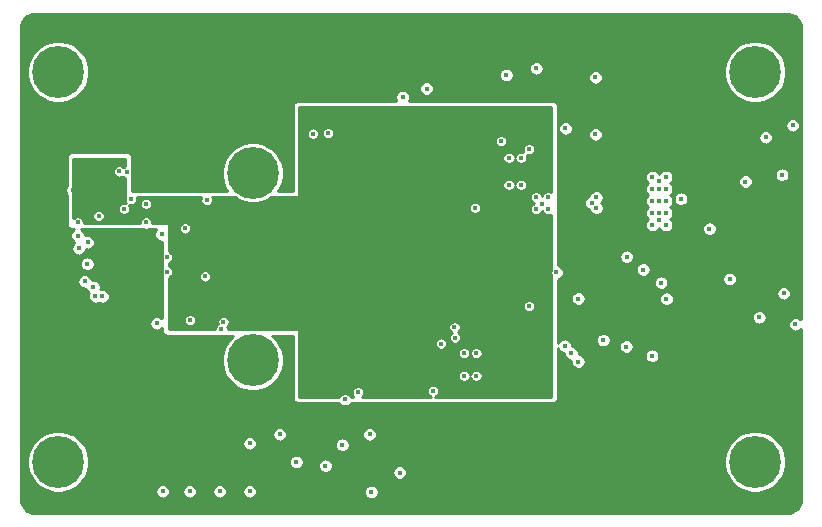
<source format=gbr>
G04 #@! TF.GenerationSoftware,KiCad,Pcbnew,(5.1.2)-2*
G04 #@! TF.CreationDate,2019-11-16T13:35:15-06:00*
G04 #@! TF.ProjectId,spi_control,7370695f-636f-46e7-9472-6f6c2e6b6963,rev?*
G04 #@! TF.SameCoordinates,Original*
G04 #@! TF.FileFunction,Copper,L2,Inr*
G04 #@! TF.FilePolarity,Positive*
%FSLAX46Y46*%
G04 Gerber Fmt 4.6, Leading zero omitted, Abs format (unit mm)*
G04 Created by KiCad (PCBNEW (5.1.2)-2) date 2019-11-16 13:35:15*
%MOMM*%
%LPD*%
G04 APERTURE LIST*
%ADD10C,0.700000*%
%ADD11C,4.400000*%
%ADD12C,0.400000*%
%ADD13C,0.254000*%
G04 APERTURE END LIST*
D10*
X78636726Y-83244274D03*
X77470000Y-82761000D03*
X76303274Y-83244274D03*
X75820000Y-84411000D03*
X76303274Y-85577726D03*
X77470000Y-86061000D03*
X78636726Y-85577726D03*
X79120000Y-84411000D03*
D11*
X77470000Y-84411000D03*
D10*
X78636726Y-67413274D03*
X77470000Y-66930000D03*
X76303274Y-67413274D03*
X75820000Y-68580000D03*
X76303274Y-69746726D03*
X77470000Y-70230000D03*
X78636726Y-69746726D03*
X79120000Y-68580000D03*
D11*
X77470000Y-68580000D03*
D10*
X121166726Y-91827874D03*
X120000000Y-91344600D03*
X118833274Y-91827874D03*
X118350000Y-92994600D03*
X118833274Y-94161326D03*
X120000000Y-94644600D03*
X121166726Y-94161326D03*
X121650000Y-92994600D03*
D11*
X120000000Y-92994600D03*
D10*
X121166726Y-58833274D03*
X120000000Y-58350000D03*
X118833274Y-58833274D03*
X118350000Y-60000000D03*
X118833274Y-61166726D03*
X120000000Y-61650000D03*
X121166726Y-61166726D03*
X121650000Y-60000000D03*
D11*
X120000000Y-60000000D03*
D10*
X62166726Y-91924274D03*
X61000000Y-91441000D03*
X59833274Y-91924274D03*
X59350000Y-93091000D03*
X59833274Y-94257726D03*
X61000000Y-94741000D03*
X62166726Y-94257726D03*
X62650000Y-93091000D03*
D11*
X61000000Y-92994600D03*
D10*
X62166726Y-58833274D03*
X61000000Y-58350000D03*
X59833274Y-58833274D03*
X59350000Y-60000000D03*
X59833274Y-61166726D03*
X61000000Y-61650000D03*
X62166726Y-61166726D03*
X62650000Y-60000000D03*
D11*
X61000000Y-60000000D03*
D12*
X115125500Y-68643500D03*
X116499500Y-68285500D03*
X117665500Y-71464010D03*
X113220500Y-75792490D03*
X106553000Y-68072000D03*
X106553000Y-68961000D03*
X60261500Y-75907900D03*
X68326008Y-81026000D03*
X70967600Y-67868796D03*
X71983604Y-66852800D03*
X66802000Y-68478400D03*
X106154220Y-68496180D03*
X112445800Y-78544420D03*
X123230500Y-68691902D03*
X59639200Y-72771000D03*
X67767200Y-66700400D03*
X60350400Y-77012800D03*
X116179600Y-83515200D03*
X109169200Y-74015600D03*
X112318800Y-74015600D03*
X123291602Y-85962916D03*
X112039400Y-80805790D03*
X117030500Y-66865500D03*
X62357000Y-66738500D03*
X66624200Y-76905000D03*
X66624200Y-75705000D03*
X67824200Y-78105000D03*
X67824200Y-76905000D03*
X67824200Y-75705000D03*
X67824200Y-74505000D03*
X69024200Y-78105000D03*
X69024200Y-76905000D03*
X69024200Y-75705000D03*
X69024200Y-74505000D03*
X70224200Y-76905000D03*
X70224200Y-75705000D03*
X123405900Y-81368900D03*
X119189500Y-69278500D03*
X106553000Y-70612000D03*
X106553000Y-71501000D03*
X112458500Y-69913500D03*
X112458500Y-68897500D03*
X112458500Y-70929500D03*
X111315500Y-68897500D03*
X111315500Y-69913500D03*
X111315500Y-70929500D03*
X111315500Y-71945500D03*
X112458500Y-71945500D03*
X112458500Y-72961500D03*
X111315500Y-72961500D03*
X63449200Y-76250800D03*
X106154220Y-71086980D03*
X111899700Y-69916040D03*
X111876840Y-69268340D03*
X111876840Y-70934580D03*
X111887000Y-71950580D03*
X111887000Y-72534780D03*
X109133640Y-75648820D03*
X112499140Y-79207360D03*
X111277400Y-84033360D03*
X120345200Y-80772000D03*
X69342000Y-81280000D03*
X96410000Y-83820000D03*
X95360000Y-85725000D03*
X99140000Y-69566000D03*
X100190000Y-67280000D03*
X96410000Y-85725000D03*
X95360000Y-83820000D03*
X99140000Y-67280000D03*
X100190000Y-69566000D03*
X102489000Y-71628000D03*
X101473000Y-71628000D03*
X102489000Y-70612000D03*
X101473000Y-70612000D03*
X64412821Y-72198444D03*
X66549637Y-71584555D03*
X73406000Y-77317600D03*
X73558400Y-70866000D03*
X68427620Y-72745600D03*
X83820000Y-65176332D03*
X82550000Y-65227212D03*
X101996240Y-71142860D03*
X101473000Y-67945000D03*
X101473000Y-68961000D03*
X102489000Y-68961000D03*
X102489000Y-67945000D03*
X73253600Y-76098400D03*
X72542408Y-71678800D03*
X85090000Y-65158618D03*
X86360000Y-65184020D03*
X94429580Y-65194178D03*
X97790000Y-65173860D03*
X101600000Y-65173860D03*
X101986080Y-68425060D03*
X101600000Y-87218520D03*
X97790000Y-87177878D03*
X93980000Y-87175338D03*
X83820000Y-87147400D03*
X82550000Y-87155020D03*
X74500000Y-71000000D03*
X64770000Y-68249800D03*
X71951823Y-71630633D03*
X62230000Y-70002400D03*
X91059000Y-87305611D03*
X69750002Y-73750002D03*
X67157600Y-70764400D03*
X68427600Y-71170800D03*
X62636400Y-73863200D03*
X62636400Y-72745600D03*
X62738020Y-74930000D03*
X116141500Y-73279000D03*
X110523020Y-76728320D03*
X117856000Y-77533500D03*
X112041940Y-77843380D03*
X122275600Y-68712080D03*
X123190000Y-64516000D03*
X122428000Y-78740000D03*
X107137200Y-82702400D03*
X113728501Y-70738999D03*
X120904020Y-65532000D03*
X66141600Y-68427600D03*
X72140189Y-81021811D03*
X94551500Y-81597500D03*
X103949496Y-64770000D03*
X103886000Y-83185000D03*
X74812094Y-81724932D03*
X74993507Y-81152993D03*
X92184990Y-61404500D03*
X90170000Y-62118244D03*
X85043510Y-91567826D03*
X103187500Y-76962000D03*
X89916000Y-93916500D03*
X98933000Y-60261500D03*
X96266000Y-71501000D03*
X98488498Y-65849500D03*
X86360000Y-87122000D03*
X94615000Y-82486500D03*
X105029000Y-84518500D03*
X105029000Y-79184500D03*
X100838000Y-79819500D03*
X100838000Y-66548000D03*
X101473000Y-59690000D03*
X87356000Y-90678000D03*
X93408500Y-82994508D03*
X106489500Y-65278000D03*
X106489500Y-60452000D03*
X104457508Y-83820000D03*
X85280500Y-87693500D03*
X109093000Y-83248500D03*
X87503000Y-95567500D03*
X77216000Y-91440000D03*
X63246000Y-77724000D03*
X63976430Y-78212303D03*
X64145450Y-78992344D03*
X64745402Y-79000872D03*
X69850000Y-95504000D03*
X72136000Y-95504000D03*
X74676000Y-95504000D03*
X77216000Y-95504000D03*
X71750000Y-73250000D03*
X92750000Y-87000000D03*
X63500000Y-74422000D03*
X79756000Y-90678000D03*
X83629504Y-93345000D03*
X81153008Y-93027500D03*
D13*
G36*
X122914466Y-55086961D02*
G01*
X123138075Y-55154472D01*
X123344317Y-55264133D01*
X123525328Y-55411762D01*
X123674220Y-55591742D01*
X123785315Y-55797209D01*
X123854388Y-56020344D01*
X123881000Y-56273544D01*
X123881001Y-80957289D01*
X123805589Y-80881877D01*
X123702896Y-80813260D01*
X123588789Y-80765995D01*
X123467654Y-80741900D01*
X123344146Y-80741900D01*
X123223011Y-80765995D01*
X123108904Y-80813260D01*
X123006211Y-80881877D01*
X122918877Y-80969211D01*
X122850260Y-81071904D01*
X122802995Y-81186011D01*
X122778900Y-81307146D01*
X122778900Y-81430654D01*
X122802995Y-81551789D01*
X122850260Y-81665896D01*
X122918877Y-81768589D01*
X123006211Y-81855923D01*
X123108904Y-81924540D01*
X123223011Y-81971805D01*
X123344146Y-81995900D01*
X123467654Y-81995900D01*
X123588789Y-81971805D01*
X123702896Y-81924540D01*
X123805589Y-81855923D01*
X123881001Y-81780511D01*
X123881001Y-96116881D01*
X123856039Y-96371465D01*
X123788526Y-96595079D01*
X123678867Y-96801317D01*
X123531236Y-96982330D01*
X123351258Y-97131220D01*
X123145794Y-97242314D01*
X122922655Y-97311388D01*
X122669456Y-97338000D01*
X59077109Y-97338000D01*
X58822535Y-97313039D01*
X58598921Y-97245526D01*
X58392683Y-97135867D01*
X58211670Y-96988236D01*
X58062780Y-96808258D01*
X57951686Y-96602794D01*
X57882612Y-96379655D01*
X57856000Y-96126456D01*
X57856000Y-92735863D01*
X58373000Y-92735863D01*
X58373000Y-93253337D01*
X58473954Y-93760868D01*
X58671983Y-94238951D01*
X58959476Y-94669215D01*
X59325385Y-95035124D01*
X59755649Y-95322617D01*
X60233732Y-95520646D01*
X60741263Y-95621600D01*
X61258737Y-95621600D01*
X61766268Y-95520646D01*
X61955541Y-95442246D01*
X69223000Y-95442246D01*
X69223000Y-95565754D01*
X69247095Y-95686889D01*
X69294360Y-95800996D01*
X69362977Y-95903689D01*
X69450311Y-95991023D01*
X69553004Y-96059640D01*
X69667111Y-96106905D01*
X69788246Y-96131000D01*
X69911754Y-96131000D01*
X70032889Y-96106905D01*
X70146996Y-96059640D01*
X70249689Y-95991023D01*
X70337023Y-95903689D01*
X70405640Y-95800996D01*
X70452905Y-95686889D01*
X70477000Y-95565754D01*
X70477000Y-95442246D01*
X71509000Y-95442246D01*
X71509000Y-95565754D01*
X71533095Y-95686889D01*
X71580360Y-95800996D01*
X71648977Y-95903689D01*
X71736311Y-95991023D01*
X71839004Y-96059640D01*
X71953111Y-96106905D01*
X72074246Y-96131000D01*
X72197754Y-96131000D01*
X72318889Y-96106905D01*
X72432996Y-96059640D01*
X72535689Y-95991023D01*
X72623023Y-95903689D01*
X72691640Y-95800996D01*
X72738905Y-95686889D01*
X72763000Y-95565754D01*
X72763000Y-95442246D01*
X74049000Y-95442246D01*
X74049000Y-95565754D01*
X74073095Y-95686889D01*
X74120360Y-95800996D01*
X74188977Y-95903689D01*
X74276311Y-95991023D01*
X74379004Y-96059640D01*
X74493111Y-96106905D01*
X74614246Y-96131000D01*
X74737754Y-96131000D01*
X74858889Y-96106905D01*
X74972996Y-96059640D01*
X75075689Y-95991023D01*
X75163023Y-95903689D01*
X75231640Y-95800996D01*
X75278905Y-95686889D01*
X75303000Y-95565754D01*
X75303000Y-95442246D01*
X76589000Y-95442246D01*
X76589000Y-95565754D01*
X76613095Y-95686889D01*
X76660360Y-95800996D01*
X76728977Y-95903689D01*
X76816311Y-95991023D01*
X76919004Y-96059640D01*
X77033111Y-96106905D01*
X77154246Y-96131000D01*
X77277754Y-96131000D01*
X77398889Y-96106905D01*
X77512996Y-96059640D01*
X77615689Y-95991023D01*
X77703023Y-95903689D01*
X77771640Y-95800996D01*
X77818905Y-95686889D01*
X77843000Y-95565754D01*
X77843000Y-95505746D01*
X86876000Y-95505746D01*
X86876000Y-95629254D01*
X86900095Y-95750389D01*
X86947360Y-95864496D01*
X87015977Y-95967189D01*
X87103311Y-96054523D01*
X87206004Y-96123140D01*
X87320111Y-96170405D01*
X87441246Y-96194500D01*
X87564754Y-96194500D01*
X87685889Y-96170405D01*
X87799996Y-96123140D01*
X87902689Y-96054523D01*
X87990023Y-95967189D01*
X88058640Y-95864496D01*
X88105905Y-95750389D01*
X88130000Y-95629254D01*
X88130000Y-95505746D01*
X88105905Y-95384611D01*
X88058640Y-95270504D01*
X87990023Y-95167811D01*
X87902689Y-95080477D01*
X87799996Y-95011860D01*
X87685889Y-94964595D01*
X87564754Y-94940500D01*
X87441246Y-94940500D01*
X87320111Y-94964595D01*
X87206004Y-95011860D01*
X87103311Y-95080477D01*
X87015977Y-95167811D01*
X86947360Y-95270504D01*
X86900095Y-95384611D01*
X86876000Y-95505746D01*
X77843000Y-95505746D01*
X77843000Y-95442246D01*
X77818905Y-95321111D01*
X77771640Y-95207004D01*
X77703023Y-95104311D01*
X77615689Y-95016977D01*
X77512996Y-94948360D01*
X77398889Y-94901095D01*
X77277754Y-94877000D01*
X77154246Y-94877000D01*
X77033111Y-94901095D01*
X76919004Y-94948360D01*
X76816311Y-95016977D01*
X76728977Y-95104311D01*
X76660360Y-95207004D01*
X76613095Y-95321111D01*
X76589000Y-95442246D01*
X75303000Y-95442246D01*
X75278905Y-95321111D01*
X75231640Y-95207004D01*
X75163023Y-95104311D01*
X75075689Y-95016977D01*
X74972996Y-94948360D01*
X74858889Y-94901095D01*
X74737754Y-94877000D01*
X74614246Y-94877000D01*
X74493111Y-94901095D01*
X74379004Y-94948360D01*
X74276311Y-95016977D01*
X74188977Y-95104311D01*
X74120360Y-95207004D01*
X74073095Y-95321111D01*
X74049000Y-95442246D01*
X72763000Y-95442246D01*
X72738905Y-95321111D01*
X72691640Y-95207004D01*
X72623023Y-95104311D01*
X72535689Y-95016977D01*
X72432996Y-94948360D01*
X72318889Y-94901095D01*
X72197754Y-94877000D01*
X72074246Y-94877000D01*
X71953111Y-94901095D01*
X71839004Y-94948360D01*
X71736311Y-95016977D01*
X71648977Y-95104311D01*
X71580360Y-95207004D01*
X71533095Y-95321111D01*
X71509000Y-95442246D01*
X70477000Y-95442246D01*
X70452905Y-95321111D01*
X70405640Y-95207004D01*
X70337023Y-95104311D01*
X70249689Y-95016977D01*
X70146996Y-94948360D01*
X70032889Y-94901095D01*
X69911754Y-94877000D01*
X69788246Y-94877000D01*
X69667111Y-94901095D01*
X69553004Y-94948360D01*
X69450311Y-95016977D01*
X69362977Y-95104311D01*
X69294360Y-95207004D01*
X69247095Y-95321111D01*
X69223000Y-95442246D01*
X61955541Y-95442246D01*
X62244351Y-95322617D01*
X62674615Y-95035124D01*
X63040524Y-94669215D01*
X63328017Y-94238951D01*
X63526046Y-93760868D01*
X63627000Y-93253337D01*
X63627000Y-92965746D01*
X80526008Y-92965746D01*
X80526008Y-93089254D01*
X80550103Y-93210389D01*
X80597368Y-93324496D01*
X80665985Y-93427189D01*
X80753319Y-93514523D01*
X80856012Y-93583140D01*
X80970119Y-93630405D01*
X81091254Y-93654500D01*
X81214762Y-93654500D01*
X81335897Y-93630405D01*
X81450004Y-93583140D01*
X81552697Y-93514523D01*
X81640031Y-93427189D01*
X81708648Y-93324496D01*
X81725734Y-93283246D01*
X83002504Y-93283246D01*
X83002504Y-93406754D01*
X83026599Y-93527889D01*
X83073864Y-93641996D01*
X83142481Y-93744689D01*
X83229815Y-93832023D01*
X83332508Y-93900640D01*
X83446615Y-93947905D01*
X83567750Y-93972000D01*
X83691258Y-93972000D01*
X83812393Y-93947905D01*
X83926500Y-93900640D01*
X83995185Y-93854746D01*
X89289000Y-93854746D01*
X89289000Y-93978254D01*
X89313095Y-94099389D01*
X89360360Y-94213496D01*
X89428977Y-94316189D01*
X89516311Y-94403523D01*
X89619004Y-94472140D01*
X89733111Y-94519405D01*
X89854246Y-94543500D01*
X89977754Y-94543500D01*
X90098889Y-94519405D01*
X90212996Y-94472140D01*
X90315689Y-94403523D01*
X90403023Y-94316189D01*
X90471640Y-94213496D01*
X90518905Y-94099389D01*
X90543000Y-93978254D01*
X90543000Y-93854746D01*
X90518905Y-93733611D01*
X90471640Y-93619504D01*
X90403023Y-93516811D01*
X90315689Y-93429477D01*
X90212996Y-93360860D01*
X90098889Y-93313595D01*
X89977754Y-93289500D01*
X89854246Y-93289500D01*
X89733111Y-93313595D01*
X89619004Y-93360860D01*
X89516311Y-93429477D01*
X89428977Y-93516811D01*
X89360360Y-93619504D01*
X89313095Y-93733611D01*
X89289000Y-93854746D01*
X83995185Y-93854746D01*
X84029193Y-93832023D01*
X84116527Y-93744689D01*
X84185144Y-93641996D01*
X84232409Y-93527889D01*
X84256504Y-93406754D01*
X84256504Y-93283246D01*
X84232409Y-93162111D01*
X84185144Y-93048004D01*
X84116527Y-92945311D01*
X84029193Y-92857977D01*
X83926500Y-92789360D01*
X83812393Y-92742095D01*
X83781063Y-92735863D01*
X117373000Y-92735863D01*
X117373000Y-93253337D01*
X117473954Y-93760868D01*
X117671983Y-94238951D01*
X117959476Y-94669215D01*
X118325385Y-95035124D01*
X118755649Y-95322617D01*
X119233732Y-95520646D01*
X119741263Y-95621600D01*
X120258737Y-95621600D01*
X120766268Y-95520646D01*
X121244351Y-95322617D01*
X121674615Y-95035124D01*
X122040524Y-94669215D01*
X122328017Y-94238951D01*
X122526046Y-93760868D01*
X122627000Y-93253337D01*
X122627000Y-92735863D01*
X122526046Y-92228332D01*
X122328017Y-91750249D01*
X122040524Y-91319985D01*
X121674615Y-90954076D01*
X121244351Y-90666583D01*
X120766268Y-90468554D01*
X120258737Y-90367600D01*
X119741263Y-90367600D01*
X119233732Y-90468554D01*
X118755649Y-90666583D01*
X118325385Y-90954076D01*
X117959476Y-91319985D01*
X117671983Y-91750249D01*
X117473954Y-92228332D01*
X117373000Y-92735863D01*
X83781063Y-92735863D01*
X83691258Y-92718000D01*
X83567750Y-92718000D01*
X83446615Y-92742095D01*
X83332508Y-92789360D01*
X83229815Y-92857977D01*
X83142481Y-92945311D01*
X83073864Y-93048004D01*
X83026599Y-93162111D01*
X83002504Y-93283246D01*
X81725734Y-93283246D01*
X81755913Y-93210389D01*
X81780008Y-93089254D01*
X81780008Y-92965746D01*
X81755913Y-92844611D01*
X81708648Y-92730504D01*
X81640031Y-92627811D01*
X81552697Y-92540477D01*
X81450004Y-92471860D01*
X81335897Y-92424595D01*
X81214762Y-92400500D01*
X81091254Y-92400500D01*
X80970119Y-92424595D01*
X80856012Y-92471860D01*
X80753319Y-92540477D01*
X80665985Y-92627811D01*
X80597368Y-92730504D01*
X80550103Y-92844611D01*
X80526008Y-92965746D01*
X63627000Y-92965746D01*
X63627000Y-92735863D01*
X63526046Y-92228332D01*
X63328017Y-91750249D01*
X63079453Y-91378246D01*
X76589000Y-91378246D01*
X76589000Y-91501754D01*
X76613095Y-91622889D01*
X76660360Y-91736996D01*
X76728977Y-91839689D01*
X76816311Y-91927023D01*
X76919004Y-91995640D01*
X77033111Y-92042905D01*
X77154246Y-92067000D01*
X77277754Y-92067000D01*
X77398889Y-92042905D01*
X77512996Y-91995640D01*
X77615689Y-91927023D01*
X77703023Y-91839689D01*
X77771640Y-91736996D01*
X77818905Y-91622889D01*
X77842141Y-91506072D01*
X84416510Y-91506072D01*
X84416510Y-91629580D01*
X84440605Y-91750715D01*
X84487870Y-91864822D01*
X84556487Y-91967515D01*
X84643821Y-92054849D01*
X84746514Y-92123466D01*
X84860621Y-92170731D01*
X84981756Y-92194826D01*
X85105264Y-92194826D01*
X85226399Y-92170731D01*
X85340506Y-92123466D01*
X85443199Y-92054849D01*
X85530533Y-91967515D01*
X85599150Y-91864822D01*
X85646415Y-91750715D01*
X85670510Y-91629580D01*
X85670510Y-91506072D01*
X85646415Y-91384937D01*
X85599150Y-91270830D01*
X85530533Y-91168137D01*
X85443199Y-91080803D01*
X85340506Y-91012186D01*
X85226399Y-90964921D01*
X85105264Y-90940826D01*
X84981756Y-90940826D01*
X84860621Y-90964921D01*
X84746514Y-91012186D01*
X84643821Y-91080803D01*
X84556487Y-91168137D01*
X84487870Y-91270830D01*
X84440605Y-91384937D01*
X84416510Y-91506072D01*
X77842141Y-91506072D01*
X77843000Y-91501754D01*
X77843000Y-91378246D01*
X77818905Y-91257111D01*
X77771640Y-91143004D01*
X77703023Y-91040311D01*
X77615689Y-90952977D01*
X77512996Y-90884360D01*
X77398889Y-90837095D01*
X77277754Y-90813000D01*
X77154246Y-90813000D01*
X77033111Y-90837095D01*
X76919004Y-90884360D01*
X76816311Y-90952977D01*
X76728977Y-91040311D01*
X76660360Y-91143004D01*
X76613095Y-91257111D01*
X76589000Y-91378246D01*
X63079453Y-91378246D01*
X63040524Y-91319985D01*
X62674615Y-90954076D01*
X62244351Y-90666583D01*
X62122828Y-90616246D01*
X79129000Y-90616246D01*
X79129000Y-90739754D01*
X79153095Y-90860889D01*
X79200360Y-90974996D01*
X79268977Y-91077689D01*
X79356311Y-91165023D01*
X79459004Y-91233640D01*
X79573111Y-91280905D01*
X79694246Y-91305000D01*
X79817754Y-91305000D01*
X79938889Y-91280905D01*
X80052996Y-91233640D01*
X80155689Y-91165023D01*
X80243023Y-91077689D01*
X80311640Y-90974996D01*
X80358905Y-90860889D01*
X80383000Y-90739754D01*
X80383000Y-90616246D01*
X86729000Y-90616246D01*
X86729000Y-90739754D01*
X86753095Y-90860889D01*
X86800360Y-90974996D01*
X86868977Y-91077689D01*
X86956311Y-91165023D01*
X87059004Y-91233640D01*
X87173111Y-91280905D01*
X87294246Y-91305000D01*
X87417754Y-91305000D01*
X87538889Y-91280905D01*
X87652996Y-91233640D01*
X87755689Y-91165023D01*
X87843023Y-91077689D01*
X87911640Y-90974996D01*
X87958905Y-90860889D01*
X87983000Y-90739754D01*
X87983000Y-90616246D01*
X87958905Y-90495111D01*
X87911640Y-90381004D01*
X87843023Y-90278311D01*
X87755689Y-90190977D01*
X87652996Y-90122360D01*
X87538889Y-90075095D01*
X87417754Y-90051000D01*
X87294246Y-90051000D01*
X87173111Y-90075095D01*
X87059004Y-90122360D01*
X86956311Y-90190977D01*
X86868977Y-90278311D01*
X86800360Y-90381004D01*
X86753095Y-90495111D01*
X86729000Y-90616246D01*
X80383000Y-90616246D01*
X80358905Y-90495111D01*
X80311640Y-90381004D01*
X80243023Y-90278311D01*
X80155689Y-90190977D01*
X80052996Y-90122360D01*
X79938889Y-90075095D01*
X79817754Y-90051000D01*
X79694246Y-90051000D01*
X79573111Y-90075095D01*
X79459004Y-90122360D01*
X79356311Y-90190977D01*
X79268977Y-90278311D01*
X79200360Y-90381004D01*
X79153095Y-90495111D01*
X79129000Y-90616246D01*
X62122828Y-90616246D01*
X61766268Y-90468554D01*
X61258737Y-90367600D01*
X60741263Y-90367600D01*
X60233732Y-90468554D01*
X59755649Y-90666583D01*
X59325385Y-90954076D01*
X58959476Y-91319985D01*
X58671983Y-91750249D01*
X58473954Y-92228332D01*
X58373000Y-92735863D01*
X57856000Y-92735863D01*
X57856000Y-77662246D01*
X62619000Y-77662246D01*
X62619000Y-77785754D01*
X62643095Y-77906889D01*
X62690360Y-78020996D01*
X62758977Y-78123689D01*
X62846311Y-78211023D01*
X62949004Y-78279640D01*
X63063111Y-78326905D01*
X63184246Y-78351000D01*
X63307754Y-78351000D01*
X63362566Y-78340097D01*
X63373525Y-78395192D01*
X63420790Y-78509299D01*
X63489407Y-78611992D01*
X63576741Y-78699326D01*
X63585686Y-78705303D01*
X63542545Y-78809455D01*
X63518450Y-78930590D01*
X63518450Y-79054098D01*
X63542545Y-79175233D01*
X63589810Y-79289340D01*
X63658427Y-79392033D01*
X63745761Y-79479367D01*
X63848454Y-79547984D01*
X63962561Y-79595249D01*
X64083696Y-79619344D01*
X64207204Y-79619344D01*
X64328339Y-79595249D01*
X64438246Y-79549724D01*
X64448406Y-79556512D01*
X64562513Y-79603777D01*
X64683648Y-79627872D01*
X64807156Y-79627872D01*
X64928291Y-79603777D01*
X65042398Y-79556512D01*
X65145091Y-79487895D01*
X65232425Y-79400561D01*
X65301042Y-79297868D01*
X65348307Y-79183761D01*
X65372402Y-79062626D01*
X65372402Y-78939118D01*
X65348307Y-78817983D01*
X65301042Y-78703876D01*
X65232425Y-78601183D01*
X65145091Y-78513849D01*
X65042398Y-78445232D01*
X64928291Y-78397967D01*
X64807156Y-78373872D01*
X64683648Y-78373872D01*
X64579453Y-78394597D01*
X64603430Y-78274057D01*
X64603430Y-78150549D01*
X64579335Y-78029414D01*
X64532070Y-77915307D01*
X64463453Y-77812614D01*
X64376119Y-77725280D01*
X64273426Y-77656663D01*
X64159319Y-77609398D01*
X64038184Y-77585303D01*
X63914676Y-77585303D01*
X63859864Y-77596206D01*
X63848905Y-77541111D01*
X63801640Y-77427004D01*
X63733023Y-77324311D01*
X63645689Y-77236977D01*
X63542996Y-77168360D01*
X63428889Y-77121095D01*
X63307754Y-77097000D01*
X63184246Y-77097000D01*
X63063111Y-77121095D01*
X62949004Y-77168360D01*
X62846311Y-77236977D01*
X62758977Y-77324311D01*
X62690360Y-77427004D01*
X62643095Y-77541111D01*
X62619000Y-77662246D01*
X57856000Y-77662246D01*
X57856000Y-76189046D01*
X62822200Y-76189046D01*
X62822200Y-76312554D01*
X62846295Y-76433689D01*
X62893560Y-76547796D01*
X62962177Y-76650489D01*
X63049511Y-76737823D01*
X63152204Y-76806440D01*
X63266311Y-76853705D01*
X63387446Y-76877800D01*
X63510954Y-76877800D01*
X63632089Y-76853705D01*
X63746196Y-76806440D01*
X63848889Y-76737823D01*
X63936223Y-76650489D01*
X64004840Y-76547796D01*
X64052105Y-76433689D01*
X64076200Y-76312554D01*
X64076200Y-76189046D01*
X64052105Y-76067911D01*
X64004840Y-75953804D01*
X63936223Y-75851111D01*
X63848889Y-75763777D01*
X63746196Y-75695160D01*
X63632089Y-75647895D01*
X63510954Y-75623800D01*
X63387446Y-75623800D01*
X63266311Y-75647895D01*
X63152204Y-75695160D01*
X63049511Y-75763777D01*
X62962177Y-75851111D01*
X62893560Y-75953804D01*
X62846295Y-76067911D01*
X62822200Y-76189046D01*
X57856000Y-76189046D01*
X57856000Y-69940646D01*
X61603000Y-69940646D01*
X61603000Y-70064154D01*
X61627095Y-70185289D01*
X61674360Y-70299396D01*
X61739500Y-70396885D01*
X61739500Y-72898000D01*
X61747705Y-72981304D01*
X61772003Y-73061406D01*
X61811462Y-73135228D01*
X61864565Y-73199935D01*
X61929272Y-73253038D01*
X62003094Y-73292497D01*
X62083196Y-73316795D01*
X62166500Y-73325000D01*
X62313303Y-73325000D01*
X62236711Y-73376177D01*
X62149377Y-73463511D01*
X62080760Y-73566204D01*
X62033495Y-73680311D01*
X62009400Y-73801446D01*
X62009400Y-73924954D01*
X62033495Y-74046089D01*
X62080760Y-74160196D01*
X62149377Y-74262889D01*
X62236711Y-74350223D01*
X62339404Y-74418840D01*
X62361041Y-74427803D01*
X62338331Y-74442977D01*
X62250997Y-74530311D01*
X62182380Y-74633004D01*
X62135115Y-74747111D01*
X62111020Y-74868246D01*
X62111020Y-74991754D01*
X62135115Y-75112889D01*
X62182380Y-75226996D01*
X62250997Y-75329689D01*
X62338331Y-75417023D01*
X62441024Y-75485640D01*
X62555131Y-75532905D01*
X62676266Y-75557000D01*
X62799774Y-75557000D01*
X62920909Y-75532905D01*
X63035016Y-75485640D01*
X63137709Y-75417023D01*
X63225043Y-75329689D01*
X63293660Y-75226996D01*
X63340925Y-75112889D01*
X63356854Y-75032810D01*
X63438246Y-75049000D01*
X63561754Y-75049000D01*
X63682889Y-75024905D01*
X63796996Y-74977640D01*
X63899689Y-74909023D01*
X63987023Y-74821689D01*
X64055640Y-74718996D01*
X64102905Y-74604889D01*
X64127000Y-74483754D01*
X64127000Y-74360246D01*
X64102905Y-74239111D01*
X64055640Y-74125004D01*
X63987023Y-74022311D01*
X63899689Y-73934977D01*
X63796996Y-73866360D01*
X63682889Y-73819095D01*
X63561754Y-73795000D01*
X63438246Y-73795000D01*
X63317111Y-73819095D01*
X63263400Y-73841343D01*
X63263400Y-73801446D01*
X63239305Y-73680311D01*
X63192040Y-73566204D01*
X63123423Y-73463511D01*
X63036089Y-73376177D01*
X62959497Y-73325000D01*
X68187985Y-73325000D01*
X68244731Y-73348505D01*
X68365866Y-73372600D01*
X68489374Y-73372600D01*
X68610509Y-73348505D01*
X68667255Y-73325000D01*
X69288292Y-73325000D01*
X69262979Y-73350313D01*
X69194362Y-73453006D01*
X69147097Y-73567113D01*
X69123002Y-73688248D01*
X69123002Y-73811756D01*
X69147097Y-73932891D01*
X69194362Y-74046998D01*
X69262979Y-74149691D01*
X69350313Y-74237025D01*
X69453006Y-74305642D01*
X69567113Y-74352907D01*
X69688248Y-74377002D01*
X69804000Y-74377002D01*
X69804000Y-80855288D01*
X69741689Y-80792977D01*
X69638996Y-80724360D01*
X69524889Y-80677095D01*
X69403754Y-80653000D01*
X69280246Y-80653000D01*
X69159111Y-80677095D01*
X69045004Y-80724360D01*
X68942311Y-80792977D01*
X68854977Y-80880311D01*
X68786360Y-80983004D01*
X68739095Y-81097111D01*
X68715000Y-81218246D01*
X68715000Y-81341754D01*
X68739095Y-81462889D01*
X68786360Y-81576996D01*
X68854977Y-81679689D01*
X68942311Y-81767023D01*
X69045004Y-81835640D01*
X69159111Y-81882905D01*
X69280246Y-81907000D01*
X69403754Y-81907000D01*
X69524889Y-81882905D01*
X69638996Y-81835640D01*
X69741689Y-81767023D01*
X69804000Y-81704712D01*
X69804000Y-81915000D01*
X69812205Y-81998304D01*
X69836503Y-82078406D01*
X69875962Y-82152228D01*
X69929065Y-82216935D01*
X69993772Y-82270038D01*
X70067594Y-82309497D01*
X70147696Y-82333795D01*
X70231000Y-82342000D01*
X74700408Y-82342000D01*
X74750340Y-82351932D01*
X74873848Y-82351932D01*
X74923780Y-82342000D01*
X75838002Y-82342000D01*
X75795385Y-82370476D01*
X75429476Y-82736385D01*
X75141983Y-83166649D01*
X74943954Y-83644732D01*
X74843000Y-84152263D01*
X74843000Y-84669737D01*
X74943954Y-85177268D01*
X75141983Y-85655351D01*
X75429476Y-86085615D01*
X75795385Y-86451524D01*
X76225649Y-86739017D01*
X76703732Y-86937046D01*
X77211263Y-87038000D01*
X77728737Y-87038000D01*
X78236268Y-86937046D01*
X78714351Y-86739017D01*
X79144615Y-86451524D01*
X79510524Y-86085615D01*
X79798017Y-85655351D01*
X79996046Y-85177268D01*
X80097000Y-84669737D01*
X80097000Y-84152263D01*
X79996046Y-83644732D01*
X79798017Y-83166649D01*
X79510524Y-82736385D01*
X79144615Y-82370476D01*
X79101998Y-82342000D01*
X80853000Y-82342000D01*
X80853000Y-87630000D01*
X80861205Y-87713304D01*
X80885503Y-87793406D01*
X80924962Y-87867228D01*
X80978065Y-87931935D01*
X81042772Y-87985038D01*
X81116594Y-88024497D01*
X81196696Y-88048795D01*
X81280000Y-88057000D01*
X84769296Y-88057000D01*
X84793477Y-88093189D01*
X84880811Y-88180523D01*
X84983504Y-88249140D01*
X85097611Y-88296405D01*
X85218746Y-88320500D01*
X85342254Y-88320500D01*
X85463389Y-88296405D01*
X85577496Y-88249140D01*
X85680189Y-88180523D01*
X85767523Y-88093189D01*
X85791704Y-88057000D01*
X102870000Y-88057000D01*
X102953304Y-88048795D01*
X103033406Y-88024497D01*
X103107228Y-87985038D01*
X103171935Y-87931935D01*
X103225038Y-87867228D01*
X103264497Y-87793406D01*
X103288795Y-87713304D01*
X103297000Y-87630000D01*
X103297000Y-83401458D01*
X103330360Y-83481996D01*
X103398977Y-83584689D01*
X103486311Y-83672023D01*
X103589004Y-83740640D01*
X103703111Y-83787905D01*
X103824246Y-83812000D01*
X103830508Y-83812000D01*
X103830508Y-83881754D01*
X103854603Y-84002889D01*
X103901868Y-84116996D01*
X103970485Y-84219689D01*
X104057819Y-84307023D01*
X104160512Y-84375640D01*
X104274619Y-84422905D01*
X104395754Y-84447000D01*
X104403939Y-84447000D01*
X104402000Y-84456746D01*
X104402000Y-84580254D01*
X104426095Y-84701389D01*
X104473360Y-84815496D01*
X104541977Y-84918189D01*
X104629311Y-85005523D01*
X104732004Y-85074140D01*
X104846111Y-85121405D01*
X104967246Y-85145500D01*
X105090754Y-85145500D01*
X105211889Y-85121405D01*
X105325996Y-85074140D01*
X105428689Y-85005523D01*
X105516023Y-84918189D01*
X105584640Y-84815496D01*
X105631905Y-84701389D01*
X105656000Y-84580254D01*
X105656000Y-84456746D01*
X105631905Y-84335611D01*
X105584640Y-84221504D01*
X105516023Y-84118811D01*
X105428689Y-84031477D01*
X105339086Y-83971606D01*
X110650400Y-83971606D01*
X110650400Y-84095114D01*
X110674495Y-84216249D01*
X110721760Y-84330356D01*
X110790377Y-84433049D01*
X110877711Y-84520383D01*
X110980404Y-84589000D01*
X111094511Y-84636265D01*
X111215646Y-84660360D01*
X111339154Y-84660360D01*
X111460289Y-84636265D01*
X111574396Y-84589000D01*
X111677089Y-84520383D01*
X111764423Y-84433049D01*
X111833040Y-84330356D01*
X111880305Y-84216249D01*
X111904400Y-84095114D01*
X111904400Y-83971606D01*
X111880305Y-83850471D01*
X111833040Y-83736364D01*
X111764423Y-83633671D01*
X111677089Y-83546337D01*
X111574396Y-83477720D01*
X111460289Y-83430455D01*
X111339154Y-83406360D01*
X111215646Y-83406360D01*
X111094511Y-83430455D01*
X110980404Y-83477720D01*
X110877711Y-83546337D01*
X110790377Y-83633671D01*
X110721760Y-83736364D01*
X110674495Y-83850471D01*
X110650400Y-83971606D01*
X105339086Y-83971606D01*
X105325996Y-83962860D01*
X105211889Y-83915595D01*
X105090754Y-83891500D01*
X105082569Y-83891500D01*
X105084508Y-83881754D01*
X105084508Y-83758246D01*
X105060413Y-83637111D01*
X105013148Y-83523004D01*
X104944531Y-83420311D01*
X104857197Y-83332977D01*
X104754504Y-83264360D01*
X104640397Y-83217095D01*
X104519262Y-83193000D01*
X104513000Y-83193000D01*
X104513000Y-83123246D01*
X104488905Y-83002111D01*
X104441640Y-82888004D01*
X104373023Y-82785311D01*
X104285689Y-82697977D01*
X104199887Y-82640646D01*
X106510200Y-82640646D01*
X106510200Y-82764154D01*
X106534295Y-82885289D01*
X106581560Y-82999396D01*
X106650177Y-83102089D01*
X106737511Y-83189423D01*
X106840204Y-83258040D01*
X106954311Y-83305305D01*
X107075446Y-83329400D01*
X107198954Y-83329400D01*
X107320089Y-83305305D01*
X107434196Y-83258040D01*
X107536889Y-83189423D01*
X107539566Y-83186746D01*
X108466000Y-83186746D01*
X108466000Y-83310254D01*
X108490095Y-83431389D01*
X108537360Y-83545496D01*
X108605977Y-83648189D01*
X108693311Y-83735523D01*
X108796004Y-83804140D01*
X108910111Y-83851405D01*
X109031246Y-83875500D01*
X109154754Y-83875500D01*
X109275889Y-83851405D01*
X109389996Y-83804140D01*
X109492689Y-83735523D01*
X109580023Y-83648189D01*
X109648640Y-83545496D01*
X109695905Y-83431389D01*
X109720000Y-83310254D01*
X109720000Y-83186746D01*
X109695905Y-83065611D01*
X109648640Y-82951504D01*
X109580023Y-82848811D01*
X109492689Y-82761477D01*
X109389996Y-82692860D01*
X109275889Y-82645595D01*
X109154754Y-82621500D01*
X109031246Y-82621500D01*
X108910111Y-82645595D01*
X108796004Y-82692860D01*
X108693311Y-82761477D01*
X108605977Y-82848811D01*
X108537360Y-82951504D01*
X108490095Y-83065611D01*
X108466000Y-83186746D01*
X107539566Y-83186746D01*
X107624223Y-83102089D01*
X107692840Y-82999396D01*
X107740105Y-82885289D01*
X107764200Y-82764154D01*
X107764200Y-82640646D01*
X107740105Y-82519511D01*
X107692840Y-82405404D01*
X107624223Y-82302711D01*
X107536889Y-82215377D01*
X107434196Y-82146760D01*
X107320089Y-82099495D01*
X107198954Y-82075400D01*
X107075446Y-82075400D01*
X106954311Y-82099495D01*
X106840204Y-82146760D01*
X106737511Y-82215377D01*
X106650177Y-82302711D01*
X106581560Y-82405404D01*
X106534295Y-82519511D01*
X106510200Y-82640646D01*
X104199887Y-82640646D01*
X104182996Y-82629360D01*
X104068889Y-82582095D01*
X103947754Y-82558000D01*
X103824246Y-82558000D01*
X103703111Y-82582095D01*
X103589004Y-82629360D01*
X103486311Y-82697977D01*
X103398977Y-82785311D01*
X103330360Y-82888004D01*
X103297000Y-82968542D01*
X103297000Y-80710246D01*
X119718200Y-80710246D01*
X119718200Y-80833754D01*
X119742295Y-80954889D01*
X119789560Y-81068996D01*
X119858177Y-81171689D01*
X119945511Y-81259023D01*
X120048204Y-81327640D01*
X120162311Y-81374905D01*
X120283446Y-81399000D01*
X120406954Y-81399000D01*
X120528089Y-81374905D01*
X120642196Y-81327640D01*
X120744889Y-81259023D01*
X120832223Y-81171689D01*
X120900840Y-81068996D01*
X120948105Y-80954889D01*
X120972200Y-80833754D01*
X120972200Y-80710246D01*
X120948105Y-80589111D01*
X120900840Y-80475004D01*
X120832223Y-80372311D01*
X120744889Y-80284977D01*
X120642196Y-80216360D01*
X120528089Y-80169095D01*
X120406954Y-80145000D01*
X120283446Y-80145000D01*
X120162311Y-80169095D01*
X120048204Y-80216360D01*
X119945511Y-80284977D01*
X119858177Y-80372311D01*
X119789560Y-80475004D01*
X119742295Y-80589111D01*
X119718200Y-80710246D01*
X103297000Y-80710246D01*
X103297000Y-79122746D01*
X104402000Y-79122746D01*
X104402000Y-79246254D01*
X104426095Y-79367389D01*
X104473360Y-79481496D01*
X104541977Y-79584189D01*
X104629311Y-79671523D01*
X104732004Y-79740140D01*
X104846111Y-79787405D01*
X104967246Y-79811500D01*
X105090754Y-79811500D01*
X105211889Y-79787405D01*
X105325996Y-79740140D01*
X105428689Y-79671523D01*
X105516023Y-79584189D01*
X105584640Y-79481496D01*
X105631905Y-79367389D01*
X105656000Y-79246254D01*
X105656000Y-79145606D01*
X111872140Y-79145606D01*
X111872140Y-79269114D01*
X111896235Y-79390249D01*
X111943500Y-79504356D01*
X112012117Y-79607049D01*
X112099451Y-79694383D01*
X112202144Y-79763000D01*
X112316251Y-79810265D01*
X112437386Y-79834360D01*
X112560894Y-79834360D01*
X112682029Y-79810265D01*
X112796136Y-79763000D01*
X112898829Y-79694383D01*
X112986163Y-79607049D01*
X113054780Y-79504356D01*
X113102045Y-79390249D01*
X113126140Y-79269114D01*
X113126140Y-79145606D01*
X113102045Y-79024471D01*
X113054780Y-78910364D01*
X112986163Y-78807671D01*
X112898829Y-78720337D01*
X112835836Y-78678246D01*
X121801000Y-78678246D01*
X121801000Y-78801754D01*
X121825095Y-78922889D01*
X121872360Y-79036996D01*
X121940977Y-79139689D01*
X122028311Y-79227023D01*
X122131004Y-79295640D01*
X122245111Y-79342905D01*
X122366246Y-79367000D01*
X122489754Y-79367000D01*
X122610889Y-79342905D01*
X122724996Y-79295640D01*
X122827689Y-79227023D01*
X122915023Y-79139689D01*
X122983640Y-79036996D01*
X123030905Y-78922889D01*
X123055000Y-78801754D01*
X123055000Y-78678246D01*
X123030905Y-78557111D01*
X122983640Y-78443004D01*
X122915023Y-78340311D01*
X122827689Y-78252977D01*
X122724996Y-78184360D01*
X122610889Y-78137095D01*
X122489754Y-78113000D01*
X122366246Y-78113000D01*
X122245111Y-78137095D01*
X122131004Y-78184360D01*
X122028311Y-78252977D01*
X121940977Y-78340311D01*
X121872360Y-78443004D01*
X121825095Y-78557111D01*
X121801000Y-78678246D01*
X112835836Y-78678246D01*
X112796136Y-78651720D01*
X112682029Y-78604455D01*
X112560894Y-78580360D01*
X112437386Y-78580360D01*
X112316251Y-78604455D01*
X112202144Y-78651720D01*
X112099451Y-78720337D01*
X112012117Y-78807671D01*
X111943500Y-78910364D01*
X111896235Y-79024471D01*
X111872140Y-79145606D01*
X105656000Y-79145606D01*
X105656000Y-79122746D01*
X105631905Y-79001611D01*
X105584640Y-78887504D01*
X105516023Y-78784811D01*
X105428689Y-78697477D01*
X105325996Y-78628860D01*
X105211889Y-78581595D01*
X105090754Y-78557500D01*
X104967246Y-78557500D01*
X104846111Y-78581595D01*
X104732004Y-78628860D01*
X104629311Y-78697477D01*
X104541977Y-78784811D01*
X104473360Y-78887504D01*
X104426095Y-79001611D01*
X104402000Y-79122746D01*
X103297000Y-79122746D01*
X103297000Y-77781626D01*
X111414940Y-77781626D01*
X111414940Y-77905134D01*
X111439035Y-78026269D01*
X111486300Y-78140376D01*
X111554917Y-78243069D01*
X111642251Y-78330403D01*
X111744944Y-78399020D01*
X111859051Y-78446285D01*
X111980186Y-78470380D01*
X112103694Y-78470380D01*
X112224829Y-78446285D01*
X112338936Y-78399020D01*
X112441629Y-78330403D01*
X112528963Y-78243069D01*
X112597580Y-78140376D01*
X112644845Y-78026269D01*
X112668940Y-77905134D01*
X112668940Y-77781626D01*
X112644845Y-77660491D01*
X112597580Y-77546384D01*
X112547709Y-77471746D01*
X117229000Y-77471746D01*
X117229000Y-77595254D01*
X117253095Y-77716389D01*
X117300360Y-77830496D01*
X117368977Y-77933189D01*
X117456311Y-78020523D01*
X117559004Y-78089140D01*
X117673111Y-78136405D01*
X117794246Y-78160500D01*
X117917754Y-78160500D01*
X118038889Y-78136405D01*
X118152996Y-78089140D01*
X118255689Y-78020523D01*
X118343023Y-77933189D01*
X118411640Y-77830496D01*
X118458905Y-77716389D01*
X118483000Y-77595254D01*
X118483000Y-77471746D01*
X118458905Y-77350611D01*
X118411640Y-77236504D01*
X118343023Y-77133811D01*
X118255689Y-77046477D01*
X118152996Y-76977860D01*
X118038889Y-76930595D01*
X117917754Y-76906500D01*
X117794246Y-76906500D01*
X117673111Y-76930595D01*
X117559004Y-76977860D01*
X117456311Y-77046477D01*
X117368977Y-77133811D01*
X117300360Y-77236504D01*
X117253095Y-77350611D01*
X117229000Y-77471746D01*
X112547709Y-77471746D01*
X112528963Y-77443691D01*
X112441629Y-77356357D01*
X112338936Y-77287740D01*
X112224829Y-77240475D01*
X112103694Y-77216380D01*
X111980186Y-77216380D01*
X111859051Y-77240475D01*
X111744944Y-77287740D01*
X111642251Y-77356357D01*
X111554917Y-77443691D01*
X111486300Y-77546384D01*
X111439035Y-77660491D01*
X111414940Y-77781626D01*
X103297000Y-77781626D01*
X103297000Y-77579503D01*
X103370389Y-77564905D01*
X103484496Y-77517640D01*
X103587189Y-77449023D01*
X103674523Y-77361689D01*
X103743140Y-77258996D01*
X103790405Y-77144889D01*
X103814500Y-77023754D01*
X103814500Y-76900246D01*
X103790405Y-76779111D01*
X103743788Y-76666566D01*
X109896020Y-76666566D01*
X109896020Y-76790074D01*
X109920115Y-76911209D01*
X109967380Y-77025316D01*
X110035997Y-77128009D01*
X110123331Y-77215343D01*
X110226024Y-77283960D01*
X110340131Y-77331225D01*
X110461266Y-77355320D01*
X110584774Y-77355320D01*
X110705909Y-77331225D01*
X110820016Y-77283960D01*
X110922709Y-77215343D01*
X111010043Y-77128009D01*
X111078660Y-77025316D01*
X111125925Y-76911209D01*
X111150020Y-76790074D01*
X111150020Y-76666566D01*
X111125925Y-76545431D01*
X111078660Y-76431324D01*
X111010043Y-76328631D01*
X110922709Y-76241297D01*
X110820016Y-76172680D01*
X110705909Y-76125415D01*
X110584774Y-76101320D01*
X110461266Y-76101320D01*
X110340131Y-76125415D01*
X110226024Y-76172680D01*
X110123331Y-76241297D01*
X110035997Y-76328631D01*
X109967380Y-76431324D01*
X109920115Y-76545431D01*
X109896020Y-76666566D01*
X103743788Y-76666566D01*
X103743140Y-76665004D01*
X103674523Y-76562311D01*
X103587189Y-76474977D01*
X103484496Y-76406360D01*
X103370389Y-76359095D01*
X103297000Y-76344497D01*
X103297000Y-75587066D01*
X108506640Y-75587066D01*
X108506640Y-75710574D01*
X108530735Y-75831709D01*
X108578000Y-75945816D01*
X108646617Y-76048509D01*
X108733951Y-76135843D01*
X108836644Y-76204460D01*
X108950751Y-76251725D01*
X109071886Y-76275820D01*
X109195394Y-76275820D01*
X109316529Y-76251725D01*
X109430636Y-76204460D01*
X109533329Y-76135843D01*
X109620663Y-76048509D01*
X109689280Y-75945816D01*
X109736545Y-75831709D01*
X109760640Y-75710574D01*
X109760640Y-75587066D01*
X109736545Y-75465931D01*
X109689280Y-75351824D01*
X109620663Y-75249131D01*
X109533329Y-75161797D01*
X109430636Y-75093180D01*
X109316529Y-75045915D01*
X109195394Y-75021820D01*
X109071886Y-75021820D01*
X108950751Y-75045915D01*
X108836644Y-75093180D01*
X108733951Y-75161797D01*
X108646617Y-75249131D01*
X108578000Y-75351824D01*
X108530735Y-75465931D01*
X108506640Y-75587066D01*
X103297000Y-75587066D01*
X103297000Y-71025226D01*
X105527220Y-71025226D01*
X105527220Y-71148734D01*
X105551315Y-71269869D01*
X105598580Y-71383976D01*
X105667197Y-71486669D01*
X105754531Y-71574003D01*
X105857224Y-71642620D01*
X105949488Y-71680837D01*
X105950095Y-71683889D01*
X105997360Y-71797996D01*
X106065977Y-71900689D01*
X106153311Y-71988023D01*
X106256004Y-72056640D01*
X106370111Y-72103905D01*
X106491246Y-72128000D01*
X106614754Y-72128000D01*
X106735889Y-72103905D01*
X106849996Y-72056640D01*
X106952689Y-71988023D01*
X107040023Y-71900689D01*
X107108640Y-71797996D01*
X107155905Y-71683889D01*
X107180000Y-71562754D01*
X107180000Y-71439246D01*
X107155905Y-71318111D01*
X107108640Y-71204004D01*
X107040023Y-71101311D01*
X106995212Y-71056500D01*
X107040023Y-71011689D01*
X107108640Y-70908996D01*
X107155905Y-70794889D01*
X107180000Y-70673754D01*
X107180000Y-70550246D01*
X107155905Y-70429111D01*
X107108640Y-70315004D01*
X107040023Y-70212311D01*
X106952689Y-70124977D01*
X106849996Y-70056360D01*
X106735889Y-70009095D01*
X106614754Y-69985000D01*
X106491246Y-69985000D01*
X106370111Y-70009095D01*
X106256004Y-70056360D01*
X106153311Y-70124977D01*
X106065977Y-70212311D01*
X105997360Y-70315004D01*
X105950095Y-70429111D01*
X105936274Y-70498596D01*
X105857224Y-70531340D01*
X105754531Y-70599957D01*
X105667197Y-70687291D01*
X105598580Y-70789984D01*
X105551315Y-70904091D01*
X105527220Y-71025226D01*
X103297000Y-71025226D01*
X103297000Y-68835746D01*
X110688500Y-68835746D01*
X110688500Y-68959254D01*
X110712595Y-69080389D01*
X110759860Y-69194496D01*
X110828477Y-69297189D01*
X110915811Y-69384523D01*
X110947205Y-69405500D01*
X110915811Y-69426477D01*
X110828477Y-69513811D01*
X110759860Y-69616504D01*
X110712595Y-69730611D01*
X110688500Y-69851746D01*
X110688500Y-69975254D01*
X110712595Y-70096389D01*
X110759860Y-70210496D01*
X110828477Y-70313189D01*
X110915811Y-70400523D01*
X110947205Y-70421500D01*
X110915811Y-70442477D01*
X110828477Y-70529811D01*
X110759860Y-70632504D01*
X110712595Y-70746611D01*
X110688500Y-70867746D01*
X110688500Y-70991254D01*
X110712595Y-71112389D01*
X110759860Y-71226496D01*
X110828477Y-71329189D01*
X110915811Y-71416523D01*
X110947205Y-71437500D01*
X110915811Y-71458477D01*
X110828477Y-71545811D01*
X110759860Y-71648504D01*
X110712595Y-71762611D01*
X110688500Y-71883746D01*
X110688500Y-72007254D01*
X110712595Y-72128389D01*
X110759860Y-72242496D01*
X110828477Y-72345189D01*
X110915811Y-72432523D01*
X110947205Y-72453500D01*
X110915811Y-72474477D01*
X110828477Y-72561811D01*
X110759860Y-72664504D01*
X110712595Y-72778611D01*
X110688500Y-72899746D01*
X110688500Y-73023254D01*
X110712595Y-73144389D01*
X110759860Y-73258496D01*
X110828477Y-73361189D01*
X110915811Y-73448523D01*
X111018504Y-73517140D01*
X111132611Y-73564405D01*
X111253746Y-73588500D01*
X111377254Y-73588500D01*
X111498389Y-73564405D01*
X111612496Y-73517140D01*
X111715189Y-73448523D01*
X111802523Y-73361189D01*
X111871140Y-73258496D01*
X111887000Y-73220207D01*
X111902860Y-73258496D01*
X111971477Y-73361189D01*
X112058811Y-73448523D01*
X112161504Y-73517140D01*
X112275611Y-73564405D01*
X112396746Y-73588500D01*
X112520254Y-73588500D01*
X112641389Y-73564405D01*
X112755496Y-73517140D01*
X112858189Y-73448523D01*
X112945523Y-73361189D01*
X113014140Y-73258496D01*
X113031226Y-73217246D01*
X115514500Y-73217246D01*
X115514500Y-73340754D01*
X115538595Y-73461889D01*
X115585860Y-73575996D01*
X115654477Y-73678689D01*
X115741811Y-73766023D01*
X115844504Y-73834640D01*
X115958611Y-73881905D01*
X116079746Y-73906000D01*
X116203254Y-73906000D01*
X116324389Y-73881905D01*
X116438496Y-73834640D01*
X116541189Y-73766023D01*
X116628523Y-73678689D01*
X116697140Y-73575996D01*
X116744405Y-73461889D01*
X116768500Y-73340754D01*
X116768500Y-73217246D01*
X116744405Y-73096111D01*
X116697140Y-72982004D01*
X116628523Y-72879311D01*
X116541189Y-72791977D01*
X116438496Y-72723360D01*
X116324389Y-72676095D01*
X116203254Y-72652000D01*
X116079746Y-72652000D01*
X115958611Y-72676095D01*
X115844504Y-72723360D01*
X115741811Y-72791977D01*
X115654477Y-72879311D01*
X115585860Y-72982004D01*
X115538595Y-73096111D01*
X115514500Y-73217246D01*
X113031226Y-73217246D01*
X113061405Y-73144389D01*
X113085500Y-73023254D01*
X113085500Y-72899746D01*
X113061405Y-72778611D01*
X113014140Y-72664504D01*
X112945523Y-72561811D01*
X112858189Y-72474477D01*
X112826795Y-72453500D01*
X112858189Y-72432523D01*
X112945523Y-72345189D01*
X113014140Y-72242496D01*
X113061405Y-72128389D01*
X113085500Y-72007254D01*
X113085500Y-71883746D01*
X113061405Y-71762611D01*
X113014140Y-71648504D01*
X112945523Y-71545811D01*
X112858189Y-71458477D01*
X112826795Y-71437500D01*
X112858189Y-71416523D01*
X112945523Y-71329189D01*
X113014140Y-71226496D01*
X113061405Y-71112389D01*
X113085500Y-70991254D01*
X113085500Y-70867746D01*
X113061405Y-70746611D01*
X113032673Y-70677245D01*
X113101501Y-70677245D01*
X113101501Y-70800753D01*
X113125596Y-70921888D01*
X113172861Y-71035995D01*
X113241478Y-71138688D01*
X113328812Y-71226022D01*
X113431505Y-71294639D01*
X113545612Y-71341904D01*
X113666747Y-71365999D01*
X113790255Y-71365999D01*
X113911390Y-71341904D01*
X114025497Y-71294639D01*
X114128190Y-71226022D01*
X114215524Y-71138688D01*
X114284141Y-71035995D01*
X114331406Y-70921888D01*
X114355501Y-70800753D01*
X114355501Y-70677245D01*
X114331406Y-70556110D01*
X114284141Y-70442003D01*
X114215524Y-70339310D01*
X114128190Y-70251976D01*
X114025497Y-70183359D01*
X113911390Y-70136094D01*
X113790255Y-70111999D01*
X113666747Y-70111999D01*
X113545612Y-70136094D01*
X113431505Y-70183359D01*
X113328812Y-70251976D01*
X113241478Y-70339310D01*
X113172861Y-70442003D01*
X113125596Y-70556110D01*
X113101501Y-70677245D01*
X113032673Y-70677245D01*
X113014140Y-70632504D01*
X112945523Y-70529811D01*
X112858189Y-70442477D01*
X112826795Y-70421500D01*
X112858189Y-70400523D01*
X112945523Y-70313189D01*
X113014140Y-70210496D01*
X113061405Y-70096389D01*
X113085500Y-69975254D01*
X113085500Y-69851746D01*
X113061405Y-69730611D01*
X113014140Y-69616504D01*
X112945523Y-69513811D01*
X112858189Y-69426477D01*
X112826795Y-69405500D01*
X112858189Y-69384523D01*
X112945523Y-69297189D01*
X112999273Y-69216746D01*
X118562500Y-69216746D01*
X118562500Y-69340254D01*
X118586595Y-69461389D01*
X118633860Y-69575496D01*
X118702477Y-69678189D01*
X118789811Y-69765523D01*
X118892504Y-69834140D01*
X119006611Y-69881405D01*
X119127746Y-69905500D01*
X119251254Y-69905500D01*
X119372389Y-69881405D01*
X119486496Y-69834140D01*
X119589189Y-69765523D01*
X119676523Y-69678189D01*
X119745140Y-69575496D01*
X119792405Y-69461389D01*
X119816500Y-69340254D01*
X119816500Y-69216746D01*
X119792405Y-69095611D01*
X119745140Y-68981504D01*
X119676523Y-68878811D01*
X119589189Y-68791477D01*
X119486496Y-68722860D01*
X119372389Y-68675595D01*
X119251254Y-68651500D01*
X119127746Y-68651500D01*
X119006611Y-68675595D01*
X118892504Y-68722860D01*
X118789811Y-68791477D01*
X118702477Y-68878811D01*
X118633860Y-68981504D01*
X118586595Y-69095611D01*
X118562500Y-69216746D01*
X112999273Y-69216746D01*
X113014140Y-69194496D01*
X113061405Y-69080389D01*
X113085500Y-68959254D01*
X113085500Y-68835746D01*
X113061405Y-68714611D01*
X113034778Y-68650326D01*
X121648600Y-68650326D01*
X121648600Y-68773834D01*
X121672695Y-68894969D01*
X121719960Y-69009076D01*
X121788577Y-69111769D01*
X121875911Y-69199103D01*
X121978604Y-69267720D01*
X122092711Y-69314985D01*
X122213846Y-69339080D01*
X122337354Y-69339080D01*
X122458489Y-69314985D01*
X122572596Y-69267720D01*
X122675289Y-69199103D01*
X122762623Y-69111769D01*
X122831240Y-69009076D01*
X122878505Y-68894969D01*
X122902600Y-68773834D01*
X122902600Y-68650326D01*
X122878505Y-68529191D01*
X122831240Y-68415084D01*
X122762623Y-68312391D01*
X122675289Y-68225057D01*
X122572596Y-68156440D01*
X122458489Y-68109175D01*
X122337354Y-68085080D01*
X122213846Y-68085080D01*
X122092711Y-68109175D01*
X121978604Y-68156440D01*
X121875911Y-68225057D01*
X121788577Y-68312391D01*
X121719960Y-68415084D01*
X121672695Y-68529191D01*
X121648600Y-68650326D01*
X113034778Y-68650326D01*
X113014140Y-68600504D01*
X112945523Y-68497811D01*
X112858189Y-68410477D01*
X112755496Y-68341860D01*
X112641389Y-68294595D01*
X112520254Y-68270500D01*
X112396746Y-68270500D01*
X112275611Y-68294595D01*
X112161504Y-68341860D01*
X112058811Y-68410477D01*
X111971477Y-68497811D01*
X111902860Y-68600504D01*
X111887000Y-68638793D01*
X111871140Y-68600504D01*
X111802523Y-68497811D01*
X111715189Y-68410477D01*
X111612496Y-68341860D01*
X111498389Y-68294595D01*
X111377254Y-68270500D01*
X111253746Y-68270500D01*
X111132611Y-68294595D01*
X111018504Y-68341860D01*
X110915811Y-68410477D01*
X110828477Y-68497811D01*
X110759860Y-68600504D01*
X110712595Y-68714611D01*
X110688500Y-68835746D01*
X103297000Y-68835746D01*
X103297000Y-64708246D01*
X103322496Y-64708246D01*
X103322496Y-64831754D01*
X103346591Y-64952889D01*
X103393856Y-65066996D01*
X103462473Y-65169689D01*
X103549807Y-65257023D01*
X103652500Y-65325640D01*
X103766607Y-65372905D01*
X103887742Y-65397000D01*
X104011250Y-65397000D01*
X104132385Y-65372905D01*
X104246492Y-65325640D01*
X104349185Y-65257023D01*
X104389962Y-65216246D01*
X105862500Y-65216246D01*
X105862500Y-65339754D01*
X105886595Y-65460889D01*
X105933860Y-65574996D01*
X106002477Y-65677689D01*
X106089811Y-65765023D01*
X106192504Y-65833640D01*
X106306611Y-65880905D01*
X106427746Y-65905000D01*
X106551254Y-65905000D01*
X106672389Y-65880905D01*
X106786496Y-65833640D01*
X106889189Y-65765023D01*
X106976523Y-65677689D01*
X107045140Y-65574996D01*
X107088529Y-65470246D01*
X120277020Y-65470246D01*
X120277020Y-65593754D01*
X120301115Y-65714889D01*
X120348380Y-65828996D01*
X120416997Y-65931689D01*
X120504331Y-66019023D01*
X120607024Y-66087640D01*
X120721131Y-66134905D01*
X120842266Y-66159000D01*
X120965774Y-66159000D01*
X121086909Y-66134905D01*
X121201016Y-66087640D01*
X121303709Y-66019023D01*
X121391043Y-65931689D01*
X121459660Y-65828996D01*
X121506925Y-65714889D01*
X121531020Y-65593754D01*
X121531020Y-65470246D01*
X121506925Y-65349111D01*
X121459660Y-65235004D01*
X121391043Y-65132311D01*
X121303709Y-65044977D01*
X121201016Y-64976360D01*
X121086909Y-64929095D01*
X120965774Y-64905000D01*
X120842266Y-64905000D01*
X120721131Y-64929095D01*
X120607024Y-64976360D01*
X120504331Y-65044977D01*
X120416997Y-65132311D01*
X120348380Y-65235004D01*
X120301115Y-65349111D01*
X120277020Y-65470246D01*
X107088529Y-65470246D01*
X107092405Y-65460889D01*
X107116500Y-65339754D01*
X107116500Y-65216246D01*
X107092405Y-65095111D01*
X107045140Y-64981004D01*
X106976523Y-64878311D01*
X106889189Y-64790977D01*
X106786496Y-64722360D01*
X106672389Y-64675095D01*
X106551254Y-64651000D01*
X106427746Y-64651000D01*
X106306611Y-64675095D01*
X106192504Y-64722360D01*
X106089811Y-64790977D01*
X106002477Y-64878311D01*
X105933860Y-64981004D01*
X105886595Y-65095111D01*
X105862500Y-65216246D01*
X104389962Y-65216246D01*
X104436519Y-65169689D01*
X104505136Y-65066996D01*
X104552401Y-64952889D01*
X104576496Y-64831754D01*
X104576496Y-64708246D01*
X104552401Y-64587111D01*
X104505136Y-64473004D01*
X104492603Y-64454246D01*
X122563000Y-64454246D01*
X122563000Y-64577754D01*
X122587095Y-64698889D01*
X122634360Y-64812996D01*
X122702977Y-64915689D01*
X122790311Y-65003023D01*
X122893004Y-65071640D01*
X123007111Y-65118905D01*
X123128246Y-65143000D01*
X123251754Y-65143000D01*
X123372889Y-65118905D01*
X123486996Y-65071640D01*
X123589689Y-65003023D01*
X123677023Y-64915689D01*
X123745640Y-64812996D01*
X123792905Y-64698889D01*
X123817000Y-64577754D01*
X123817000Y-64454246D01*
X123792905Y-64333111D01*
X123745640Y-64219004D01*
X123677023Y-64116311D01*
X123589689Y-64028977D01*
X123486996Y-63960360D01*
X123372889Y-63913095D01*
X123251754Y-63889000D01*
X123128246Y-63889000D01*
X123007111Y-63913095D01*
X122893004Y-63960360D01*
X122790311Y-64028977D01*
X122702977Y-64116311D01*
X122634360Y-64219004D01*
X122587095Y-64333111D01*
X122563000Y-64454246D01*
X104492603Y-64454246D01*
X104436519Y-64370311D01*
X104349185Y-64282977D01*
X104246492Y-64214360D01*
X104132385Y-64167095D01*
X104011250Y-64143000D01*
X103887742Y-64143000D01*
X103766607Y-64167095D01*
X103652500Y-64214360D01*
X103549807Y-64282977D01*
X103462473Y-64370311D01*
X103393856Y-64473004D01*
X103346591Y-64587111D01*
X103322496Y-64708246D01*
X103297000Y-64708246D01*
X103297000Y-62865000D01*
X103288795Y-62781696D01*
X103264497Y-62701594D01*
X103225038Y-62627772D01*
X103171935Y-62563065D01*
X103107228Y-62509962D01*
X103033406Y-62470503D01*
X102953304Y-62446205D01*
X102870000Y-62438000D01*
X90710432Y-62438000D01*
X90725640Y-62415240D01*
X90772905Y-62301133D01*
X90797000Y-62179998D01*
X90797000Y-62056490D01*
X90772905Y-61935355D01*
X90725640Y-61821248D01*
X90657023Y-61718555D01*
X90569689Y-61631221D01*
X90466996Y-61562604D01*
X90352889Y-61515339D01*
X90231754Y-61491244D01*
X90108246Y-61491244D01*
X89987111Y-61515339D01*
X89873004Y-61562604D01*
X89770311Y-61631221D01*
X89682977Y-61718555D01*
X89614360Y-61821248D01*
X89567095Y-61935355D01*
X89543000Y-62056490D01*
X89543000Y-62179998D01*
X89567095Y-62301133D01*
X89614360Y-62415240D01*
X89629568Y-62438000D01*
X81280000Y-62438000D01*
X81196696Y-62446205D01*
X81116594Y-62470503D01*
X81042772Y-62509962D01*
X80978065Y-62563065D01*
X80924962Y-62627772D01*
X80885503Y-62701594D01*
X80861205Y-62781696D01*
X80853000Y-62865000D01*
X80853000Y-70058000D01*
X79641898Y-70058000D01*
X79798017Y-69824351D01*
X79996046Y-69346268D01*
X80097000Y-68838737D01*
X80097000Y-68321263D01*
X79996046Y-67813732D01*
X79798017Y-67335649D01*
X79510524Y-66905385D01*
X79144615Y-66539476D01*
X78714351Y-66251983D01*
X78236268Y-66053954D01*
X77728737Y-65953000D01*
X77211263Y-65953000D01*
X76703732Y-66053954D01*
X76225649Y-66251983D01*
X75795385Y-66539476D01*
X75429476Y-66905385D01*
X75141983Y-67335649D01*
X74943954Y-67813732D01*
X74843000Y-68321263D01*
X74843000Y-68838737D01*
X74943954Y-69346268D01*
X75141983Y-69824351D01*
X75298102Y-70058000D01*
X67229000Y-70058000D01*
X67229000Y-67208400D01*
X67220795Y-67125096D01*
X67196497Y-67044994D01*
X67157038Y-66971172D01*
X67103935Y-66906465D01*
X67039228Y-66853362D01*
X66965406Y-66813903D01*
X66885304Y-66789605D01*
X66802000Y-66781400D01*
X62166500Y-66781400D01*
X62083196Y-66789605D01*
X62003094Y-66813903D01*
X61929272Y-66853362D01*
X61864565Y-66906465D01*
X61811462Y-66971172D01*
X61772003Y-67044994D01*
X61747705Y-67125096D01*
X61739500Y-67208400D01*
X61739500Y-69607915D01*
X61674360Y-69705404D01*
X61627095Y-69819511D01*
X61603000Y-69940646D01*
X57856000Y-69940646D01*
X57856000Y-59741263D01*
X58373000Y-59741263D01*
X58373000Y-60258737D01*
X58473954Y-60766268D01*
X58671983Y-61244351D01*
X58959476Y-61674615D01*
X59325385Y-62040524D01*
X59755649Y-62328017D01*
X60233732Y-62526046D01*
X60741263Y-62627000D01*
X61258737Y-62627000D01*
X61766268Y-62526046D01*
X62244351Y-62328017D01*
X62674615Y-62040524D01*
X63040524Y-61674615D01*
X63262271Y-61342746D01*
X91557990Y-61342746D01*
X91557990Y-61466254D01*
X91582085Y-61587389D01*
X91629350Y-61701496D01*
X91697967Y-61804189D01*
X91785301Y-61891523D01*
X91887994Y-61960140D01*
X92002101Y-62007405D01*
X92123236Y-62031500D01*
X92246744Y-62031500D01*
X92367879Y-62007405D01*
X92481986Y-61960140D01*
X92584679Y-61891523D01*
X92672013Y-61804189D01*
X92740630Y-61701496D01*
X92787895Y-61587389D01*
X92811990Y-61466254D01*
X92811990Y-61342746D01*
X92787895Y-61221611D01*
X92740630Y-61107504D01*
X92672013Y-61004811D01*
X92584679Y-60917477D01*
X92481986Y-60848860D01*
X92367879Y-60801595D01*
X92246744Y-60777500D01*
X92123236Y-60777500D01*
X92002101Y-60801595D01*
X91887994Y-60848860D01*
X91785301Y-60917477D01*
X91697967Y-61004811D01*
X91629350Y-61107504D01*
X91582085Y-61221611D01*
X91557990Y-61342746D01*
X63262271Y-61342746D01*
X63328017Y-61244351D01*
X63526046Y-60766268D01*
X63627000Y-60258737D01*
X63627000Y-60199746D01*
X98306000Y-60199746D01*
X98306000Y-60323254D01*
X98330095Y-60444389D01*
X98377360Y-60558496D01*
X98445977Y-60661189D01*
X98533311Y-60748523D01*
X98636004Y-60817140D01*
X98750111Y-60864405D01*
X98871246Y-60888500D01*
X98994754Y-60888500D01*
X99115889Y-60864405D01*
X99229996Y-60817140D01*
X99332689Y-60748523D01*
X99420023Y-60661189D01*
X99488640Y-60558496D01*
X99535905Y-60444389D01*
X99546674Y-60390246D01*
X105862500Y-60390246D01*
X105862500Y-60513754D01*
X105886595Y-60634889D01*
X105933860Y-60748996D01*
X106002477Y-60851689D01*
X106089811Y-60939023D01*
X106192504Y-61007640D01*
X106306611Y-61054905D01*
X106427746Y-61079000D01*
X106551254Y-61079000D01*
X106672389Y-61054905D01*
X106786496Y-61007640D01*
X106889189Y-60939023D01*
X106976523Y-60851689D01*
X107045140Y-60748996D01*
X107092405Y-60634889D01*
X107116500Y-60513754D01*
X107116500Y-60390246D01*
X107092405Y-60269111D01*
X107045140Y-60155004D01*
X106976523Y-60052311D01*
X106889189Y-59964977D01*
X106786496Y-59896360D01*
X106672389Y-59849095D01*
X106551254Y-59825000D01*
X106427746Y-59825000D01*
X106306611Y-59849095D01*
X106192504Y-59896360D01*
X106089811Y-59964977D01*
X106002477Y-60052311D01*
X105933860Y-60155004D01*
X105886595Y-60269111D01*
X105862500Y-60390246D01*
X99546674Y-60390246D01*
X99560000Y-60323254D01*
X99560000Y-60199746D01*
X99535905Y-60078611D01*
X99488640Y-59964504D01*
X99420023Y-59861811D01*
X99332689Y-59774477D01*
X99229996Y-59705860D01*
X99115889Y-59658595D01*
X98994754Y-59634500D01*
X98871246Y-59634500D01*
X98750111Y-59658595D01*
X98636004Y-59705860D01*
X98533311Y-59774477D01*
X98445977Y-59861811D01*
X98377360Y-59964504D01*
X98330095Y-60078611D01*
X98306000Y-60199746D01*
X63627000Y-60199746D01*
X63627000Y-59741263D01*
X63604520Y-59628246D01*
X100846000Y-59628246D01*
X100846000Y-59751754D01*
X100870095Y-59872889D01*
X100917360Y-59986996D01*
X100985977Y-60089689D01*
X101073311Y-60177023D01*
X101176004Y-60245640D01*
X101290111Y-60292905D01*
X101411246Y-60317000D01*
X101534754Y-60317000D01*
X101655889Y-60292905D01*
X101769996Y-60245640D01*
X101872689Y-60177023D01*
X101960023Y-60089689D01*
X102028640Y-59986996D01*
X102075905Y-59872889D01*
X102100000Y-59751754D01*
X102100000Y-59741263D01*
X117373000Y-59741263D01*
X117373000Y-60258737D01*
X117473954Y-60766268D01*
X117671983Y-61244351D01*
X117959476Y-61674615D01*
X118325385Y-62040524D01*
X118755649Y-62328017D01*
X119233732Y-62526046D01*
X119741263Y-62627000D01*
X120258737Y-62627000D01*
X120766268Y-62526046D01*
X121244351Y-62328017D01*
X121674615Y-62040524D01*
X122040524Y-61674615D01*
X122328017Y-61244351D01*
X122526046Y-60766268D01*
X122627000Y-60258737D01*
X122627000Y-59741263D01*
X122526046Y-59233732D01*
X122328017Y-58755649D01*
X122040524Y-58325385D01*
X121674615Y-57959476D01*
X121244351Y-57671983D01*
X120766268Y-57473954D01*
X120258737Y-57373000D01*
X119741263Y-57373000D01*
X119233732Y-57473954D01*
X118755649Y-57671983D01*
X118325385Y-57959476D01*
X117959476Y-58325385D01*
X117671983Y-58755649D01*
X117473954Y-59233732D01*
X117373000Y-59741263D01*
X102100000Y-59741263D01*
X102100000Y-59628246D01*
X102075905Y-59507111D01*
X102028640Y-59393004D01*
X101960023Y-59290311D01*
X101872689Y-59202977D01*
X101769996Y-59134360D01*
X101655889Y-59087095D01*
X101534754Y-59063000D01*
X101411246Y-59063000D01*
X101290111Y-59087095D01*
X101176004Y-59134360D01*
X101073311Y-59202977D01*
X100985977Y-59290311D01*
X100917360Y-59393004D01*
X100870095Y-59507111D01*
X100846000Y-59628246D01*
X63604520Y-59628246D01*
X63526046Y-59233732D01*
X63328017Y-58755649D01*
X63040524Y-58325385D01*
X62674615Y-57959476D01*
X62244351Y-57671983D01*
X61766268Y-57473954D01*
X61258737Y-57373000D01*
X60741263Y-57373000D01*
X60233732Y-57473954D01*
X59755649Y-57671983D01*
X59325385Y-57959476D01*
X58959476Y-58325385D01*
X58671983Y-58755649D01*
X58473954Y-59233732D01*
X58373000Y-59741263D01*
X57856000Y-59741263D01*
X57856000Y-56283108D01*
X57880961Y-56028534D01*
X57948472Y-55804925D01*
X58058133Y-55598683D01*
X58205762Y-55417672D01*
X58385742Y-55268780D01*
X58591209Y-55157685D01*
X58814344Y-55088612D01*
X59067544Y-55062000D01*
X122659892Y-55062000D01*
X122914466Y-55086961D01*
X122914466Y-55086961D01*
G37*
X122914466Y-55086961D02*
X123138075Y-55154472D01*
X123344317Y-55264133D01*
X123525328Y-55411762D01*
X123674220Y-55591742D01*
X123785315Y-55797209D01*
X123854388Y-56020344D01*
X123881000Y-56273544D01*
X123881001Y-80957289D01*
X123805589Y-80881877D01*
X123702896Y-80813260D01*
X123588789Y-80765995D01*
X123467654Y-80741900D01*
X123344146Y-80741900D01*
X123223011Y-80765995D01*
X123108904Y-80813260D01*
X123006211Y-80881877D01*
X122918877Y-80969211D01*
X122850260Y-81071904D01*
X122802995Y-81186011D01*
X122778900Y-81307146D01*
X122778900Y-81430654D01*
X122802995Y-81551789D01*
X122850260Y-81665896D01*
X122918877Y-81768589D01*
X123006211Y-81855923D01*
X123108904Y-81924540D01*
X123223011Y-81971805D01*
X123344146Y-81995900D01*
X123467654Y-81995900D01*
X123588789Y-81971805D01*
X123702896Y-81924540D01*
X123805589Y-81855923D01*
X123881001Y-81780511D01*
X123881001Y-96116881D01*
X123856039Y-96371465D01*
X123788526Y-96595079D01*
X123678867Y-96801317D01*
X123531236Y-96982330D01*
X123351258Y-97131220D01*
X123145794Y-97242314D01*
X122922655Y-97311388D01*
X122669456Y-97338000D01*
X59077109Y-97338000D01*
X58822535Y-97313039D01*
X58598921Y-97245526D01*
X58392683Y-97135867D01*
X58211670Y-96988236D01*
X58062780Y-96808258D01*
X57951686Y-96602794D01*
X57882612Y-96379655D01*
X57856000Y-96126456D01*
X57856000Y-92735863D01*
X58373000Y-92735863D01*
X58373000Y-93253337D01*
X58473954Y-93760868D01*
X58671983Y-94238951D01*
X58959476Y-94669215D01*
X59325385Y-95035124D01*
X59755649Y-95322617D01*
X60233732Y-95520646D01*
X60741263Y-95621600D01*
X61258737Y-95621600D01*
X61766268Y-95520646D01*
X61955541Y-95442246D01*
X69223000Y-95442246D01*
X69223000Y-95565754D01*
X69247095Y-95686889D01*
X69294360Y-95800996D01*
X69362977Y-95903689D01*
X69450311Y-95991023D01*
X69553004Y-96059640D01*
X69667111Y-96106905D01*
X69788246Y-96131000D01*
X69911754Y-96131000D01*
X70032889Y-96106905D01*
X70146996Y-96059640D01*
X70249689Y-95991023D01*
X70337023Y-95903689D01*
X70405640Y-95800996D01*
X70452905Y-95686889D01*
X70477000Y-95565754D01*
X70477000Y-95442246D01*
X71509000Y-95442246D01*
X71509000Y-95565754D01*
X71533095Y-95686889D01*
X71580360Y-95800996D01*
X71648977Y-95903689D01*
X71736311Y-95991023D01*
X71839004Y-96059640D01*
X71953111Y-96106905D01*
X72074246Y-96131000D01*
X72197754Y-96131000D01*
X72318889Y-96106905D01*
X72432996Y-96059640D01*
X72535689Y-95991023D01*
X72623023Y-95903689D01*
X72691640Y-95800996D01*
X72738905Y-95686889D01*
X72763000Y-95565754D01*
X72763000Y-95442246D01*
X74049000Y-95442246D01*
X74049000Y-95565754D01*
X74073095Y-95686889D01*
X74120360Y-95800996D01*
X74188977Y-95903689D01*
X74276311Y-95991023D01*
X74379004Y-96059640D01*
X74493111Y-96106905D01*
X74614246Y-96131000D01*
X74737754Y-96131000D01*
X74858889Y-96106905D01*
X74972996Y-96059640D01*
X75075689Y-95991023D01*
X75163023Y-95903689D01*
X75231640Y-95800996D01*
X75278905Y-95686889D01*
X75303000Y-95565754D01*
X75303000Y-95442246D01*
X76589000Y-95442246D01*
X76589000Y-95565754D01*
X76613095Y-95686889D01*
X76660360Y-95800996D01*
X76728977Y-95903689D01*
X76816311Y-95991023D01*
X76919004Y-96059640D01*
X77033111Y-96106905D01*
X77154246Y-96131000D01*
X77277754Y-96131000D01*
X77398889Y-96106905D01*
X77512996Y-96059640D01*
X77615689Y-95991023D01*
X77703023Y-95903689D01*
X77771640Y-95800996D01*
X77818905Y-95686889D01*
X77843000Y-95565754D01*
X77843000Y-95505746D01*
X86876000Y-95505746D01*
X86876000Y-95629254D01*
X86900095Y-95750389D01*
X86947360Y-95864496D01*
X87015977Y-95967189D01*
X87103311Y-96054523D01*
X87206004Y-96123140D01*
X87320111Y-96170405D01*
X87441246Y-96194500D01*
X87564754Y-96194500D01*
X87685889Y-96170405D01*
X87799996Y-96123140D01*
X87902689Y-96054523D01*
X87990023Y-95967189D01*
X88058640Y-95864496D01*
X88105905Y-95750389D01*
X88130000Y-95629254D01*
X88130000Y-95505746D01*
X88105905Y-95384611D01*
X88058640Y-95270504D01*
X87990023Y-95167811D01*
X87902689Y-95080477D01*
X87799996Y-95011860D01*
X87685889Y-94964595D01*
X87564754Y-94940500D01*
X87441246Y-94940500D01*
X87320111Y-94964595D01*
X87206004Y-95011860D01*
X87103311Y-95080477D01*
X87015977Y-95167811D01*
X86947360Y-95270504D01*
X86900095Y-95384611D01*
X86876000Y-95505746D01*
X77843000Y-95505746D01*
X77843000Y-95442246D01*
X77818905Y-95321111D01*
X77771640Y-95207004D01*
X77703023Y-95104311D01*
X77615689Y-95016977D01*
X77512996Y-94948360D01*
X77398889Y-94901095D01*
X77277754Y-94877000D01*
X77154246Y-94877000D01*
X77033111Y-94901095D01*
X76919004Y-94948360D01*
X76816311Y-95016977D01*
X76728977Y-95104311D01*
X76660360Y-95207004D01*
X76613095Y-95321111D01*
X76589000Y-95442246D01*
X75303000Y-95442246D01*
X75278905Y-95321111D01*
X75231640Y-95207004D01*
X75163023Y-95104311D01*
X75075689Y-95016977D01*
X74972996Y-94948360D01*
X74858889Y-94901095D01*
X74737754Y-94877000D01*
X74614246Y-94877000D01*
X74493111Y-94901095D01*
X74379004Y-94948360D01*
X74276311Y-95016977D01*
X74188977Y-95104311D01*
X74120360Y-95207004D01*
X74073095Y-95321111D01*
X74049000Y-95442246D01*
X72763000Y-95442246D01*
X72738905Y-95321111D01*
X72691640Y-95207004D01*
X72623023Y-95104311D01*
X72535689Y-95016977D01*
X72432996Y-94948360D01*
X72318889Y-94901095D01*
X72197754Y-94877000D01*
X72074246Y-94877000D01*
X71953111Y-94901095D01*
X71839004Y-94948360D01*
X71736311Y-95016977D01*
X71648977Y-95104311D01*
X71580360Y-95207004D01*
X71533095Y-95321111D01*
X71509000Y-95442246D01*
X70477000Y-95442246D01*
X70452905Y-95321111D01*
X70405640Y-95207004D01*
X70337023Y-95104311D01*
X70249689Y-95016977D01*
X70146996Y-94948360D01*
X70032889Y-94901095D01*
X69911754Y-94877000D01*
X69788246Y-94877000D01*
X69667111Y-94901095D01*
X69553004Y-94948360D01*
X69450311Y-95016977D01*
X69362977Y-95104311D01*
X69294360Y-95207004D01*
X69247095Y-95321111D01*
X69223000Y-95442246D01*
X61955541Y-95442246D01*
X62244351Y-95322617D01*
X62674615Y-95035124D01*
X63040524Y-94669215D01*
X63328017Y-94238951D01*
X63526046Y-93760868D01*
X63627000Y-93253337D01*
X63627000Y-92965746D01*
X80526008Y-92965746D01*
X80526008Y-93089254D01*
X80550103Y-93210389D01*
X80597368Y-93324496D01*
X80665985Y-93427189D01*
X80753319Y-93514523D01*
X80856012Y-93583140D01*
X80970119Y-93630405D01*
X81091254Y-93654500D01*
X81214762Y-93654500D01*
X81335897Y-93630405D01*
X81450004Y-93583140D01*
X81552697Y-93514523D01*
X81640031Y-93427189D01*
X81708648Y-93324496D01*
X81725734Y-93283246D01*
X83002504Y-93283246D01*
X83002504Y-93406754D01*
X83026599Y-93527889D01*
X83073864Y-93641996D01*
X83142481Y-93744689D01*
X83229815Y-93832023D01*
X83332508Y-93900640D01*
X83446615Y-93947905D01*
X83567750Y-93972000D01*
X83691258Y-93972000D01*
X83812393Y-93947905D01*
X83926500Y-93900640D01*
X83995185Y-93854746D01*
X89289000Y-93854746D01*
X89289000Y-93978254D01*
X89313095Y-94099389D01*
X89360360Y-94213496D01*
X89428977Y-94316189D01*
X89516311Y-94403523D01*
X89619004Y-94472140D01*
X89733111Y-94519405D01*
X89854246Y-94543500D01*
X89977754Y-94543500D01*
X90098889Y-94519405D01*
X90212996Y-94472140D01*
X90315689Y-94403523D01*
X90403023Y-94316189D01*
X90471640Y-94213496D01*
X90518905Y-94099389D01*
X90543000Y-93978254D01*
X90543000Y-93854746D01*
X90518905Y-93733611D01*
X90471640Y-93619504D01*
X90403023Y-93516811D01*
X90315689Y-93429477D01*
X90212996Y-93360860D01*
X90098889Y-93313595D01*
X89977754Y-93289500D01*
X89854246Y-93289500D01*
X89733111Y-93313595D01*
X89619004Y-93360860D01*
X89516311Y-93429477D01*
X89428977Y-93516811D01*
X89360360Y-93619504D01*
X89313095Y-93733611D01*
X89289000Y-93854746D01*
X83995185Y-93854746D01*
X84029193Y-93832023D01*
X84116527Y-93744689D01*
X84185144Y-93641996D01*
X84232409Y-93527889D01*
X84256504Y-93406754D01*
X84256504Y-93283246D01*
X84232409Y-93162111D01*
X84185144Y-93048004D01*
X84116527Y-92945311D01*
X84029193Y-92857977D01*
X83926500Y-92789360D01*
X83812393Y-92742095D01*
X83781063Y-92735863D01*
X117373000Y-92735863D01*
X117373000Y-93253337D01*
X117473954Y-93760868D01*
X117671983Y-94238951D01*
X117959476Y-94669215D01*
X118325385Y-95035124D01*
X118755649Y-95322617D01*
X119233732Y-95520646D01*
X119741263Y-95621600D01*
X120258737Y-95621600D01*
X120766268Y-95520646D01*
X121244351Y-95322617D01*
X121674615Y-95035124D01*
X122040524Y-94669215D01*
X122328017Y-94238951D01*
X122526046Y-93760868D01*
X122627000Y-93253337D01*
X122627000Y-92735863D01*
X122526046Y-92228332D01*
X122328017Y-91750249D01*
X122040524Y-91319985D01*
X121674615Y-90954076D01*
X121244351Y-90666583D01*
X120766268Y-90468554D01*
X120258737Y-90367600D01*
X119741263Y-90367600D01*
X119233732Y-90468554D01*
X118755649Y-90666583D01*
X118325385Y-90954076D01*
X117959476Y-91319985D01*
X117671983Y-91750249D01*
X117473954Y-92228332D01*
X117373000Y-92735863D01*
X83781063Y-92735863D01*
X83691258Y-92718000D01*
X83567750Y-92718000D01*
X83446615Y-92742095D01*
X83332508Y-92789360D01*
X83229815Y-92857977D01*
X83142481Y-92945311D01*
X83073864Y-93048004D01*
X83026599Y-93162111D01*
X83002504Y-93283246D01*
X81725734Y-93283246D01*
X81755913Y-93210389D01*
X81780008Y-93089254D01*
X81780008Y-92965746D01*
X81755913Y-92844611D01*
X81708648Y-92730504D01*
X81640031Y-92627811D01*
X81552697Y-92540477D01*
X81450004Y-92471860D01*
X81335897Y-92424595D01*
X81214762Y-92400500D01*
X81091254Y-92400500D01*
X80970119Y-92424595D01*
X80856012Y-92471860D01*
X80753319Y-92540477D01*
X80665985Y-92627811D01*
X80597368Y-92730504D01*
X80550103Y-92844611D01*
X80526008Y-92965746D01*
X63627000Y-92965746D01*
X63627000Y-92735863D01*
X63526046Y-92228332D01*
X63328017Y-91750249D01*
X63079453Y-91378246D01*
X76589000Y-91378246D01*
X76589000Y-91501754D01*
X76613095Y-91622889D01*
X76660360Y-91736996D01*
X76728977Y-91839689D01*
X76816311Y-91927023D01*
X76919004Y-91995640D01*
X77033111Y-92042905D01*
X77154246Y-92067000D01*
X77277754Y-92067000D01*
X77398889Y-92042905D01*
X77512996Y-91995640D01*
X77615689Y-91927023D01*
X77703023Y-91839689D01*
X77771640Y-91736996D01*
X77818905Y-91622889D01*
X77842141Y-91506072D01*
X84416510Y-91506072D01*
X84416510Y-91629580D01*
X84440605Y-91750715D01*
X84487870Y-91864822D01*
X84556487Y-91967515D01*
X84643821Y-92054849D01*
X84746514Y-92123466D01*
X84860621Y-92170731D01*
X84981756Y-92194826D01*
X85105264Y-92194826D01*
X85226399Y-92170731D01*
X85340506Y-92123466D01*
X85443199Y-92054849D01*
X85530533Y-91967515D01*
X85599150Y-91864822D01*
X85646415Y-91750715D01*
X85670510Y-91629580D01*
X85670510Y-91506072D01*
X85646415Y-91384937D01*
X85599150Y-91270830D01*
X85530533Y-91168137D01*
X85443199Y-91080803D01*
X85340506Y-91012186D01*
X85226399Y-90964921D01*
X85105264Y-90940826D01*
X84981756Y-90940826D01*
X84860621Y-90964921D01*
X84746514Y-91012186D01*
X84643821Y-91080803D01*
X84556487Y-91168137D01*
X84487870Y-91270830D01*
X84440605Y-91384937D01*
X84416510Y-91506072D01*
X77842141Y-91506072D01*
X77843000Y-91501754D01*
X77843000Y-91378246D01*
X77818905Y-91257111D01*
X77771640Y-91143004D01*
X77703023Y-91040311D01*
X77615689Y-90952977D01*
X77512996Y-90884360D01*
X77398889Y-90837095D01*
X77277754Y-90813000D01*
X77154246Y-90813000D01*
X77033111Y-90837095D01*
X76919004Y-90884360D01*
X76816311Y-90952977D01*
X76728977Y-91040311D01*
X76660360Y-91143004D01*
X76613095Y-91257111D01*
X76589000Y-91378246D01*
X63079453Y-91378246D01*
X63040524Y-91319985D01*
X62674615Y-90954076D01*
X62244351Y-90666583D01*
X62122828Y-90616246D01*
X79129000Y-90616246D01*
X79129000Y-90739754D01*
X79153095Y-90860889D01*
X79200360Y-90974996D01*
X79268977Y-91077689D01*
X79356311Y-91165023D01*
X79459004Y-91233640D01*
X79573111Y-91280905D01*
X79694246Y-91305000D01*
X79817754Y-91305000D01*
X79938889Y-91280905D01*
X80052996Y-91233640D01*
X80155689Y-91165023D01*
X80243023Y-91077689D01*
X80311640Y-90974996D01*
X80358905Y-90860889D01*
X80383000Y-90739754D01*
X80383000Y-90616246D01*
X86729000Y-90616246D01*
X86729000Y-90739754D01*
X86753095Y-90860889D01*
X86800360Y-90974996D01*
X86868977Y-91077689D01*
X86956311Y-91165023D01*
X87059004Y-91233640D01*
X87173111Y-91280905D01*
X87294246Y-91305000D01*
X87417754Y-91305000D01*
X87538889Y-91280905D01*
X87652996Y-91233640D01*
X87755689Y-91165023D01*
X87843023Y-91077689D01*
X87911640Y-90974996D01*
X87958905Y-90860889D01*
X87983000Y-90739754D01*
X87983000Y-90616246D01*
X87958905Y-90495111D01*
X87911640Y-90381004D01*
X87843023Y-90278311D01*
X87755689Y-90190977D01*
X87652996Y-90122360D01*
X87538889Y-90075095D01*
X87417754Y-90051000D01*
X87294246Y-90051000D01*
X87173111Y-90075095D01*
X87059004Y-90122360D01*
X86956311Y-90190977D01*
X86868977Y-90278311D01*
X86800360Y-90381004D01*
X86753095Y-90495111D01*
X86729000Y-90616246D01*
X80383000Y-90616246D01*
X80358905Y-90495111D01*
X80311640Y-90381004D01*
X80243023Y-90278311D01*
X80155689Y-90190977D01*
X80052996Y-90122360D01*
X79938889Y-90075095D01*
X79817754Y-90051000D01*
X79694246Y-90051000D01*
X79573111Y-90075095D01*
X79459004Y-90122360D01*
X79356311Y-90190977D01*
X79268977Y-90278311D01*
X79200360Y-90381004D01*
X79153095Y-90495111D01*
X79129000Y-90616246D01*
X62122828Y-90616246D01*
X61766268Y-90468554D01*
X61258737Y-90367600D01*
X60741263Y-90367600D01*
X60233732Y-90468554D01*
X59755649Y-90666583D01*
X59325385Y-90954076D01*
X58959476Y-91319985D01*
X58671983Y-91750249D01*
X58473954Y-92228332D01*
X58373000Y-92735863D01*
X57856000Y-92735863D01*
X57856000Y-77662246D01*
X62619000Y-77662246D01*
X62619000Y-77785754D01*
X62643095Y-77906889D01*
X62690360Y-78020996D01*
X62758977Y-78123689D01*
X62846311Y-78211023D01*
X62949004Y-78279640D01*
X63063111Y-78326905D01*
X63184246Y-78351000D01*
X63307754Y-78351000D01*
X63362566Y-78340097D01*
X63373525Y-78395192D01*
X63420790Y-78509299D01*
X63489407Y-78611992D01*
X63576741Y-78699326D01*
X63585686Y-78705303D01*
X63542545Y-78809455D01*
X63518450Y-78930590D01*
X63518450Y-79054098D01*
X63542545Y-79175233D01*
X63589810Y-79289340D01*
X63658427Y-79392033D01*
X63745761Y-79479367D01*
X63848454Y-79547984D01*
X63962561Y-79595249D01*
X64083696Y-79619344D01*
X64207204Y-79619344D01*
X64328339Y-79595249D01*
X64438246Y-79549724D01*
X64448406Y-79556512D01*
X64562513Y-79603777D01*
X64683648Y-79627872D01*
X64807156Y-79627872D01*
X64928291Y-79603777D01*
X65042398Y-79556512D01*
X65145091Y-79487895D01*
X65232425Y-79400561D01*
X65301042Y-79297868D01*
X65348307Y-79183761D01*
X65372402Y-79062626D01*
X65372402Y-78939118D01*
X65348307Y-78817983D01*
X65301042Y-78703876D01*
X65232425Y-78601183D01*
X65145091Y-78513849D01*
X65042398Y-78445232D01*
X64928291Y-78397967D01*
X64807156Y-78373872D01*
X64683648Y-78373872D01*
X64579453Y-78394597D01*
X64603430Y-78274057D01*
X64603430Y-78150549D01*
X64579335Y-78029414D01*
X64532070Y-77915307D01*
X64463453Y-77812614D01*
X64376119Y-77725280D01*
X64273426Y-77656663D01*
X64159319Y-77609398D01*
X64038184Y-77585303D01*
X63914676Y-77585303D01*
X63859864Y-77596206D01*
X63848905Y-77541111D01*
X63801640Y-77427004D01*
X63733023Y-77324311D01*
X63645689Y-77236977D01*
X63542996Y-77168360D01*
X63428889Y-77121095D01*
X63307754Y-77097000D01*
X63184246Y-77097000D01*
X63063111Y-77121095D01*
X62949004Y-77168360D01*
X62846311Y-77236977D01*
X62758977Y-77324311D01*
X62690360Y-77427004D01*
X62643095Y-77541111D01*
X62619000Y-77662246D01*
X57856000Y-77662246D01*
X57856000Y-76189046D01*
X62822200Y-76189046D01*
X62822200Y-76312554D01*
X62846295Y-76433689D01*
X62893560Y-76547796D01*
X62962177Y-76650489D01*
X63049511Y-76737823D01*
X63152204Y-76806440D01*
X63266311Y-76853705D01*
X63387446Y-76877800D01*
X63510954Y-76877800D01*
X63632089Y-76853705D01*
X63746196Y-76806440D01*
X63848889Y-76737823D01*
X63936223Y-76650489D01*
X64004840Y-76547796D01*
X64052105Y-76433689D01*
X64076200Y-76312554D01*
X64076200Y-76189046D01*
X64052105Y-76067911D01*
X64004840Y-75953804D01*
X63936223Y-75851111D01*
X63848889Y-75763777D01*
X63746196Y-75695160D01*
X63632089Y-75647895D01*
X63510954Y-75623800D01*
X63387446Y-75623800D01*
X63266311Y-75647895D01*
X63152204Y-75695160D01*
X63049511Y-75763777D01*
X62962177Y-75851111D01*
X62893560Y-75953804D01*
X62846295Y-76067911D01*
X62822200Y-76189046D01*
X57856000Y-76189046D01*
X57856000Y-69940646D01*
X61603000Y-69940646D01*
X61603000Y-70064154D01*
X61627095Y-70185289D01*
X61674360Y-70299396D01*
X61739500Y-70396885D01*
X61739500Y-72898000D01*
X61747705Y-72981304D01*
X61772003Y-73061406D01*
X61811462Y-73135228D01*
X61864565Y-73199935D01*
X61929272Y-73253038D01*
X62003094Y-73292497D01*
X62083196Y-73316795D01*
X62166500Y-73325000D01*
X62313303Y-73325000D01*
X62236711Y-73376177D01*
X62149377Y-73463511D01*
X62080760Y-73566204D01*
X62033495Y-73680311D01*
X62009400Y-73801446D01*
X62009400Y-73924954D01*
X62033495Y-74046089D01*
X62080760Y-74160196D01*
X62149377Y-74262889D01*
X62236711Y-74350223D01*
X62339404Y-74418840D01*
X62361041Y-74427803D01*
X62338331Y-74442977D01*
X62250997Y-74530311D01*
X62182380Y-74633004D01*
X62135115Y-74747111D01*
X62111020Y-74868246D01*
X62111020Y-74991754D01*
X62135115Y-75112889D01*
X62182380Y-75226996D01*
X62250997Y-75329689D01*
X62338331Y-75417023D01*
X62441024Y-75485640D01*
X62555131Y-75532905D01*
X62676266Y-75557000D01*
X62799774Y-75557000D01*
X62920909Y-75532905D01*
X63035016Y-75485640D01*
X63137709Y-75417023D01*
X63225043Y-75329689D01*
X63293660Y-75226996D01*
X63340925Y-75112889D01*
X63356854Y-75032810D01*
X63438246Y-75049000D01*
X63561754Y-75049000D01*
X63682889Y-75024905D01*
X63796996Y-74977640D01*
X63899689Y-74909023D01*
X63987023Y-74821689D01*
X64055640Y-74718996D01*
X64102905Y-74604889D01*
X64127000Y-74483754D01*
X64127000Y-74360246D01*
X64102905Y-74239111D01*
X64055640Y-74125004D01*
X63987023Y-74022311D01*
X63899689Y-73934977D01*
X63796996Y-73866360D01*
X63682889Y-73819095D01*
X63561754Y-73795000D01*
X63438246Y-73795000D01*
X63317111Y-73819095D01*
X63263400Y-73841343D01*
X63263400Y-73801446D01*
X63239305Y-73680311D01*
X63192040Y-73566204D01*
X63123423Y-73463511D01*
X63036089Y-73376177D01*
X62959497Y-73325000D01*
X68187985Y-73325000D01*
X68244731Y-73348505D01*
X68365866Y-73372600D01*
X68489374Y-73372600D01*
X68610509Y-73348505D01*
X68667255Y-73325000D01*
X69288292Y-73325000D01*
X69262979Y-73350313D01*
X69194362Y-73453006D01*
X69147097Y-73567113D01*
X69123002Y-73688248D01*
X69123002Y-73811756D01*
X69147097Y-73932891D01*
X69194362Y-74046998D01*
X69262979Y-74149691D01*
X69350313Y-74237025D01*
X69453006Y-74305642D01*
X69567113Y-74352907D01*
X69688248Y-74377002D01*
X69804000Y-74377002D01*
X69804000Y-80855288D01*
X69741689Y-80792977D01*
X69638996Y-80724360D01*
X69524889Y-80677095D01*
X69403754Y-80653000D01*
X69280246Y-80653000D01*
X69159111Y-80677095D01*
X69045004Y-80724360D01*
X68942311Y-80792977D01*
X68854977Y-80880311D01*
X68786360Y-80983004D01*
X68739095Y-81097111D01*
X68715000Y-81218246D01*
X68715000Y-81341754D01*
X68739095Y-81462889D01*
X68786360Y-81576996D01*
X68854977Y-81679689D01*
X68942311Y-81767023D01*
X69045004Y-81835640D01*
X69159111Y-81882905D01*
X69280246Y-81907000D01*
X69403754Y-81907000D01*
X69524889Y-81882905D01*
X69638996Y-81835640D01*
X69741689Y-81767023D01*
X69804000Y-81704712D01*
X69804000Y-81915000D01*
X69812205Y-81998304D01*
X69836503Y-82078406D01*
X69875962Y-82152228D01*
X69929065Y-82216935D01*
X69993772Y-82270038D01*
X70067594Y-82309497D01*
X70147696Y-82333795D01*
X70231000Y-82342000D01*
X74700408Y-82342000D01*
X74750340Y-82351932D01*
X74873848Y-82351932D01*
X74923780Y-82342000D01*
X75838002Y-82342000D01*
X75795385Y-82370476D01*
X75429476Y-82736385D01*
X75141983Y-83166649D01*
X74943954Y-83644732D01*
X74843000Y-84152263D01*
X74843000Y-84669737D01*
X74943954Y-85177268D01*
X75141983Y-85655351D01*
X75429476Y-86085615D01*
X75795385Y-86451524D01*
X76225649Y-86739017D01*
X76703732Y-86937046D01*
X77211263Y-87038000D01*
X77728737Y-87038000D01*
X78236268Y-86937046D01*
X78714351Y-86739017D01*
X79144615Y-86451524D01*
X79510524Y-86085615D01*
X79798017Y-85655351D01*
X79996046Y-85177268D01*
X80097000Y-84669737D01*
X80097000Y-84152263D01*
X79996046Y-83644732D01*
X79798017Y-83166649D01*
X79510524Y-82736385D01*
X79144615Y-82370476D01*
X79101998Y-82342000D01*
X80853000Y-82342000D01*
X80853000Y-87630000D01*
X80861205Y-87713304D01*
X80885503Y-87793406D01*
X80924962Y-87867228D01*
X80978065Y-87931935D01*
X81042772Y-87985038D01*
X81116594Y-88024497D01*
X81196696Y-88048795D01*
X81280000Y-88057000D01*
X84769296Y-88057000D01*
X84793477Y-88093189D01*
X84880811Y-88180523D01*
X84983504Y-88249140D01*
X85097611Y-88296405D01*
X85218746Y-88320500D01*
X85342254Y-88320500D01*
X85463389Y-88296405D01*
X85577496Y-88249140D01*
X85680189Y-88180523D01*
X85767523Y-88093189D01*
X85791704Y-88057000D01*
X102870000Y-88057000D01*
X102953304Y-88048795D01*
X103033406Y-88024497D01*
X103107228Y-87985038D01*
X103171935Y-87931935D01*
X103225038Y-87867228D01*
X103264497Y-87793406D01*
X103288795Y-87713304D01*
X103297000Y-87630000D01*
X103297000Y-83401458D01*
X103330360Y-83481996D01*
X103398977Y-83584689D01*
X103486311Y-83672023D01*
X103589004Y-83740640D01*
X103703111Y-83787905D01*
X103824246Y-83812000D01*
X103830508Y-83812000D01*
X103830508Y-83881754D01*
X103854603Y-84002889D01*
X103901868Y-84116996D01*
X103970485Y-84219689D01*
X104057819Y-84307023D01*
X104160512Y-84375640D01*
X104274619Y-84422905D01*
X104395754Y-84447000D01*
X104403939Y-84447000D01*
X104402000Y-84456746D01*
X104402000Y-84580254D01*
X104426095Y-84701389D01*
X104473360Y-84815496D01*
X104541977Y-84918189D01*
X104629311Y-85005523D01*
X104732004Y-85074140D01*
X104846111Y-85121405D01*
X104967246Y-85145500D01*
X105090754Y-85145500D01*
X105211889Y-85121405D01*
X105325996Y-85074140D01*
X105428689Y-85005523D01*
X105516023Y-84918189D01*
X105584640Y-84815496D01*
X105631905Y-84701389D01*
X105656000Y-84580254D01*
X105656000Y-84456746D01*
X105631905Y-84335611D01*
X105584640Y-84221504D01*
X105516023Y-84118811D01*
X105428689Y-84031477D01*
X105339086Y-83971606D01*
X110650400Y-83971606D01*
X110650400Y-84095114D01*
X110674495Y-84216249D01*
X110721760Y-84330356D01*
X110790377Y-84433049D01*
X110877711Y-84520383D01*
X110980404Y-84589000D01*
X111094511Y-84636265D01*
X111215646Y-84660360D01*
X111339154Y-84660360D01*
X111460289Y-84636265D01*
X111574396Y-84589000D01*
X111677089Y-84520383D01*
X111764423Y-84433049D01*
X111833040Y-84330356D01*
X111880305Y-84216249D01*
X111904400Y-84095114D01*
X111904400Y-83971606D01*
X111880305Y-83850471D01*
X111833040Y-83736364D01*
X111764423Y-83633671D01*
X111677089Y-83546337D01*
X111574396Y-83477720D01*
X111460289Y-83430455D01*
X111339154Y-83406360D01*
X111215646Y-83406360D01*
X111094511Y-83430455D01*
X110980404Y-83477720D01*
X110877711Y-83546337D01*
X110790377Y-83633671D01*
X110721760Y-83736364D01*
X110674495Y-83850471D01*
X110650400Y-83971606D01*
X105339086Y-83971606D01*
X105325996Y-83962860D01*
X105211889Y-83915595D01*
X105090754Y-83891500D01*
X105082569Y-83891500D01*
X105084508Y-83881754D01*
X105084508Y-83758246D01*
X105060413Y-83637111D01*
X105013148Y-83523004D01*
X104944531Y-83420311D01*
X104857197Y-83332977D01*
X104754504Y-83264360D01*
X104640397Y-83217095D01*
X104519262Y-83193000D01*
X104513000Y-83193000D01*
X104513000Y-83123246D01*
X104488905Y-83002111D01*
X104441640Y-82888004D01*
X104373023Y-82785311D01*
X104285689Y-82697977D01*
X104199887Y-82640646D01*
X106510200Y-82640646D01*
X106510200Y-82764154D01*
X106534295Y-82885289D01*
X106581560Y-82999396D01*
X106650177Y-83102089D01*
X106737511Y-83189423D01*
X106840204Y-83258040D01*
X106954311Y-83305305D01*
X107075446Y-83329400D01*
X107198954Y-83329400D01*
X107320089Y-83305305D01*
X107434196Y-83258040D01*
X107536889Y-83189423D01*
X107539566Y-83186746D01*
X108466000Y-83186746D01*
X108466000Y-83310254D01*
X108490095Y-83431389D01*
X108537360Y-83545496D01*
X108605977Y-83648189D01*
X108693311Y-83735523D01*
X108796004Y-83804140D01*
X108910111Y-83851405D01*
X109031246Y-83875500D01*
X109154754Y-83875500D01*
X109275889Y-83851405D01*
X109389996Y-83804140D01*
X109492689Y-83735523D01*
X109580023Y-83648189D01*
X109648640Y-83545496D01*
X109695905Y-83431389D01*
X109720000Y-83310254D01*
X109720000Y-83186746D01*
X109695905Y-83065611D01*
X109648640Y-82951504D01*
X109580023Y-82848811D01*
X109492689Y-82761477D01*
X109389996Y-82692860D01*
X109275889Y-82645595D01*
X109154754Y-82621500D01*
X109031246Y-82621500D01*
X108910111Y-82645595D01*
X108796004Y-82692860D01*
X108693311Y-82761477D01*
X108605977Y-82848811D01*
X108537360Y-82951504D01*
X108490095Y-83065611D01*
X108466000Y-83186746D01*
X107539566Y-83186746D01*
X107624223Y-83102089D01*
X107692840Y-82999396D01*
X107740105Y-82885289D01*
X107764200Y-82764154D01*
X107764200Y-82640646D01*
X107740105Y-82519511D01*
X107692840Y-82405404D01*
X107624223Y-82302711D01*
X107536889Y-82215377D01*
X107434196Y-82146760D01*
X107320089Y-82099495D01*
X107198954Y-82075400D01*
X107075446Y-82075400D01*
X106954311Y-82099495D01*
X106840204Y-82146760D01*
X106737511Y-82215377D01*
X106650177Y-82302711D01*
X106581560Y-82405404D01*
X106534295Y-82519511D01*
X106510200Y-82640646D01*
X104199887Y-82640646D01*
X104182996Y-82629360D01*
X104068889Y-82582095D01*
X103947754Y-82558000D01*
X103824246Y-82558000D01*
X103703111Y-82582095D01*
X103589004Y-82629360D01*
X103486311Y-82697977D01*
X103398977Y-82785311D01*
X103330360Y-82888004D01*
X103297000Y-82968542D01*
X103297000Y-80710246D01*
X119718200Y-80710246D01*
X119718200Y-80833754D01*
X119742295Y-80954889D01*
X119789560Y-81068996D01*
X119858177Y-81171689D01*
X119945511Y-81259023D01*
X120048204Y-81327640D01*
X120162311Y-81374905D01*
X120283446Y-81399000D01*
X120406954Y-81399000D01*
X120528089Y-81374905D01*
X120642196Y-81327640D01*
X120744889Y-81259023D01*
X120832223Y-81171689D01*
X120900840Y-81068996D01*
X120948105Y-80954889D01*
X120972200Y-80833754D01*
X120972200Y-80710246D01*
X120948105Y-80589111D01*
X120900840Y-80475004D01*
X120832223Y-80372311D01*
X120744889Y-80284977D01*
X120642196Y-80216360D01*
X120528089Y-80169095D01*
X120406954Y-80145000D01*
X120283446Y-80145000D01*
X120162311Y-80169095D01*
X120048204Y-80216360D01*
X119945511Y-80284977D01*
X119858177Y-80372311D01*
X119789560Y-80475004D01*
X119742295Y-80589111D01*
X119718200Y-80710246D01*
X103297000Y-80710246D01*
X103297000Y-79122746D01*
X104402000Y-79122746D01*
X104402000Y-79246254D01*
X104426095Y-79367389D01*
X104473360Y-79481496D01*
X104541977Y-79584189D01*
X104629311Y-79671523D01*
X104732004Y-79740140D01*
X104846111Y-79787405D01*
X104967246Y-79811500D01*
X105090754Y-79811500D01*
X105211889Y-79787405D01*
X105325996Y-79740140D01*
X105428689Y-79671523D01*
X105516023Y-79584189D01*
X105584640Y-79481496D01*
X105631905Y-79367389D01*
X105656000Y-79246254D01*
X105656000Y-79145606D01*
X111872140Y-79145606D01*
X111872140Y-79269114D01*
X111896235Y-79390249D01*
X111943500Y-79504356D01*
X112012117Y-79607049D01*
X112099451Y-79694383D01*
X112202144Y-79763000D01*
X112316251Y-79810265D01*
X112437386Y-79834360D01*
X112560894Y-79834360D01*
X112682029Y-79810265D01*
X112796136Y-79763000D01*
X112898829Y-79694383D01*
X112986163Y-79607049D01*
X113054780Y-79504356D01*
X113102045Y-79390249D01*
X113126140Y-79269114D01*
X113126140Y-79145606D01*
X113102045Y-79024471D01*
X113054780Y-78910364D01*
X112986163Y-78807671D01*
X112898829Y-78720337D01*
X112835836Y-78678246D01*
X121801000Y-78678246D01*
X121801000Y-78801754D01*
X121825095Y-78922889D01*
X121872360Y-79036996D01*
X121940977Y-79139689D01*
X122028311Y-79227023D01*
X122131004Y-79295640D01*
X122245111Y-79342905D01*
X122366246Y-79367000D01*
X122489754Y-79367000D01*
X122610889Y-79342905D01*
X122724996Y-79295640D01*
X122827689Y-79227023D01*
X122915023Y-79139689D01*
X122983640Y-79036996D01*
X123030905Y-78922889D01*
X123055000Y-78801754D01*
X123055000Y-78678246D01*
X123030905Y-78557111D01*
X122983640Y-78443004D01*
X122915023Y-78340311D01*
X122827689Y-78252977D01*
X122724996Y-78184360D01*
X122610889Y-78137095D01*
X122489754Y-78113000D01*
X122366246Y-78113000D01*
X122245111Y-78137095D01*
X122131004Y-78184360D01*
X122028311Y-78252977D01*
X121940977Y-78340311D01*
X121872360Y-78443004D01*
X121825095Y-78557111D01*
X121801000Y-78678246D01*
X112835836Y-78678246D01*
X112796136Y-78651720D01*
X112682029Y-78604455D01*
X112560894Y-78580360D01*
X112437386Y-78580360D01*
X112316251Y-78604455D01*
X112202144Y-78651720D01*
X112099451Y-78720337D01*
X112012117Y-78807671D01*
X111943500Y-78910364D01*
X111896235Y-79024471D01*
X111872140Y-79145606D01*
X105656000Y-79145606D01*
X105656000Y-79122746D01*
X105631905Y-79001611D01*
X105584640Y-78887504D01*
X105516023Y-78784811D01*
X105428689Y-78697477D01*
X105325996Y-78628860D01*
X105211889Y-78581595D01*
X105090754Y-78557500D01*
X104967246Y-78557500D01*
X104846111Y-78581595D01*
X104732004Y-78628860D01*
X104629311Y-78697477D01*
X104541977Y-78784811D01*
X104473360Y-78887504D01*
X104426095Y-79001611D01*
X104402000Y-79122746D01*
X103297000Y-79122746D01*
X103297000Y-77781626D01*
X111414940Y-77781626D01*
X111414940Y-77905134D01*
X111439035Y-78026269D01*
X111486300Y-78140376D01*
X111554917Y-78243069D01*
X111642251Y-78330403D01*
X111744944Y-78399020D01*
X111859051Y-78446285D01*
X111980186Y-78470380D01*
X112103694Y-78470380D01*
X112224829Y-78446285D01*
X112338936Y-78399020D01*
X112441629Y-78330403D01*
X112528963Y-78243069D01*
X112597580Y-78140376D01*
X112644845Y-78026269D01*
X112668940Y-77905134D01*
X112668940Y-77781626D01*
X112644845Y-77660491D01*
X112597580Y-77546384D01*
X112547709Y-77471746D01*
X117229000Y-77471746D01*
X117229000Y-77595254D01*
X117253095Y-77716389D01*
X117300360Y-77830496D01*
X117368977Y-77933189D01*
X117456311Y-78020523D01*
X117559004Y-78089140D01*
X117673111Y-78136405D01*
X117794246Y-78160500D01*
X117917754Y-78160500D01*
X118038889Y-78136405D01*
X118152996Y-78089140D01*
X118255689Y-78020523D01*
X118343023Y-77933189D01*
X118411640Y-77830496D01*
X118458905Y-77716389D01*
X118483000Y-77595254D01*
X118483000Y-77471746D01*
X118458905Y-77350611D01*
X118411640Y-77236504D01*
X118343023Y-77133811D01*
X118255689Y-77046477D01*
X118152996Y-76977860D01*
X118038889Y-76930595D01*
X117917754Y-76906500D01*
X117794246Y-76906500D01*
X117673111Y-76930595D01*
X117559004Y-76977860D01*
X117456311Y-77046477D01*
X117368977Y-77133811D01*
X117300360Y-77236504D01*
X117253095Y-77350611D01*
X117229000Y-77471746D01*
X112547709Y-77471746D01*
X112528963Y-77443691D01*
X112441629Y-77356357D01*
X112338936Y-77287740D01*
X112224829Y-77240475D01*
X112103694Y-77216380D01*
X111980186Y-77216380D01*
X111859051Y-77240475D01*
X111744944Y-77287740D01*
X111642251Y-77356357D01*
X111554917Y-77443691D01*
X111486300Y-77546384D01*
X111439035Y-77660491D01*
X111414940Y-77781626D01*
X103297000Y-77781626D01*
X103297000Y-77579503D01*
X103370389Y-77564905D01*
X103484496Y-77517640D01*
X103587189Y-77449023D01*
X103674523Y-77361689D01*
X103743140Y-77258996D01*
X103790405Y-77144889D01*
X103814500Y-77023754D01*
X103814500Y-76900246D01*
X103790405Y-76779111D01*
X103743788Y-76666566D01*
X109896020Y-76666566D01*
X109896020Y-76790074D01*
X109920115Y-76911209D01*
X109967380Y-77025316D01*
X110035997Y-77128009D01*
X110123331Y-77215343D01*
X110226024Y-77283960D01*
X110340131Y-77331225D01*
X110461266Y-77355320D01*
X110584774Y-77355320D01*
X110705909Y-77331225D01*
X110820016Y-77283960D01*
X110922709Y-77215343D01*
X111010043Y-77128009D01*
X111078660Y-77025316D01*
X111125925Y-76911209D01*
X111150020Y-76790074D01*
X111150020Y-76666566D01*
X111125925Y-76545431D01*
X111078660Y-76431324D01*
X111010043Y-76328631D01*
X110922709Y-76241297D01*
X110820016Y-76172680D01*
X110705909Y-76125415D01*
X110584774Y-76101320D01*
X110461266Y-76101320D01*
X110340131Y-76125415D01*
X110226024Y-76172680D01*
X110123331Y-76241297D01*
X110035997Y-76328631D01*
X109967380Y-76431324D01*
X109920115Y-76545431D01*
X109896020Y-76666566D01*
X103743788Y-76666566D01*
X103743140Y-76665004D01*
X103674523Y-76562311D01*
X103587189Y-76474977D01*
X103484496Y-76406360D01*
X103370389Y-76359095D01*
X103297000Y-76344497D01*
X103297000Y-75587066D01*
X108506640Y-75587066D01*
X108506640Y-75710574D01*
X108530735Y-75831709D01*
X108578000Y-75945816D01*
X108646617Y-76048509D01*
X108733951Y-76135843D01*
X108836644Y-76204460D01*
X108950751Y-76251725D01*
X109071886Y-76275820D01*
X109195394Y-76275820D01*
X109316529Y-76251725D01*
X109430636Y-76204460D01*
X109533329Y-76135843D01*
X109620663Y-76048509D01*
X109689280Y-75945816D01*
X109736545Y-75831709D01*
X109760640Y-75710574D01*
X109760640Y-75587066D01*
X109736545Y-75465931D01*
X109689280Y-75351824D01*
X109620663Y-75249131D01*
X109533329Y-75161797D01*
X109430636Y-75093180D01*
X109316529Y-75045915D01*
X109195394Y-75021820D01*
X109071886Y-75021820D01*
X108950751Y-75045915D01*
X108836644Y-75093180D01*
X108733951Y-75161797D01*
X108646617Y-75249131D01*
X108578000Y-75351824D01*
X108530735Y-75465931D01*
X108506640Y-75587066D01*
X103297000Y-75587066D01*
X103297000Y-71025226D01*
X105527220Y-71025226D01*
X105527220Y-71148734D01*
X105551315Y-71269869D01*
X105598580Y-71383976D01*
X105667197Y-71486669D01*
X105754531Y-71574003D01*
X105857224Y-71642620D01*
X105949488Y-71680837D01*
X105950095Y-71683889D01*
X105997360Y-71797996D01*
X106065977Y-71900689D01*
X106153311Y-71988023D01*
X106256004Y-72056640D01*
X106370111Y-72103905D01*
X106491246Y-72128000D01*
X106614754Y-72128000D01*
X106735889Y-72103905D01*
X106849996Y-72056640D01*
X106952689Y-71988023D01*
X107040023Y-71900689D01*
X107108640Y-71797996D01*
X107155905Y-71683889D01*
X107180000Y-71562754D01*
X107180000Y-71439246D01*
X107155905Y-71318111D01*
X107108640Y-71204004D01*
X107040023Y-71101311D01*
X106995212Y-71056500D01*
X107040023Y-71011689D01*
X107108640Y-70908996D01*
X107155905Y-70794889D01*
X107180000Y-70673754D01*
X107180000Y-70550246D01*
X107155905Y-70429111D01*
X107108640Y-70315004D01*
X107040023Y-70212311D01*
X106952689Y-70124977D01*
X106849996Y-70056360D01*
X106735889Y-70009095D01*
X106614754Y-69985000D01*
X106491246Y-69985000D01*
X106370111Y-70009095D01*
X106256004Y-70056360D01*
X106153311Y-70124977D01*
X106065977Y-70212311D01*
X105997360Y-70315004D01*
X105950095Y-70429111D01*
X105936274Y-70498596D01*
X105857224Y-70531340D01*
X105754531Y-70599957D01*
X105667197Y-70687291D01*
X105598580Y-70789984D01*
X105551315Y-70904091D01*
X105527220Y-71025226D01*
X103297000Y-71025226D01*
X103297000Y-68835746D01*
X110688500Y-68835746D01*
X110688500Y-68959254D01*
X110712595Y-69080389D01*
X110759860Y-69194496D01*
X110828477Y-69297189D01*
X110915811Y-69384523D01*
X110947205Y-69405500D01*
X110915811Y-69426477D01*
X110828477Y-69513811D01*
X110759860Y-69616504D01*
X110712595Y-69730611D01*
X110688500Y-69851746D01*
X110688500Y-69975254D01*
X110712595Y-70096389D01*
X110759860Y-70210496D01*
X110828477Y-70313189D01*
X110915811Y-70400523D01*
X110947205Y-70421500D01*
X110915811Y-70442477D01*
X110828477Y-70529811D01*
X110759860Y-70632504D01*
X110712595Y-70746611D01*
X110688500Y-70867746D01*
X110688500Y-70991254D01*
X110712595Y-71112389D01*
X110759860Y-71226496D01*
X110828477Y-71329189D01*
X110915811Y-71416523D01*
X110947205Y-71437500D01*
X110915811Y-71458477D01*
X110828477Y-71545811D01*
X110759860Y-71648504D01*
X110712595Y-71762611D01*
X110688500Y-71883746D01*
X110688500Y-72007254D01*
X110712595Y-72128389D01*
X110759860Y-72242496D01*
X110828477Y-72345189D01*
X110915811Y-72432523D01*
X110947205Y-72453500D01*
X110915811Y-72474477D01*
X110828477Y-72561811D01*
X110759860Y-72664504D01*
X110712595Y-72778611D01*
X110688500Y-72899746D01*
X110688500Y-73023254D01*
X110712595Y-73144389D01*
X110759860Y-73258496D01*
X110828477Y-73361189D01*
X110915811Y-73448523D01*
X111018504Y-73517140D01*
X111132611Y-73564405D01*
X111253746Y-73588500D01*
X111377254Y-73588500D01*
X111498389Y-73564405D01*
X111612496Y-73517140D01*
X111715189Y-73448523D01*
X111802523Y-73361189D01*
X111871140Y-73258496D01*
X111887000Y-73220207D01*
X111902860Y-73258496D01*
X111971477Y-73361189D01*
X112058811Y-73448523D01*
X112161504Y-73517140D01*
X112275611Y-73564405D01*
X112396746Y-73588500D01*
X112520254Y-73588500D01*
X112641389Y-73564405D01*
X112755496Y-73517140D01*
X112858189Y-73448523D01*
X112945523Y-73361189D01*
X113014140Y-73258496D01*
X113031226Y-73217246D01*
X115514500Y-73217246D01*
X115514500Y-73340754D01*
X115538595Y-73461889D01*
X115585860Y-73575996D01*
X115654477Y-73678689D01*
X115741811Y-73766023D01*
X115844504Y-73834640D01*
X115958611Y-73881905D01*
X116079746Y-73906000D01*
X116203254Y-73906000D01*
X116324389Y-73881905D01*
X116438496Y-73834640D01*
X116541189Y-73766023D01*
X116628523Y-73678689D01*
X116697140Y-73575996D01*
X116744405Y-73461889D01*
X116768500Y-73340754D01*
X116768500Y-73217246D01*
X116744405Y-73096111D01*
X116697140Y-72982004D01*
X116628523Y-72879311D01*
X116541189Y-72791977D01*
X116438496Y-72723360D01*
X116324389Y-72676095D01*
X116203254Y-72652000D01*
X116079746Y-72652000D01*
X115958611Y-72676095D01*
X115844504Y-72723360D01*
X115741811Y-72791977D01*
X115654477Y-72879311D01*
X115585860Y-72982004D01*
X115538595Y-73096111D01*
X115514500Y-73217246D01*
X113031226Y-73217246D01*
X113061405Y-73144389D01*
X113085500Y-73023254D01*
X113085500Y-72899746D01*
X113061405Y-72778611D01*
X113014140Y-72664504D01*
X112945523Y-72561811D01*
X112858189Y-72474477D01*
X112826795Y-72453500D01*
X112858189Y-72432523D01*
X112945523Y-72345189D01*
X113014140Y-72242496D01*
X113061405Y-72128389D01*
X113085500Y-72007254D01*
X113085500Y-71883746D01*
X113061405Y-71762611D01*
X113014140Y-71648504D01*
X112945523Y-71545811D01*
X112858189Y-71458477D01*
X112826795Y-71437500D01*
X112858189Y-71416523D01*
X112945523Y-71329189D01*
X113014140Y-71226496D01*
X113061405Y-71112389D01*
X113085500Y-70991254D01*
X113085500Y-70867746D01*
X113061405Y-70746611D01*
X113032673Y-70677245D01*
X113101501Y-70677245D01*
X113101501Y-70800753D01*
X113125596Y-70921888D01*
X113172861Y-71035995D01*
X113241478Y-71138688D01*
X113328812Y-71226022D01*
X113431505Y-71294639D01*
X113545612Y-71341904D01*
X113666747Y-71365999D01*
X113790255Y-71365999D01*
X113911390Y-71341904D01*
X114025497Y-71294639D01*
X114128190Y-71226022D01*
X114215524Y-71138688D01*
X114284141Y-71035995D01*
X114331406Y-70921888D01*
X114355501Y-70800753D01*
X114355501Y-70677245D01*
X114331406Y-70556110D01*
X114284141Y-70442003D01*
X114215524Y-70339310D01*
X114128190Y-70251976D01*
X114025497Y-70183359D01*
X113911390Y-70136094D01*
X113790255Y-70111999D01*
X113666747Y-70111999D01*
X113545612Y-70136094D01*
X113431505Y-70183359D01*
X113328812Y-70251976D01*
X113241478Y-70339310D01*
X113172861Y-70442003D01*
X113125596Y-70556110D01*
X113101501Y-70677245D01*
X113032673Y-70677245D01*
X113014140Y-70632504D01*
X112945523Y-70529811D01*
X112858189Y-70442477D01*
X112826795Y-70421500D01*
X112858189Y-70400523D01*
X112945523Y-70313189D01*
X113014140Y-70210496D01*
X113061405Y-70096389D01*
X113085500Y-69975254D01*
X113085500Y-69851746D01*
X113061405Y-69730611D01*
X113014140Y-69616504D01*
X112945523Y-69513811D01*
X112858189Y-69426477D01*
X112826795Y-69405500D01*
X112858189Y-69384523D01*
X112945523Y-69297189D01*
X112999273Y-69216746D01*
X118562500Y-69216746D01*
X118562500Y-69340254D01*
X118586595Y-69461389D01*
X118633860Y-69575496D01*
X118702477Y-69678189D01*
X118789811Y-69765523D01*
X118892504Y-69834140D01*
X119006611Y-69881405D01*
X119127746Y-69905500D01*
X119251254Y-69905500D01*
X119372389Y-69881405D01*
X119486496Y-69834140D01*
X119589189Y-69765523D01*
X119676523Y-69678189D01*
X119745140Y-69575496D01*
X119792405Y-69461389D01*
X119816500Y-69340254D01*
X119816500Y-69216746D01*
X119792405Y-69095611D01*
X119745140Y-68981504D01*
X119676523Y-68878811D01*
X119589189Y-68791477D01*
X119486496Y-68722860D01*
X119372389Y-68675595D01*
X119251254Y-68651500D01*
X119127746Y-68651500D01*
X119006611Y-68675595D01*
X118892504Y-68722860D01*
X118789811Y-68791477D01*
X118702477Y-68878811D01*
X118633860Y-68981504D01*
X118586595Y-69095611D01*
X118562500Y-69216746D01*
X112999273Y-69216746D01*
X113014140Y-69194496D01*
X113061405Y-69080389D01*
X113085500Y-68959254D01*
X113085500Y-68835746D01*
X113061405Y-68714611D01*
X113034778Y-68650326D01*
X121648600Y-68650326D01*
X121648600Y-68773834D01*
X121672695Y-68894969D01*
X121719960Y-69009076D01*
X121788577Y-69111769D01*
X121875911Y-69199103D01*
X121978604Y-69267720D01*
X122092711Y-69314985D01*
X122213846Y-69339080D01*
X122337354Y-69339080D01*
X122458489Y-69314985D01*
X122572596Y-69267720D01*
X122675289Y-69199103D01*
X122762623Y-69111769D01*
X122831240Y-69009076D01*
X122878505Y-68894969D01*
X122902600Y-68773834D01*
X122902600Y-68650326D01*
X122878505Y-68529191D01*
X122831240Y-68415084D01*
X122762623Y-68312391D01*
X122675289Y-68225057D01*
X122572596Y-68156440D01*
X122458489Y-68109175D01*
X122337354Y-68085080D01*
X122213846Y-68085080D01*
X122092711Y-68109175D01*
X121978604Y-68156440D01*
X121875911Y-68225057D01*
X121788577Y-68312391D01*
X121719960Y-68415084D01*
X121672695Y-68529191D01*
X121648600Y-68650326D01*
X113034778Y-68650326D01*
X113014140Y-68600504D01*
X112945523Y-68497811D01*
X112858189Y-68410477D01*
X112755496Y-68341860D01*
X112641389Y-68294595D01*
X112520254Y-68270500D01*
X112396746Y-68270500D01*
X112275611Y-68294595D01*
X112161504Y-68341860D01*
X112058811Y-68410477D01*
X111971477Y-68497811D01*
X111902860Y-68600504D01*
X111887000Y-68638793D01*
X111871140Y-68600504D01*
X111802523Y-68497811D01*
X111715189Y-68410477D01*
X111612496Y-68341860D01*
X111498389Y-68294595D01*
X111377254Y-68270500D01*
X111253746Y-68270500D01*
X111132611Y-68294595D01*
X111018504Y-68341860D01*
X110915811Y-68410477D01*
X110828477Y-68497811D01*
X110759860Y-68600504D01*
X110712595Y-68714611D01*
X110688500Y-68835746D01*
X103297000Y-68835746D01*
X103297000Y-64708246D01*
X103322496Y-64708246D01*
X103322496Y-64831754D01*
X103346591Y-64952889D01*
X103393856Y-65066996D01*
X103462473Y-65169689D01*
X103549807Y-65257023D01*
X103652500Y-65325640D01*
X103766607Y-65372905D01*
X103887742Y-65397000D01*
X104011250Y-65397000D01*
X104132385Y-65372905D01*
X104246492Y-65325640D01*
X104349185Y-65257023D01*
X104389962Y-65216246D01*
X105862500Y-65216246D01*
X105862500Y-65339754D01*
X105886595Y-65460889D01*
X105933860Y-65574996D01*
X106002477Y-65677689D01*
X106089811Y-65765023D01*
X106192504Y-65833640D01*
X106306611Y-65880905D01*
X106427746Y-65905000D01*
X106551254Y-65905000D01*
X106672389Y-65880905D01*
X106786496Y-65833640D01*
X106889189Y-65765023D01*
X106976523Y-65677689D01*
X107045140Y-65574996D01*
X107088529Y-65470246D01*
X120277020Y-65470246D01*
X120277020Y-65593754D01*
X120301115Y-65714889D01*
X120348380Y-65828996D01*
X120416997Y-65931689D01*
X120504331Y-66019023D01*
X120607024Y-66087640D01*
X120721131Y-66134905D01*
X120842266Y-66159000D01*
X120965774Y-66159000D01*
X121086909Y-66134905D01*
X121201016Y-66087640D01*
X121303709Y-66019023D01*
X121391043Y-65931689D01*
X121459660Y-65828996D01*
X121506925Y-65714889D01*
X121531020Y-65593754D01*
X121531020Y-65470246D01*
X121506925Y-65349111D01*
X121459660Y-65235004D01*
X121391043Y-65132311D01*
X121303709Y-65044977D01*
X121201016Y-64976360D01*
X121086909Y-64929095D01*
X120965774Y-64905000D01*
X120842266Y-64905000D01*
X120721131Y-64929095D01*
X120607024Y-64976360D01*
X120504331Y-65044977D01*
X120416997Y-65132311D01*
X120348380Y-65235004D01*
X120301115Y-65349111D01*
X120277020Y-65470246D01*
X107088529Y-65470246D01*
X107092405Y-65460889D01*
X107116500Y-65339754D01*
X107116500Y-65216246D01*
X107092405Y-65095111D01*
X107045140Y-64981004D01*
X106976523Y-64878311D01*
X106889189Y-64790977D01*
X106786496Y-64722360D01*
X106672389Y-64675095D01*
X106551254Y-64651000D01*
X106427746Y-64651000D01*
X106306611Y-64675095D01*
X106192504Y-64722360D01*
X106089811Y-64790977D01*
X106002477Y-64878311D01*
X105933860Y-64981004D01*
X105886595Y-65095111D01*
X105862500Y-65216246D01*
X104389962Y-65216246D01*
X104436519Y-65169689D01*
X104505136Y-65066996D01*
X104552401Y-64952889D01*
X104576496Y-64831754D01*
X104576496Y-64708246D01*
X104552401Y-64587111D01*
X104505136Y-64473004D01*
X104492603Y-64454246D01*
X122563000Y-64454246D01*
X122563000Y-64577754D01*
X122587095Y-64698889D01*
X122634360Y-64812996D01*
X122702977Y-64915689D01*
X122790311Y-65003023D01*
X122893004Y-65071640D01*
X123007111Y-65118905D01*
X123128246Y-65143000D01*
X123251754Y-65143000D01*
X123372889Y-65118905D01*
X123486996Y-65071640D01*
X123589689Y-65003023D01*
X123677023Y-64915689D01*
X123745640Y-64812996D01*
X123792905Y-64698889D01*
X123817000Y-64577754D01*
X123817000Y-64454246D01*
X123792905Y-64333111D01*
X123745640Y-64219004D01*
X123677023Y-64116311D01*
X123589689Y-64028977D01*
X123486996Y-63960360D01*
X123372889Y-63913095D01*
X123251754Y-63889000D01*
X123128246Y-63889000D01*
X123007111Y-63913095D01*
X122893004Y-63960360D01*
X122790311Y-64028977D01*
X122702977Y-64116311D01*
X122634360Y-64219004D01*
X122587095Y-64333111D01*
X122563000Y-64454246D01*
X104492603Y-64454246D01*
X104436519Y-64370311D01*
X104349185Y-64282977D01*
X104246492Y-64214360D01*
X104132385Y-64167095D01*
X104011250Y-64143000D01*
X103887742Y-64143000D01*
X103766607Y-64167095D01*
X103652500Y-64214360D01*
X103549807Y-64282977D01*
X103462473Y-64370311D01*
X103393856Y-64473004D01*
X103346591Y-64587111D01*
X103322496Y-64708246D01*
X103297000Y-64708246D01*
X103297000Y-62865000D01*
X103288795Y-62781696D01*
X103264497Y-62701594D01*
X103225038Y-62627772D01*
X103171935Y-62563065D01*
X103107228Y-62509962D01*
X103033406Y-62470503D01*
X102953304Y-62446205D01*
X102870000Y-62438000D01*
X90710432Y-62438000D01*
X90725640Y-62415240D01*
X90772905Y-62301133D01*
X90797000Y-62179998D01*
X90797000Y-62056490D01*
X90772905Y-61935355D01*
X90725640Y-61821248D01*
X90657023Y-61718555D01*
X90569689Y-61631221D01*
X90466996Y-61562604D01*
X90352889Y-61515339D01*
X90231754Y-61491244D01*
X90108246Y-61491244D01*
X89987111Y-61515339D01*
X89873004Y-61562604D01*
X89770311Y-61631221D01*
X89682977Y-61718555D01*
X89614360Y-61821248D01*
X89567095Y-61935355D01*
X89543000Y-62056490D01*
X89543000Y-62179998D01*
X89567095Y-62301133D01*
X89614360Y-62415240D01*
X89629568Y-62438000D01*
X81280000Y-62438000D01*
X81196696Y-62446205D01*
X81116594Y-62470503D01*
X81042772Y-62509962D01*
X80978065Y-62563065D01*
X80924962Y-62627772D01*
X80885503Y-62701594D01*
X80861205Y-62781696D01*
X80853000Y-62865000D01*
X80853000Y-70058000D01*
X79641898Y-70058000D01*
X79798017Y-69824351D01*
X79996046Y-69346268D01*
X80097000Y-68838737D01*
X80097000Y-68321263D01*
X79996046Y-67813732D01*
X79798017Y-67335649D01*
X79510524Y-66905385D01*
X79144615Y-66539476D01*
X78714351Y-66251983D01*
X78236268Y-66053954D01*
X77728737Y-65953000D01*
X77211263Y-65953000D01*
X76703732Y-66053954D01*
X76225649Y-66251983D01*
X75795385Y-66539476D01*
X75429476Y-66905385D01*
X75141983Y-67335649D01*
X74943954Y-67813732D01*
X74843000Y-68321263D01*
X74843000Y-68838737D01*
X74943954Y-69346268D01*
X75141983Y-69824351D01*
X75298102Y-70058000D01*
X67229000Y-70058000D01*
X67229000Y-67208400D01*
X67220795Y-67125096D01*
X67196497Y-67044994D01*
X67157038Y-66971172D01*
X67103935Y-66906465D01*
X67039228Y-66853362D01*
X66965406Y-66813903D01*
X66885304Y-66789605D01*
X66802000Y-66781400D01*
X62166500Y-66781400D01*
X62083196Y-66789605D01*
X62003094Y-66813903D01*
X61929272Y-66853362D01*
X61864565Y-66906465D01*
X61811462Y-66971172D01*
X61772003Y-67044994D01*
X61747705Y-67125096D01*
X61739500Y-67208400D01*
X61739500Y-69607915D01*
X61674360Y-69705404D01*
X61627095Y-69819511D01*
X61603000Y-69940646D01*
X57856000Y-69940646D01*
X57856000Y-59741263D01*
X58373000Y-59741263D01*
X58373000Y-60258737D01*
X58473954Y-60766268D01*
X58671983Y-61244351D01*
X58959476Y-61674615D01*
X59325385Y-62040524D01*
X59755649Y-62328017D01*
X60233732Y-62526046D01*
X60741263Y-62627000D01*
X61258737Y-62627000D01*
X61766268Y-62526046D01*
X62244351Y-62328017D01*
X62674615Y-62040524D01*
X63040524Y-61674615D01*
X63262271Y-61342746D01*
X91557990Y-61342746D01*
X91557990Y-61466254D01*
X91582085Y-61587389D01*
X91629350Y-61701496D01*
X91697967Y-61804189D01*
X91785301Y-61891523D01*
X91887994Y-61960140D01*
X92002101Y-62007405D01*
X92123236Y-62031500D01*
X92246744Y-62031500D01*
X92367879Y-62007405D01*
X92481986Y-61960140D01*
X92584679Y-61891523D01*
X92672013Y-61804189D01*
X92740630Y-61701496D01*
X92787895Y-61587389D01*
X92811990Y-61466254D01*
X92811990Y-61342746D01*
X92787895Y-61221611D01*
X92740630Y-61107504D01*
X92672013Y-61004811D01*
X92584679Y-60917477D01*
X92481986Y-60848860D01*
X92367879Y-60801595D01*
X92246744Y-60777500D01*
X92123236Y-60777500D01*
X92002101Y-60801595D01*
X91887994Y-60848860D01*
X91785301Y-60917477D01*
X91697967Y-61004811D01*
X91629350Y-61107504D01*
X91582085Y-61221611D01*
X91557990Y-61342746D01*
X63262271Y-61342746D01*
X63328017Y-61244351D01*
X63526046Y-60766268D01*
X63627000Y-60258737D01*
X63627000Y-60199746D01*
X98306000Y-60199746D01*
X98306000Y-60323254D01*
X98330095Y-60444389D01*
X98377360Y-60558496D01*
X98445977Y-60661189D01*
X98533311Y-60748523D01*
X98636004Y-60817140D01*
X98750111Y-60864405D01*
X98871246Y-60888500D01*
X98994754Y-60888500D01*
X99115889Y-60864405D01*
X99229996Y-60817140D01*
X99332689Y-60748523D01*
X99420023Y-60661189D01*
X99488640Y-60558496D01*
X99535905Y-60444389D01*
X99546674Y-60390246D01*
X105862500Y-60390246D01*
X105862500Y-60513754D01*
X105886595Y-60634889D01*
X105933860Y-60748996D01*
X106002477Y-60851689D01*
X106089811Y-60939023D01*
X106192504Y-61007640D01*
X106306611Y-61054905D01*
X106427746Y-61079000D01*
X106551254Y-61079000D01*
X106672389Y-61054905D01*
X106786496Y-61007640D01*
X106889189Y-60939023D01*
X106976523Y-60851689D01*
X107045140Y-60748996D01*
X107092405Y-60634889D01*
X107116500Y-60513754D01*
X107116500Y-60390246D01*
X107092405Y-60269111D01*
X107045140Y-60155004D01*
X106976523Y-60052311D01*
X106889189Y-59964977D01*
X106786496Y-59896360D01*
X106672389Y-59849095D01*
X106551254Y-59825000D01*
X106427746Y-59825000D01*
X106306611Y-59849095D01*
X106192504Y-59896360D01*
X106089811Y-59964977D01*
X106002477Y-60052311D01*
X105933860Y-60155004D01*
X105886595Y-60269111D01*
X105862500Y-60390246D01*
X99546674Y-60390246D01*
X99560000Y-60323254D01*
X99560000Y-60199746D01*
X99535905Y-60078611D01*
X99488640Y-59964504D01*
X99420023Y-59861811D01*
X99332689Y-59774477D01*
X99229996Y-59705860D01*
X99115889Y-59658595D01*
X98994754Y-59634500D01*
X98871246Y-59634500D01*
X98750111Y-59658595D01*
X98636004Y-59705860D01*
X98533311Y-59774477D01*
X98445977Y-59861811D01*
X98377360Y-59964504D01*
X98330095Y-60078611D01*
X98306000Y-60199746D01*
X63627000Y-60199746D01*
X63627000Y-59741263D01*
X63604520Y-59628246D01*
X100846000Y-59628246D01*
X100846000Y-59751754D01*
X100870095Y-59872889D01*
X100917360Y-59986996D01*
X100985977Y-60089689D01*
X101073311Y-60177023D01*
X101176004Y-60245640D01*
X101290111Y-60292905D01*
X101411246Y-60317000D01*
X101534754Y-60317000D01*
X101655889Y-60292905D01*
X101769996Y-60245640D01*
X101872689Y-60177023D01*
X101960023Y-60089689D01*
X102028640Y-59986996D01*
X102075905Y-59872889D01*
X102100000Y-59751754D01*
X102100000Y-59741263D01*
X117373000Y-59741263D01*
X117373000Y-60258737D01*
X117473954Y-60766268D01*
X117671983Y-61244351D01*
X117959476Y-61674615D01*
X118325385Y-62040524D01*
X118755649Y-62328017D01*
X119233732Y-62526046D01*
X119741263Y-62627000D01*
X120258737Y-62627000D01*
X120766268Y-62526046D01*
X121244351Y-62328017D01*
X121674615Y-62040524D01*
X122040524Y-61674615D01*
X122328017Y-61244351D01*
X122526046Y-60766268D01*
X122627000Y-60258737D01*
X122627000Y-59741263D01*
X122526046Y-59233732D01*
X122328017Y-58755649D01*
X122040524Y-58325385D01*
X121674615Y-57959476D01*
X121244351Y-57671983D01*
X120766268Y-57473954D01*
X120258737Y-57373000D01*
X119741263Y-57373000D01*
X119233732Y-57473954D01*
X118755649Y-57671983D01*
X118325385Y-57959476D01*
X117959476Y-58325385D01*
X117671983Y-58755649D01*
X117473954Y-59233732D01*
X117373000Y-59741263D01*
X102100000Y-59741263D01*
X102100000Y-59628246D01*
X102075905Y-59507111D01*
X102028640Y-59393004D01*
X101960023Y-59290311D01*
X101872689Y-59202977D01*
X101769996Y-59134360D01*
X101655889Y-59087095D01*
X101534754Y-59063000D01*
X101411246Y-59063000D01*
X101290111Y-59087095D01*
X101176004Y-59134360D01*
X101073311Y-59202977D01*
X100985977Y-59290311D01*
X100917360Y-59393004D01*
X100870095Y-59507111D01*
X100846000Y-59628246D01*
X63604520Y-59628246D01*
X63526046Y-59233732D01*
X63328017Y-58755649D01*
X63040524Y-58325385D01*
X62674615Y-57959476D01*
X62244351Y-57671983D01*
X61766268Y-57473954D01*
X61258737Y-57373000D01*
X60741263Y-57373000D01*
X60233732Y-57473954D01*
X59755649Y-57671983D01*
X59325385Y-57959476D01*
X58959476Y-58325385D01*
X58671983Y-58755649D01*
X58473954Y-59233732D01*
X58373000Y-59741263D01*
X57856000Y-59741263D01*
X57856000Y-56283108D01*
X57880961Y-56028534D01*
X57948472Y-55804925D01*
X58058133Y-55598683D01*
X58205762Y-55417672D01*
X58385742Y-55268780D01*
X58591209Y-55157685D01*
X58814344Y-55088612D01*
X59067544Y-55062000D01*
X122659892Y-55062000D01*
X122914466Y-55086961D01*
G36*
X102743000Y-70147900D02*
G01*
X102738628Y-70144979D01*
X102642720Y-70105252D01*
X102540905Y-70085000D01*
X102437095Y-70085000D01*
X102335280Y-70105252D01*
X102239372Y-70144979D01*
X102153057Y-70202652D01*
X102079652Y-70276057D01*
X102021979Y-70362372D01*
X101982252Y-70458280D01*
X101981000Y-70464574D01*
X101979748Y-70458280D01*
X101940021Y-70362372D01*
X101882348Y-70276057D01*
X101808943Y-70202652D01*
X101722628Y-70144979D01*
X101626720Y-70105252D01*
X101524905Y-70085000D01*
X101421095Y-70085000D01*
X101319280Y-70105252D01*
X101223372Y-70144979D01*
X101137057Y-70202652D01*
X101063652Y-70276057D01*
X101005979Y-70362372D01*
X100966252Y-70458280D01*
X100946000Y-70560095D01*
X100946000Y-70663905D01*
X100966252Y-70765720D01*
X101005979Y-70861628D01*
X101063652Y-70947943D01*
X101137057Y-71021348D01*
X101223372Y-71079021D01*
X101319280Y-71118748D01*
X101325574Y-71120000D01*
X101319280Y-71121252D01*
X101223372Y-71160979D01*
X101137057Y-71218652D01*
X101063652Y-71292057D01*
X101005979Y-71378372D01*
X100966252Y-71474280D01*
X100946000Y-71576095D01*
X100946000Y-71679905D01*
X100966252Y-71781720D01*
X101005979Y-71877628D01*
X101063652Y-71963943D01*
X101137057Y-72037348D01*
X101223372Y-72095021D01*
X101319280Y-72134748D01*
X101421095Y-72155000D01*
X101524905Y-72155000D01*
X101626720Y-72134748D01*
X101722628Y-72095021D01*
X101808943Y-72037348D01*
X101882348Y-71963943D01*
X101940021Y-71877628D01*
X101979748Y-71781720D01*
X101981000Y-71775426D01*
X101982252Y-71781720D01*
X102021979Y-71877628D01*
X102079652Y-71963943D01*
X102153057Y-72037348D01*
X102239372Y-72095021D01*
X102335280Y-72134748D01*
X102437095Y-72155000D01*
X102540905Y-72155000D01*
X102642720Y-72134748D01*
X102738628Y-72095021D01*
X102743000Y-72092100D01*
X102743000Y-76678666D01*
X102720479Y-76712372D01*
X102680752Y-76808280D01*
X102660500Y-76910095D01*
X102660500Y-77013905D01*
X102680752Y-77115720D01*
X102720479Y-77211628D01*
X102743000Y-77245334D01*
X102743000Y-87503000D01*
X92912768Y-87503000D01*
X92999628Y-87467021D01*
X93085943Y-87409348D01*
X93159348Y-87335943D01*
X93217021Y-87249628D01*
X93256748Y-87153720D01*
X93277000Y-87051905D01*
X93277000Y-86948095D01*
X93256748Y-86846280D01*
X93217021Y-86750372D01*
X93159348Y-86664057D01*
X93085943Y-86590652D01*
X92999628Y-86532979D01*
X92903720Y-86493252D01*
X92801905Y-86473000D01*
X92698095Y-86473000D01*
X92596280Y-86493252D01*
X92500372Y-86532979D01*
X92414057Y-86590652D01*
X92340652Y-86664057D01*
X92282979Y-86750372D01*
X92243252Y-86846280D01*
X92223000Y-86948095D01*
X92223000Y-87051905D01*
X92243252Y-87153720D01*
X92282979Y-87249628D01*
X92340652Y-87335943D01*
X92414057Y-87409348D01*
X92500372Y-87467021D01*
X92587232Y-87503000D01*
X86724291Y-87503000D01*
X86769348Y-87457943D01*
X86827021Y-87371628D01*
X86866748Y-87275720D01*
X86887000Y-87173905D01*
X86887000Y-87070095D01*
X86866748Y-86968280D01*
X86827021Y-86872372D01*
X86769348Y-86786057D01*
X86695943Y-86712652D01*
X86609628Y-86654979D01*
X86513720Y-86615252D01*
X86411905Y-86595000D01*
X86308095Y-86595000D01*
X86206280Y-86615252D01*
X86110372Y-86654979D01*
X86024057Y-86712652D01*
X85950652Y-86786057D01*
X85892979Y-86872372D01*
X85853252Y-86968280D01*
X85833000Y-87070095D01*
X85833000Y-87173905D01*
X85853252Y-87275720D01*
X85892979Y-87371628D01*
X85950652Y-87457943D01*
X85995709Y-87503000D01*
X85772013Y-87503000D01*
X85747521Y-87443872D01*
X85689848Y-87357557D01*
X85616443Y-87284152D01*
X85530128Y-87226479D01*
X85434220Y-87186752D01*
X85332405Y-87166500D01*
X85228595Y-87166500D01*
X85126780Y-87186752D01*
X85030872Y-87226479D01*
X84944557Y-87284152D01*
X84871152Y-87357557D01*
X84813479Y-87443872D01*
X84788987Y-87503000D01*
X81407000Y-87503000D01*
X81407000Y-85673095D01*
X94833000Y-85673095D01*
X94833000Y-85776905D01*
X94853252Y-85878720D01*
X94892979Y-85974628D01*
X94950652Y-86060943D01*
X95024057Y-86134348D01*
X95110372Y-86192021D01*
X95206280Y-86231748D01*
X95308095Y-86252000D01*
X95411905Y-86252000D01*
X95513720Y-86231748D01*
X95609628Y-86192021D01*
X95695943Y-86134348D01*
X95769348Y-86060943D01*
X95827021Y-85974628D01*
X95866748Y-85878720D01*
X95885000Y-85786960D01*
X95903252Y-85878720D01*
X95942979Y-85974628D01*
X96000652Y-86060943D01*
X96074057Y-86134348D01*
X96160372Y-86192021D01*
X96256280Y-86231748D01*
X96358095Y-86252000D01*
X96461905Y-86252000D01*
X96563720Y-86231748D01*
X96659628Y-86192021D01*
X96745943Y-86134348D01*
X96819348Y-86060943D01*
X96877021Y-85974628D01*
X96916748Y-85878720D01*
X96937000Y-85776905D01*
X96937000Y-85673095D01*
X96916748Y-85571280D01*
X96877021Y-85475372D01*
X96819348Y-85389057D01*
X96745943Y-85315652D01*
X96659628Y-85257979D01*
X96563720Y-85218252D01*
X96461905Y-85198000D01*
X96358095Y-85198000D01*
X96256280Y-85218252D01*
X96160372Y-85257979D01*
X96074057Y-85315652D01*
X96000652Y-85389057D01*
X95942979Y-85475372D01*
X95903252Y-85571280D01*
X95885000Y-85663040D01*
X95866748Y-85571280D01*
X95827021Y-85475372D01*
X95769348Y-85389057D01*
X95695943Y-85315652D01*
X95609628Y-85257979D01*
X95513720Y-85218252D01*
X95411905Y-85198000D01*
X95308095Y-85198000D01*
X95206280Y-85218252D01*
X95110372Y-85257979D01*
X95024057Y-85315652D01*
X94950652Y-85389057D01*
X94892979Y-85475372D01*
X94853252Y-85571280D01*
X94833000Y-85673095D01*
X81407000Y-85673095D01*
X81407000Y-83768095D01*
X94833000Y-83768095D01*
X94833000Y-83871905D01*
X94853252Y-83973720D01*
X94892979Y-84069628D01*
X94950652Y-84155943D01*
X95024057Y-84229348D01*
X95110372Y-84287021D01*
X95206280Y-84326748D01*
X95308095Y-84347000D01*
X95411905Y-84347000D01*
X95513720Y-84326748D01*
X95609628Y-84287021D01*
X95695943Y-84229348D01*
X95769348Y-84155943D01*
X95827021Y-84069628D01*
X95866748Y-83973720D01*
X95885000Y-83881960D01*
X95903252Y-83973720D01*
X95942979Y-84069628D01*
X96000652Y-84155943D01*
X96074057Y-84229348D01*
X96160372Y-84287021D01*
X96256280Y-84326748D01*
X96358095Y-84347000D01*
X96461905Y-84347000D01*
X96563720Y-84326748D01*
X96659628Y-84287021D01*
X96745943Y-84229348D01*
X96819348Y-84155943D01*
X96877021Y-84069628D01*
X96916748Y-83973720D01*
X96937000Y-83871905D01*
X96937000Y-83768095D01*
X96916748Y-83666280D01*
X96877021Y-83570372D01*
X96819348Y-83484057D01*
X96745943Y-83410652D01*
X96659628Y-83352979D01*
X96563720Y-83313252D01*
X96461905Y-83293000D01*
X96358095Y-83293000D01*
X96256280Y-83313252D01*
X96160372Y-83352979D01*
X96074057Y-83410652D01*
X96000652Y-83484057D01*
X95942979Y-83570372D01*
X95903252Y-83666280D01*
X95885000Y-83758040D01*
X95866748Y-83666280D01*
X95827021Y-83570372D01*
X95769348Y-83484057D01*
X95695943Y-83410652D01*
X95609628Y-83352979D01*
X95513720Y-83313252D01*
X95411905Y-83293000D01*
X95308095Y-83293000D01*
X95206280Y-83313252D01*
X95110372Y-83352979D01*
X95024057Y-83410652D01*
X94950652Y-83484057D01*
X94892979Y-83570372D01*
X94853252Y-83666280D01*
X94833000Y-83768095D01*
X81407000Y-83768095D01*
X81407000Y-82942603D01*
X92881500Y-82942603D01*
X92881500Y-83046413D01*
X92901752Y-83148228D01*
X92941479Y-83244136D01*
X92999152Y-83330451D01*
X93072557Y-83403856D01*
X93158872Y-83461529D01*
X93254780Y-83501256D01*
X93356595Y-83521508D01*
X93460405Y-83521508D01*
X93562220Y-83501256D01*
X93658128Y-83461529D01*
X93744443Y-83403856D01*
X93817848Y-83330451D01*
X93875521Y-83244136D01*
X93915248Y-83148228D01*
X93935500Y-83046413D01*
X93935500Y-82942603D01*
X93915248Y-82840788D01*
X93875521Y-82744880D01*
X93817848Y-82658565D01*
X93744443Y-82585160D01*
X93658128Y-82527487D01*
X93562220Y-82487760D01*
X93460405Y-82467508D01*
X93356595Y-82467508D01*
X93254780Y-82487760D01*
X93158872Y-82527487D01*
X93072557Y-82585160D01*
X92999152Y-82658565D01*
X92941479Y-82744880D01*
X92901752Y-82840788D01*
X92881500Y-82942603D01*
X81407000Y-82942603D01*
X81407000Y-81915000D01*
X81404560Y-81890224D01*
X81397333Y-81866399D01*
X81385597Y-81844443D01*
X81369803Y-81825197D01*
X81350557Y-81809403D01*
X81328601Y-81797667D01*
X81304776Y-81790440D01*
X81280000Y-81788000D01*
X75336874Y-81788000D01*
X75339094Y-81776837D01*
X75339094Y-81673027D01*
X75318842Y-81571212D01*
X75318264Y-81569815D01*
X75329450Y-81562341D01*
X75346196Y-81545595D01*
X94024500Y-81545595D01*
X94024500Y-81649405D01*
X94044752Y-81751220D01*
X94084479Y-81847128D01*
X94142152Y-81933443D01*
X94215557Y-82006848D01*
X94299916Y-82063214D01*
X94279057Y-82077152D01*
X94205652Y-82150557D01*
X94147979Y-82236872D01*
X94108252Y-82332780D01*
X94088000Y-82434595D01*
X94088000Y-82538405D01*
X94108252Y-82640220D01*
X94147979Y-82736128D01*
X94205652Y-82822443D01*
X94279057Y-82895848D01*
X94365372Y-82953521D01*
X94461280Y-82993248D01*
X94563095Y-83013500D01*
X94666905Y-83013500D01*
X94768720Y-82993248D01*
X94864628Y-82953521D01*
X94950943Y-82895848D01*
X95024348Y-82822443D01*
X95082021Y-82736128D01*
X95121748Y-82640220D01*
X95142000Y-82538405D01*
X95142000Y-82434595D01*
X95121748Y-82332780D01*
X95082021Y-82236872D01*
X95024348Y-82150557D01*
X94950943Y-82077152D01*
X94866584Y-82020786D01*
X94887443Y-82006848D01*
X94960848Y-81933443D01*
X95018521Y-81847128D01*
X95058248Y-81751220D01*
X95078500Y-81649405D01*
X95078500Y-81545595D01*
X95058248Y-81443780D01*
X95018521Y-81347872D01*
X94960848Y-81261557D01*
X94887443Y-81188152D01*
X94801128Y-81130479D01*
X94705220Y-81090752D01*
X94603405Y-81070500D01*
X94499595Y-81070500D01*
X94397780Y-81090752D01*
X94301872Y-81130479D01*
X94215557Y-81188152D01*
X94142152Y-81261557D01*
X94084479Y-81347872D01*
X94044752Y-81443780D01*
X94024500Y-81545595D01*
X75346196Y-81545595D01*
X75402855Y-81488936D01*
X75460528Y-81402621D01*
X75500255Y-81306713D01*
X75520507Y-81204898D01*
X75520507Y-81101088D01*
X75500255Y-80999273D01*
X75460528Y-80903365D01*
X75402855Y-80817050D01*
X75329450Y-80743645D01*
X75243135Y-80685972D01*
X75147227Y-80646245D01*
X75045412Y-80625993D01*
X74941602Y-80625993D01*
X74839787Y-80646245D01*
X74743879Y-80685972D01*
X74657564Y-80743645D01*
X74584159Y-80817050D01*
X74526486Y-80903365D01*
X74486759Y-80999273D01*
X74466507Y-81101088D01*
X74466507Y-81204898D01*
X74486759Y-81306713D01*
X74487337Y-81308110D01*
X74476151Y-81315584D01*
X74402746Y-81388989D01*
X74345073Y-81475304D01*
X74305346Y-81571212D01*
X74285094Y-81673027D01*
X74285094Y-81776837D01*
X74287314Y-81788000D01*
X70358000Y-81788000D01*
X70358000Y-80969906D01*
X71613189Y-80969906D01*
X71613189Y-81073716D01*
X71633441Y-81175531D01*
X71673168Y-81271439D01*
X71730841Y-81357754D01*
X71804246Y-81431159D01*
X71890561Y-81488832D01*
X71986469Y-81528559D01*
X72088284Y-81548811D01*
X72192094Y-81548811D01*
X72293909Y-81528559D01*
X72389817Y-81488832D01*
X72476132Y-81431159D01*
X72549537Y-81357754D01*
X72607210Y-81271439D01*
X72646937Y-81175531D01*
X72667189Y-81073716D01*
X72667189Y-80969906D01*
X72646937Y-80868091D01*
X72607210Y-80772183D01*
X72549537Y-80685868D01*
X72476132Y-80612463D01*
X72389817Y-80554790D01*
X72293909Y-80515063D01*
X72192094Y-80494811D01*
X72088284Y-80494811D01*
X71986469Y-80515063D01*
X71890561Y-80554790D01*
X71804246Y-80612463D01*
X71730841Y-80685868D01*
X71673168Y-80772183D01*
X71633441Y-80868091D01*
X71613189Y-80969906D01*
X70358000Y-80969906D01*
X70358000Y-79767595D01*
X100311000Y-79767595D01*
X100311000Y-79871405D01*
X100331252Y-79973220D01*
X100370979Y-80069128D01*
X100428652Y-80155443D01*
X100502057Y-80228848D01*
X100588372Y-80286521D01*
X100684280Y-80326248D01*
X100786095Y-80346500D01*
X100889905Y-80346500D01*
X100991720Y-80326248D01*
X101087628Y-80286521D01*
X101173943Y-80228848D01*
X101247348Y-80155443D01*
X101305021Y-80069128D01*
X101344748Y-79973220D01*
X101365000Y-79871405D01*
X101365000Y-79767595D01*
X101344748Y-79665780D01*
X101305021Y-79569872D01*
X101247348Y-79483557D01*
X101173943Y-79410152D01*
X101087628Y-79352479D01*
X100991720Y-79312752D01*
X100889905Y-79292500D01*
X100786095Y-79292500D01*
X100684280Y-79312752D01*
X100588372Y-79352479D01*
X100502057Y-79410152D01*
X100428652Y-79483557D01*
X100370979Y-79569872D01*
X100331252Y-79665780D01*
X100311000Y-79767595D01*
X70358000Y-79767595D01*
X70358000Y-77415710D01*
X70377920Y-77411748D01*
X70473828Y-77372021D01*
X70560143Y-77314348D01*
X70608796Y-77265695D01*
X72879000Y-77265695D01*
X72879000Y-77369505D01*
X72899252Y-77471320D01*
X72938979Y-77567228D01*
X72996652Y-77653543D01*
X73070057Y-77726948D01*
X73156372Y-77784621D01*
X73252280Y-77824348D01*
X73354095Y-77844600D01*
X73457905Y-77844600D01*
X73559720Y-77824348D01*
X73655628Y-77784621D01*
X73741943Y-77726948D01*
X73815348Y-77653543D01*
X73873021Y-77567228D01*
X73912748Y-77471320D01*
X73933000Y-77369505D01*
X73933000Y-77265695D01*
X73912748Y-77163880D01*
X73873021Y-77067972D01*
X73815348Y-76981657D01*
X73741943Y-76908252D01*
X73655628Y-76850579D01*
X73559720Y-76810852D01*
X73457905Y-76790600D01*
X73354095Y-76790600D01*
X73252280Y-76810852D01*
X73156372Y-76850579D01*
X73070057Y-76908252D01*
X72996652Y-76981657D01*
X72938979Y-77067972D01*
X72899252Y-77163880D01*
X72879000Y-77265695D01*
X70608796Y-77265695D01*
X70633548Y-77240943D01*
X70691221Y-77154628D01*
X70730948Y-77058720D01*
X70751200Y-76956905D01*
X70751200Y-76853095D01*
X70730948Y-76751280D01*
X70691221Y-76655372D01*
X70633548Y-76569057D01*
X70560143Y-76495652D01*
X70473828Y-76437979D01*
X70377920Y-76398252D01*
X70358000Y-76394290D01*
X70358000Y-76215710D01*
X70377920Y-76211748D01*
X70473828Y-76172021D01*
X70560143Y-76114348D01*
X70633548Y-76040943D01*
X70691221Y-75954628D01*
X70730948Y-75858720D01*
X70751200Y-75756905D01*
X70751200Y-75653095D01*
X70730948Y-75551280D01*
X70691221Y-75455372D01*
X70633548Y-75369057D01*
X70560143Y-75295652D01*
X70473828Y-75237979D01*
X70377920Y-75198252D01*
X70358000Y-75194290D01*
X70358000Y-73198095D01*
X71223000Y-73198095D01*
X71223000Y-73301905D01*
X71243252Y-73403720D01*
X71282979Y-73499628D01*
X71340652Y-73585943D01*
X71414057Y-73659348D01*
X71500372Y-73717021D01*
X71596280Y-73756748D01*
X71698095Y-73777000D01*
X71801905Y-73777000D01*
X71903720Y-73756748D01*
X71999628Y-73717021D01*
X72085943Y-73659348D01*
X72159348Y-73585943D01*
X72217021Y-73499628D01*
X72256748Y-73403720D01*
X72277000Y-73301905D01*
X72277000Y-73198095D01*
X72256748Y-73096280D01*
X72217021Y-73000372D01*
X72159348Y-72914057D01*
X72085943Y-72840652D01*
X71999628Y-72782979D01*
X71903720Y-72743252D01*
X71801905Y-72723000D01*
X71698095Y-72723000D01*
X71596280Y-72743252D01*
X71500372Y-72782979D01*
X71414057Y-72840652D01*
X71340652Y-72914057D01*
X71282979Y-73000372D01*
X71243252Y-73096280D01*
X71223000Y-73198095D01*
X70358000Y-73198095D01*
X70358000Y-72898000D01*
X70355560Y-72873224D01*
X70348333Y-72849399D01*
X70336597Y-72827443D01*
X70320803Y-72808197D01*
X70301557Y-72792403D01*
X70279601Y-72780667D01*
X70255776Y-72773440D01*
X70231000Y-72771000D01*
X68954620Y-72771000D01*
X68954620Y-72693695D01*
X68934368Y-72591880D01*
X68894641Y-72495972D01*
X68836968Y-72409657D01*
X68763563Y-72336252D01*
X68677248Y-72278579D01*
X68581340Y-72238852D01*
X68479525Y-72218600D01*
X68375715Y-72218600D01*
X68273900Y-72238852D01*
X68177992Y-72278579D01*
X68091677Y-72336252D01*
X68018272Y-72409657D01*
X67960599Y-72495972D01*
X67920872Y-72591880D01*
X67900620Y-72693695D01*
X67900620Y-72771000D01*
X63163400Y-72771000D01*
X63163400Y-72693695D01*
X63143148Y-72591880D01*
X63103421Y-72495972D01*
X63045748Y-72409657D01*
X62972343Y-72336252D01*
X62886028Y-72278579D01*
X62790120Y-72238852D01*
X62688305Y-72218600D01*
X62584495Y-72218600D01*
X62482680Y-72238852D01*
X62386772Y-72278579D01*
X62300457Y-72336252D01*
X62293500Y-72343209D01*
X62293500Y-72146539D01*
X63885821Y-72146539D01*
X63885821Y-72250349D01*
X63906073Y-72352164D01*
X63945800Y-72448072D01*
X64003473Y-72534387D01*
X64076878Y-72607792D01*
X64163193Y-72665465D01*
X64259101Y-72705192D01*
X64360916Y-72725444D01*
X64464726Y-72725444D01*
X64566541Y-72705192D01*
X64662449Y-72665465D01*
X64748764Y-72607792D01*
X64822169Y-72534387D01*
X64879842Y-72448072D01*
X64919569Y-72352164D01*
X64939821Y-72250349D01*
X64939821Y-72146539D01*
X64919569Y-72044724D01*
X64879842Y-71948816D01*
X64822169Y-71862501D01*
X64748764Y-71789096D01*
X64662449Y-71731423D01*
X64566541Y-71691696D01*
X64464726Y-71671444D01*
X64360916Y-71671444D01*
X64259101Y-71691696D01*
X64163193Y-71731423D01*
X64076878Y-71789096D01*
X64003473Y-71862501D01*
X63945800Y-71948816D01*
X63906073Y-72044724D01*
X63885821Y-72146539D01*
X62293500Y-72146539D01*
X62293500Y-67335400D01*
X66675000Y-67335400D01*
X66675000Y-67966337D01*
X66648280Y-67971652D01*
X66552372Y-68011379D01*
X66503395Y-68044104D01*
X66477543Y-68018252D01*
X66391228Y-67960579D01*
X66295320Y-67920852D01*
X66193505Y-67900600D01*
X66089695Y-67900600D01*
X65987880Y-67920852D01*
X65891972Y-67960579D01*
X65805657Y-68018252D01*
X65732252Y-68091657D01*
X65674579Y-68177972D01*
X65634852Y-68273880D01*
X65614600Y-68375695D01*
X65614600Y-68479505D01*
X65634852Y-68581320D01*
X65674579Y-68677228D01*
X65732252Y-68763543D01*
X65805657Y-68836948D01*
X65891972Y-68894621D01*
X65987880Y-68934348D01*
X66089695Y-68954600D01*
X66193505Y-68954600D01*
X66295320Y-68934348D01*
X66391228Y-68894621D01*
X66440205Y-68861896D01*
X66466057Y-68887748D01*
X66552372Y-68945421D01*
X66648280Y-68985148D01*
X66675000Y-68990463D01*
X66675000Y-70485000D01*
X66677440Y-70509776D01*
X66683869Y-70530971D01*
X66650852Y-70610680D01*
X66630600Y-70712495D01*
X66630600Y-70816305D01*
X66650852Y-70918120D01*
X66690579Y-71014028D01*
X66744612Y-71094896D01*
X66703357Y-71077807D01*
X66601542Y-71057555D01*
X66497732Y-71057555D01*
X66395917Y-71077807D01*
X66300009Y-71117534D01*
X66213694Y-71175207D01*
X66140289Y-71248612D01*
X66082616Y-71334927D01*
X66042889Y-71430835D01*
X66022637Y-71532650D01*
X66022637Y-71636460D01*
X66042889Y-71738275D01*
X66082616Y-71834183D01*
X66140289Y-71920498D01*
X66213694Y-71993903D01*
X66300009Y-72051576D01*
X66395917Y-72091303D01*
X66497732Y-72111555D01*
X66601542Y-72111555D01*
X66703357Y-72091303D01*
X66799265Y-72051576D01*
X66885580Y-71993903D01*
X66958985Y-71920498D01*
X67016658Y-71834183D01*
X67056385Y-71738275D01*
X67076637Y-71636460D01*
X67076637Y-71532650D01*
X67056385Y-71430835D01*
X67016658Y-71334927D01*
X66962625Y-71254059D01*
X67003880Y-71271148D01*
X67105695Y-71291400D01*
X67209505Y-71291400D01*
X67311320Y-71271148D01*
X67407228Y-71231421D01*
X67493543Y-71173748D01*
X67548396Y-71118895D01*
X67900600Y-71118895D01*
X67900600Y-71222705D01*
X67920852Y-71324520D01*
X67960579Y-71420428D01*
X68018252Y-71506743D01*
X68091657Y-71580148D01*
X68177972Y-71637821D01*
X68273880Y-71677548D01*
X68375695Y-71697800D01*
X68479505Y-71697800D01*
X68581320Y-71677548D01*
X68677228Y-71637821D01*
X68763543Y-71580148D01*
X68836948Y-71506743D01*
X68875466Y-71449095D01*
X95739000Y-71449095D01*
X95739000Y-71552905D01*
X95759252Y-71654720D01*
X95798979Y-71750628D01*
X95856652Y-71836943D01*
X95930057Y-71910348D01*
X96016372Y-71968021D01*
X96112280Y-72007748D01*
X96214095Y-72028000D01*
X96317905Y-72028000D01*
X96419720Y-72007748D01*
X96515628Y-71968021D01*
X96601943Y-71910348D01*
X96675348Y-71836943D01*
X96733021Y-71750628D01*
X96772748Y-71654720D01*
X96793000Y-71552905D01*
X96793000Y-71449095D01*
X96772748Y-71347280D01*
X96733021Y-71251372D01*
X96675348Y-71165057D01*
X96601943Y-71091652D01*
X96515628Y-71033979D01*
X96419720Y-70994252D01*
X96317905Y-70974000D01*
X96214095Y-70974000D01*
X96112280Y-70994252D01*
X96016372Y-71033979D01*
X95930057Y-71091652D01*
X95856652Y-71165057D01*
X95798979Y-71251372D01*
X95759252Y-71347280D01*
X95739000Y-71449095D01*
X68875466Y-71449095D01*
X68894621Y-71420428D01*
X68934348Y-71324520D01*
X68954600Y-71222705D01*
X68954600Y-71118895D01*
X68934348Y-71017080D01*
X68894621Y-70921172D01*
X68836948Y-70834857D01*
X68763543Y-70761452D01*
X68677228Y-70703779D01*
X68581320Y-70664052D01*
X68479505Y-70643800D01*
X68375695Y-70643800D01*
X68273880Y-70664052D01*
X68177972Y-70703779D01*
X68091657Y-70761452D01*
X68018252Y-70834857D01*
X67960579Y-70921172D01*
X67920852Y-71017080D01*
X67900600Y-71118895D01*
X67548396Y-71118895D01*
X67566948Y-71100343D01*
X67624621Y-71014028D01*
X67664348Y-70918120D01*
X67684600Y-70816305D01*
X67684600Y-70712495D01*
X67664611Y-70612000D01*
X73094300Y-70612000D01*
X73091379Y-70616372D01*
X73051652Y-70712280D01*
X73031400Y-70814095D01*
X73031400Y-70917905D01*
X73051652Y-71019720D01*
X73091379Y-71115628D01*
X73149052Y-71201943D01*
X73222457Y-71275348D01*
X73308772Y-71333021D01*
X73404680Y-71372748D01*
X73506495Y-71393000D01*
X73610305Y-71393000D01*
X73712120Y-71372748D01*
X73808028Y-71333021D01*
X73894343Y-71275348D01*
X73967748Y-71201943D01*
X74025421Y-71115628D01*
X74065148Y-71019720D01*
X74085400Y-70917905D01*
X74085400Y-70814095D01*
X74065148Y-70712280D01*
X74025421Y-70616372D01*
X74022500Y-70612000D01*
X75962623Y-70612000D01*
X76273017Y-70819398D01*
X76732901Y-71009889D01*
X77221112Y-71107000D01*
X77718888Y-71107000D01*
X78207099Y-71009889D01*
X78666983Y-70819398D01*
X78977377Y-70612000D01*
X81280000Y-70612000D01*
X81304776Y-70609560D01*
X81328601Y-70602333D01*
X81350557Y-70590597D01*
X81369803Y-70574803D01*
X81385597Y-70555557D01*
X81397333Y-70533601D01*
X81404560Y-70509776D01*
X81407000Y-70485000D01*
X81407000Y-69514095D01*
X98613000Y-69514095D01*
X98613000Y-69617905D01*
X98633252Y-69719720D01*
X98672979Y-69815628D01*
X98730652Y-69901943D01*
X98804057Y-69975348D01*
X98890372Y-70033021D01*
X98986280Y-70072748D01*
X99088095Y-70093000D01*
X99191905Y-70093000D01*
X99293720Y-70072748D01*
X99389628Y-70033021D01*
X99475943Y-69975348D01*
X99549348Y-69901943D01*
X99607021Y-69815628D01*
X99646748Y-69719720D01*
X99665000Y-69627960D01*
X99683252Y-69719720D01*
X99722979Y-69815628D01*
X99780652Y-69901943D01*
X99854057Y-69975348D01*
X99940372Y-70033021D01*
X100036280Y-70072748D01*
X100138095Y-70093000D01*
X100241905Y-70093000D01*
X100343720Y-70072748D01*
X100439628Y-70033021D01*
X100525943Y-69975348D01*
X100599348Y-69901943D01*
X100657021Y-69815628D01*
X100696748Y-69719720D01*
X100717000Y-69617905D01*
X100717000Y-69514095D01*
X100696748Y-69412280D01*
X100657021Y-69316372D01*
X100599348Y-69230057D01*
X100525943Y-69156652D01*
X100439628Y-69098979D01*
X100343720Y-69059252D01*
X100241905Y-69039000D01*
X100138095Y-69039000D01*
X100036280Y-69059252D01*
X99940372Y-69098979D01*
X99854057Y-69156652D01*
X99780652Y-69230057D01*
X99722979Y-69316372D01*
X99683252Y-69412280D01*
X99665000Y-69504040D01*
X99646748Y-69412280D01*
X99607021Y-69316372D01*
X99549348Y-69230057D01*
X99475943Y-69156652D01*
X99389628Y-69098979D01*
X99293720Y-69059252D01*
X99191905Y-69039000D01*
X99088095Y-69039000D01*
X98986280Y-69059252D01*
X98890372Y-69098979D01*
X98804057Y-69156652D01*
X98730652Y-69230057D01*
X98672979Y-69316372D01*
X98633252Y-69412280D01*
X98613000Y-69514095D01*
X81407000Y-69514095D01*
X81407000Y-67228095D01*
X98613000Y-67228095D01*
X98613000Y-67331905D01*
X98633252Y-67433720D01*
X98672979Y-67529628D01*
X98730652Y-67615943D01*
X98804057Y-67689348D01*
X98890372Y-67747021D01*
X98986280Y-67786748D01*
X99088095Y-67807000D01*
X99191905Y-67807000D01*
X99293720Y-67786748D01*
X99389628Y-67747021D01*
X99475943Y-67689348D01*
X99549348Y-67615943D01*
X99607021Y-67529628D01*
X99646748Y-67433720D01*
X99665000Y-67341960D01*
X99683252Y-67433720D01*
X99722979Y-67529628D01*
X99780652Y-67615943D01*
X99854057Y-67689348D01*
X99940372Y-67747021D01*
X100036280Y-67786748D01*
X100138095Y-67807000D01*
X100241905Y-67807000D01*
X100343720Y-67786748D01*
X100439628Y-67747021D01*
X100525943Y-67689348D01*
X100599348Y-67615943D01*
X100657021Y-67529628D01*
X100696748Y-67433720D01*
X100717000Y-67331905D01*
X100717000Y-67228095D01*
X100696748Y-67126280D01*
X100663564Y-67046167D01*
X100684280Y-67054748D01*
X100786095Y-67075000D01*
X100889905Y-67075000D01*
X100991720Y-67054748D01*
X101087628Y-67015021D01*
X101173943Y-66957348D01*
X101247348Y-66883943D01*
X101305021Y-66797628D01*
X101344748Y-66701720D01*
X101365000Y-66599905D01*
X101365000Y-66496095D01*
X101344748Y-66394280D01*
X101305021Y-66298372D01*
X101247348Y-66212057D01*
X101173943Y-66138652D01*
X101087628Y-66080979D01*
X100991720Y-66041252D01*
X100889905Y-66021000D01*
X100786095Y-66021000D01*
X100684280Y-66041252D01*
X100588372Y-66080979D01*
X100502057Y-66138652D01*
X100428652Y-66212057D01*
X100370979Y-66298372D01*
X100331252Y-66394280D01*
X100311000Y-66496095D01*
X100311000Y-66599905D01*
X100331252Y-66701720D01*
X100364436Y-66781833D01*
X100343720Y-66773252D01*
X100241905Y-66753000D01*
X100138095Y-66753000D01*
X100036280Y-66773252D01*
X99940372Y-66812979D01*
X99854057Y-66870652D01*
X99780652Y-66944057D01*
X99722979Y-67030372D01*
X99683252Y-67126280D01*
X99665000Y-67218040D01*
X99646748Y-67126280D01*
X99607021Y-67030372D01*
X99549348Y-66944057D01*
X99475943Y-66870652D01*
X99389628Y-66812979D01*
X99293720Y-66773252D01*
X99191905Y-66753000D01*
X99088095Y-66753000D01*
X98986280Y-66773252D01*
X98890372Y-66812979D01*
X98804057Y-66870652D01*
X98730652Y-66944057D01*
X98672979Y-67030372D01*
X98633252Y-67126280D01*
X98613000Y-67228095D01*
X81407000Y-67228095D01*
X81407000Y-65797595D01*
X97961498Y-65797595D01*
X97961498Y-65901405D01*
X97981750Y-66003220D01*
X98021477Y-66099128D01*
X98079150Y-66185443D01*
X98152555Y-66258848D01*
X98238870Y-66316521D01*
X98334778Y-66356248D01*
X98436593Y-66376500D01*
X98540403Y-66376500D01*
X98642218Y-66356248D01*
X98738126Y-66316521D01*
X98824441Y-66258848D01*
X98897846Y-66185443D01*
X98955519Y-66099128D01*
X98995246Y-66003220D01*
X99015498Y-65901405D01*
X99015498Y-65797595D01*
X98995246Y-65695780D01*
X98955519Y-65599872D01*
X98897846Y-65513557D01*
X98824441Y-65440152D01*
X98738126Y-65382479D01*
X98642218Y-65342752D01*
X98540403Y-65322500D01*
X98436593Y-65322500D01*
X98334778Y-65342752D01*
X98238870Y-65382479D01*
X98152555Y-65440152D01*
X98079150Y-65513557D01*
X98021477Y-65599872D01*
X97981750Y-65695780D01*
X97961498Y-65797595D01*
X81407000Y-65797595D01*
X81407000Y-65175307D01*
X82023000Y-65175307D01*
X82023000Y-65279117D01*
X82043252Y-65380932D01*
X82082979Y-65476840D01*
X82140652Y-65563155D01*
X82214057Y-65636560D01*
X82300372Y-65694233D01*
X82396280Y-65733960D01*
X82498095Y-65754212D01*
X82601905Y-65754212D01*
X82703720Y-65733960D01*
X82799628Y-65694233D01*
X82885943Y-65636560D01*
X82959348Y-65563155D01*
X83017021Y-65476840D01*
X83056748Y-65380932D01*
X83077000Y-65279117D01*
X83077000Y-65175307D01*
X83066880Y-65124427D01*
X83293000Y-65124427D01*
X83293000Y-65228237D01*
X83313252Y-65330052D01*
X83352979Y-65425960D01*
X83410652Y-65512275D01*
X83484057Y-65585680D01*
X83570372Y-65643353D01*
X83666280Y-65683080D01*
X83768095Y-65703332D01*
X83871905Y-65703332D01*
X83973720Y-65683080D01*
X84069628Y-65643353D01*
X84155943Y-65585680D01*
X84229348Y-65512275D01*
X84287021Y-65425960D01*
X84326748Y-65330052D01*
X84347000Y-65228237D01*
X84347000Y-65124427D01*
X84326748Y-65022612D01*
X84287021Y-64926704D01*
X84229348Y-64840389D01*
X84155943Y-64766984D01*
X84069628Y-64709311D01*
X83973720Y-64669584D01*
X83871905Y-64649332D01*
X83768095Y-64649332D01*
X83666280Y-64669584D01*
X83570372Y-64709311D01*
X83484057Y-64766984D01*
X83410652Y-64840389D01*
X83352979Y-64926704D01*
X83313252Y-65022612D01*
X83293000Y-65124427D01*
X83066880Y-65124427D01*
X83056748Y-65073492D01*
X83017021Y-64977584D01*
X82959348Y-64891269D01*
X82885943Y-64817864D01*
X82799628Y-64760191D01*
X82703720Y-64720464D01*
X82601905Y-64700212D01*
X82498095Y-64700212D01*
X82396280Y-64720464D01*
X82300372Y-64760191D01*
X82214057Y-64817864D01*
X82140652Y-64891269D01*
X82082979Y-64977584D01*
X82043252Y-65073492D01*
X82023000Y-65175307D01*
X81407000Y-65175307D01*
X81407000Y-62992000D01*
X102743000Y-62992000D01*
X102743000Y-70147900D01*
X102743000Y-70147900D01*
G37*
X102743000Y-70147900D02*
X102738628Y-70144979D01*
X102642720Y-70105252D01*
X102540905Y-70085000D01*
X102437095Y-70085000D01*
X102335280Y-70105252D01*
X102239372Y-70144979D01*
X102153057Y-70202652D01*
X102079652Y-70276057D01*
X102021979Y-70362372D01*
X101982252Y-70458280D01*
X101981000Y-70464574D01*
X101979748Y-70458280D01*
X101940021Y-70362372D01*
X101882348Y-70276057D01*
X101808943Y-70202652D01*
X101722628Y-70144979D01*
X101626720Y-70105252D01*
X101524905Y-70085000D01*
X101421095Y-70085000D01*
X101319280Y-70105252D01*
X101223372Y-70144979D01*
X101137057Y-70202652D01*
X101063652Y-70276057D01*
X101005979Y-70362372D01*
X100966252Y-70458280D01*
X100946000Y-70560095D01*
X100946000Y-70663905D01*
X100966252Y-70765720D01*
X101005979Y-70861628D01*
X101063652Y-70947943D01*
X101137057Y-71021348D01*
X101223372Y-71079021D01*
X101319280Y-71118748D01*
X101325574Y-71120000D01*
X101319280Y-71121252D01*
X101223372Y-71160979D01*
X101137057Y-71218652D01*
X101063652Y-71292057D01*
X101005979Y-71378372D01*
X100966252Y-71474280D01*
X100946000Y-71576095D01*
X100946000Y-71679905D01*
X100966252Y-71781720D01*
X101005979Y-71877628D01*
X101063652Y-71963943D01*
X101137057Y-72037348D01*
X101223372Y-72095021D01*
X101319280Y-72134748D01*
X101421095Y-72155000D01*
X101524905Y-72155000D01*
X101626720Y-72134748D01*
X101722628Y-72095021D01*
X101808943Y-72037348D01*
X101882348Y-71963943D01*
X101940021Y-71877628D01*
X101979748Y-71781720D01*
X101981000Y-71775426D01*
X101982252Y-71781720D01*
X102021979Y-71877628D01*
X102079652Y-71963943D01*
X102153057Y-72037348D01*
X102239372Y-72095021D01*
X102335280Y-72134748D01*
X102437095Y-72155000D01*
X102540905Y-72155000D01*
X102642720Y-72134748D01*
X102738628Y-72095021D01*
X102743000Y-72092100D01*
X102743000Y-76678666D01*
X102720479Y-76712372D01*
X102680752Y-76808280D01*
X102660500Y-76910095D01*
X102660500Y-77013905D01*
X102680752Y-77115720D01*
X102720479Y-77211628D01*
X102743000Y-77245334D01*
X102743000Y-87503000D01*
X92912768Y-87503000D01*
X92999628Y-87467021D01*
X93085943Y-87409348D01*
X93159348Y-87335943D01*
X93217021Y-87249628D01*
X93256748Y-87153720D01*
X93277000Y-87051905D01*
X93277000Y-86948095D01*
X93256748Y-86846280D01*
X93217021Y-86750372D01*
X93159348Y-86664057D01*
X93085943Y-86590652D01*
X92999628Y-86532979D01*
X92903720Y-86493252D01*
X92801905Y-86473000D01*
X92698095Y-86473000D01*
X92596280Y-86493252D01*
X92500372Y-86532979D01*
X92414057Y-86590652D01*
X92340652Y-86664057D01*
X92282979Y-86750372D01*
X92243252Y-86846280D01*
X92223000Y-86948095D01*
X92223000Y-87051905D01*
X92243252Y-87153720D01*
X92282979Y-87249628D01*
X92340652Y-87335943D01*
X92414057Y-87409348D01*
X92500372Y-87467021D01*
X92587232Y-87503000D01*
X86724291Y-87503000D01*
X86769348Y-87457943D01*
X86827021Y-87371628D01*
X86866748Y-87275720D01*
X86887000Y-87173905D01*
X86887000Y-87070095D01*
X86866748Y-86968280D01*
X86827021Y-86872372D01*
X86769348Y-86786057D01*
X86695943Y-86712652D01*
X86609628Y-86654979D01*
X86513720Y-86615252D01*
X86411905Y-86595000D01*
X86308095Y-86595000D01*
X86206280Y-86615252D01*
X86110372Y-86654979D01*
X86024057Y-86712652D01*
X85950652Y-86786057D01*
X85892979Y-86872372D01*
X85853252Y-86968280D01*
X85833000Y-87070095D01*
X85833000Y-87173905D01*
X85853252Y-87275720D01*
X85892979Y-87371628D01*
X85950652Y-87457943D01*
X85995709Y-87503000D01*
X85772013Y-87503000D01*
X85747521Y-87443872D01*
X85689848Y-87357557D01*
X85616443Y-87284152D01*
X85530128Y-87226479D01*
X85434220Y-87186752D01*
X85332405Y-87166500D01*
X85228595Y-87166500D01*
X85126780Y-87186752D01*
X85030872Y-87226479D01*
X84944557Y-87284152D01*
X84871152Y-87357557D01*
X84813479Y-87443872D01*
X84788987Y-87503000D01*
X81407000Y-87503000D01*
X81407000Y-85673095D01*
X94833000Y-85673095D01*
X94833000Y-85776905D01*
X94853252Y-85878720D01*
X94892979Y-85974628D01*
X94950652Y-86060943D01*
X95024057Y-86134348D01*
X95110372Y-86192021D01*
X95206280Y-86231748D01*
X95308095Y-86252000D01*
X95411905Y-86252000D01*
X95513720Y-86231748D01*
X95609628Y-86192021D01*
X95695943Y-86134348D01*
X95769348Y-86060943D01*
X95827021Y-85974628D01*
X95866748Y-85878720D01*
X95885000Y-85786960D01*
X95903252Y-85878720D01*
X95942979Y-85974628D01*
X96000652Y-86060943D01*
X96074057Y-86134348D01*
X96160372Y-86192021D01*
X96256280Y-86231748D01*
X96358095Y-86252000D01*
X96461905Y-86252000D01*
X96563720Y-86231748D01*
X96659628Y-86192021D01*
X96745943Y-86134348D01*
X96819348Y-86060943D01*
X96877021Y-85974628D01*
X96916748Y-85878720D01*
X96937000Y-85776905D01*
X96937000Y-85673095D01*
X96916748Y-85571280D01*
X96877021Y-85475372D01*
X96819348Y-85389057D01*
X96745943Y-85315652D01*
X96659628Y-85257979D01*
X96563720Y-85218252D01*
X96461905Y-85198000D01*
X96358095Y-85198000D01*
X96256280Y-85218252D01*
X96160372Y-85257979D01*
X96074057Y-85315652D01*
X96000652Y-85389057D01*
X95942979Y-85475372D01*
X95903252Y-85571280D01*
X95885000Y-85663040D01*
X95866748Y-85571280D01*
X95827021Y-85475372D01*
X95769348Y-85389057D01*
X95695943Y-85315652D01*
X95609628Y-85257979D01*
X95513720Y-85218252D01*
X95411905Y-85198000D01*
X95308095Y-85198000D01*
X95206280Y-85218252D01*
X95110372Y-85257979D01*
X95024057Y-85315652D01*
X94950652Y-85389057D01*
X94892979Y-85475372D01*
X94853252Y-85571280D01*
X94833000Y-85673095D01*
X81407000Y-85673095D01*
X81407000Y-83768095D01*
X94833000Y-83768095D01*
X94833000Y-83871905D01*
X94853252Y-83973720D01*
X94892979Y-84069628D01*
X94950652Y-84155943D01*
X95024057Y-84229348D01*
X95110372Y-84287021D01*
X95206280Y-84326748D01*
X95308095Y-84347000D01*
X95411905Y-84347000D01*
X95513720Y-84326748D01*
X95609628Y-84287021D01*
X95695943Y-84229348D01*
X95769348Y-84155943D01*
X95827021Y-84069628D01*
X95866748Y-83973720D01*
X95885000Y-83881960D01*
X95903252Y-83973720D01*
X95942979Y-84069628D01*
X96000652Y-84155943D01*
X96074057Y-84229348D01*
X96160372Y-84287021D01*
X96256280Y-84326748D01*
X96358095Y-84347000D01*
X96461905Y-84347000D01*
X96563720Y-84326748D01*
X96659628Y-84287021D01*
X96745943Y-84229348D01*
X96819348Y-84155943D01*
X96877021Y-84069628D01*
X96916748Y-83973720D01*
X96937000Y-83871905D01*
X96937000Y-83768095D01*
X96916748Y-83666280D01*
X96877021Y-83570372D01*
X96819348Y-83484057D01*
X96745943Y-83410652D01*
X96659628Y-83352979D01*
X96563720Y-83313252D01*
X96461905Y-83293000D01*
X96358095Y-83293000D01*
X96256280Y-83313252D01*
X96160372Y-83352979D01*
X96074057Y-83410652D01*
X96000652Y-83484057D01*
X95942979Y-83570372D01*
X95903252Y-83666280D01*
X95885000Y-83758040D01*
X95866748Y-83666280D01*
X95827021Y-83570372D01*
X95769348Y-83484057D01*
X95695943Y-83410652D01*
X95609628Y-83352979D01*
X95513720Y-83313252D01*
X95411905Y-83293000D01*
X95308095Y-83293000D01*
X95206280Y-83313252D01*
X95110372Y-83352979D01*
X95024057Y-83410652D01*
X94950652Y-83484057D01*
X94892979Y-83570372D01*
X94853252Y-83666280D01*
X94833000Y-83768095D01*
X81407000Y-83768095D01*
X81407000Y-82942603D01*
X92881500Y-82942603D01*
X92881500Y-83046413D01*
X92901752Y-83148228D01*
X92941479Y-83244136D01*
X92999152Y-83330451D01*
X93072557Y-83403856D01*
X93158872Y-83461529D01*
X93254780Y-83501256D01*
X93356595Y-83521508D01*
X93460405Y-83521508D01*
X93562220Y-83501256D01*
X93658128Y-83461529D01*
X93744443Y-83403856D01*
X93817848Y-83330451D01*
X93875521Y-83244136D01*
X93915248Y-83148228D01*
X93935500Y-83046413D01*
X93935500Y-82942603D01*
X93915248Y-82840788D01*
X93875521Y-82744880D01*
X93817848Y-82658565D01*
X93744443Y-82585160D01*
X93658128Y-82527487D01*
X93562220Y-82487760D01*
X93460405Y-82467508D01*
X93356595Y-82467508D01*
X93254780Y-82487760D01*
X93158872Y-82527487D01*
X93072557Y-82585160D01*
X92999152Y-82658565D01*
X92941479Y-82744880D01*
X92901752Y-82840788D01*
X92881500Y-82942603D01*
X81407000Y-82942603D01*
X81407000Y-81915000D01*
X81404560Y-81890224D01*
X81397333Y-81866399D01*
X81385597Y-81844443D01*
X81369803Y-81825197D01*
X81350557Y-81809403D01*
X81328601Y-81797667D01*
X81304776Y-81790440D01*
X81280000Y-81788000D01*
X75336874Y-81788000D01*
X75339094Y-81776837D01*
X75339094Y-81673027D01*
X75318842Y-81571212D01*
X75318264Y-81569815D01*
X75329450Y-81562341D01*
X75346196Y-81545595D01*
X94024500Y-81545595D01*
X94024500Y-81649405D01*
X94044752Y-81751220D01*
X94084479Y-81847128D01*
X94142152Y-81933443D01*
X94215557Y-82006848D01*
X94299916Y-82063214D01*
X94279057Y-82077152D01*
X94205652Y-82150557D01*
X94147979Y-82236872D01*
X94108252Y-82332780D01*
X94088000Y-82434595D01*
X94088000Y-82538405D01*
X94108252Y-82640220D01*
X94147979Y-82736128D01*
X94205652Y-82822443D01*
X94279057Y-82895848D01*
X94365372Y-82953521D01*
X94461280Y-82993248D01*
X94563095Y-83013500D01*
X94666905Y-83013500D01*
X94768720Y-82993248D01*
X94864628Y-82953521D01*
X94950943Y-82895848D01*
X95024348Y-82822443D01*
X95082021Y-82736128D01*
X95121748Y-82640220D01*
X95142000Y-82538405D01*
X95142000Y-82434595D01*
X95121748Y-82332780D01*
X95082021Y-82236872D01*
X95024348Y-82150557D01*
X94950943Y-82077152D01*
X94866584Y-82020786D01*
X94887443Y-82006848D01*
X94960848Y-81933443D01*
X95018521Y-81847128D01*
X95058248Y-81751220D01*
X95078500Y-81649405D01*
X95078500Y-81545595D01*
X95058248Y-81443780D01*
X95018521Y-81347872D01*
X94960848Y-81261557D01*
X94887443Y-81188152D01*
X94801128Y-81130479D01*
X94705220Y-81090752D01*
X94603405Y-81070500D01*
X94499595Y-81070500D01*
X94397780Y-81090752D01*
X94301872Y-81130479D01*
X94215557Y-81188152D01*
X94142152Y-81261557D01*
X94084479Y-81347872D01*
X94044752Y-81443780D01*
X94024500Y-81545595D01*
X75346196Y-81545595D01*
X75402855Y-81488936D01*
X75460528Y-81402621D01*
X75500255Y-81306713D01*
X75520507Y-81204898D01*
X75520507Y-81101088D01*
X75500255Y-80999273D01*
X75460528Y-80903365D01*
X75402855Y-80817050D01*
X75329450Y-80743645D01*
X75243135Y-80685972D01*
X75147227Y-80646245D01*
X75045412Y-80625993D01*
X74941602Y-80625993D01*
X74839787Y-80646245D01*
X74743879Y-80685972D01*
X74657564Y-80743645D01*
X74584159Y-80817050D01*
X74526486Y-80903365D01*
X74486759Y-80999273D01*
X74466507Y-81101088D01*
X74466507Y-81204898D01*
X74486759Y-81306713D01*
X74487337Y-81308110D01*
X74476151Y-81315584D01*
X74402746Y-81388989D01*
X74345073Y-81475304D01*
X74305346Y-81571212D01*
X74285094Y-81673027D01*
X74285094Y-81776837D01*
X74287314Y-81788000D01*
X70358000Y-81788000D01*
X70358000Y-80969906D01*
X71613189Y-80969906D01*
X71613189Y-81073716D01*
X71633441Y-81175531D01*
X71673168Y-81271439D01*
X71730841Y-81357754D01*
X71804246Y-81431159D01*
X71890561Y-81488832D01*
X71986469Y-81528559D01*
X72088284Y-81548811D01*
X72192094Y-81548811D01*
X72293909Y-81528559D01*
X72389817Y-81488832D01*
X72476132Y-81431159D01*
X72549537Y-81357754D01*
X72607210Y-81271439D01*
X72646937Y-81175531D01*
X72667189Y-81073716D01*
X72667189Y-80969906D01*
X72646937Y-80868091D01*
X72607210Y-80772183D01*
X72549537Y-80685868D01*
X72476132Y-80612463D01*
X72389817Y-80554790D01*
X72293909Y-80515063D01*
X72192094Y-80494811D01*
X72088284Y-80494811D01*
X71986469Y-80515063D01*
X71890561Y-80554790D01*
X71804246Y-80612463D01*
X71730841Y-80685868D01*
X71673168Y-80772183D01*
X71633441Y-80868091D01*
X71613189Y-80969906D01*
X70358000Y-80969906D01*
X70358000Y-79767595D01*
X100311000Y-79767595D01*
X100311000Y-79871405D01*
X100331252Y-79973220D01*
X100370979Y-80069128D01*
X100428652Y-80155443D01*
X100502057Y-80228848D01*
X100588372Y-80286521D01*
X100684280Y-80326248D01*
X100786095Y-80346500D01*
X100889905Y-80346500D01*
X100991720Y-80326248D01*
X101087628Y-80286521D01*
X101173943Y-80228848D01*
X101247348Y-80155443D01*
X101305021Y-80069128D01*
X101344748Y-79973220D01*
X101365000Y-79871405D01*
X101365000Y-79767595D01*
X101344748Y-79665780D01*
X101305021Y-79569872D01*
X101247348Y-79483557D01*
X101173943Y-79410152D01*
X101087628Y-79352479D01*
X100991720Y-79312752D01*
X100889905Y-79292500D01*
X100786095Y-79292500D01*
X100684280Y-79312752D01*
X100588372Y-79352479D01*
X100502057Y-79410152D01*
X100428652Y-79483557D01*
X100370979Y-79569872D01*
X100331252Y-79665780D01*
X100311000Y-79767595D01*
X70358000Y-79767595D01*
X70358000Y-77415710D01*
X70377920Y-77411748D01*
X70473828Y-77372021D01*
X70560143Y-77314348D01*
X70608796Y-77265695D01*
X72879000Y-77265695D01*
X72879000Y-77369505D01*
X72899252Y-77471320D01*
X72938979Y-77567228D01*
X72996652Y-77653543D01*
X73070057Y-77726948D01*
X73156372Y-77784621D01*
X73252280Y-77824348D01*
X73354095Y-77844600D01*
X73457905Y-77844600D01*
X73559720Y-77824348D01*
X73655628Y-77784621D01*
X73741943Y-77726948D01*
X73815348Y-77653543D01*
X73873021Y-77567228D01*
X73912748Y-77471320D01*
X73933000Y-77369505D01*
X73933000Y-77265695D01*
X73912748Y-77163880D01*
X73873021Y-77067972D01*
X73815348Y-76981657D01*
X73741943Y-76908252D01*
X73655628Y-76850579D01*
X73559720Y-76810852D01*
X73457905Y-76790600D01*
X73354095Y-76790600D01*
X73252280Y-76810852D01*
X73156372Y-76850579D01*
X73070057Y-76908252D01*
X72996652Y-76981657D01*
X72938979Y-77067972D01*
X72899252Y-77163880D01*
X72879000Y-77265695D01*
X70608796Y-77265695D01*
X70633548Y-77240943D01*
X70691221Y-77154628D01*
X70730948Y-77058720D01*
X70751200Y-76956905D01*
X70751200Y-76853095D01*
X70730948Y-76751280D01*
X70691221Y-76655372D01*
X70633548Y-76569057D01*
X70560143Y-76495652D01*
X70473828Y-76437979D01*
X70377920Y-76398252D01*
X70358000Y-76394290D01*
X70358000Y-76215710D01*
X70377920Y-76211748D01*
X70473828Y-76172021D01*
X70560143Y-76114348D01*
X70633548Y-76040943D01*
X70691221Y-75954628D01*
X70730948Y-75858720D01*
X70751200Y-75756905D01*
X70751200Y-75653095D01*
X70730948Y-75551280D01*
X70691221Y-75455372D01*
X70633548Y-75369057D01*
X70560143Y-75295652D01*
X70473828Y-75237979D01*
X70377920Y-75198252D01*
X70358000Y-75194290D01*
X70358000Y-73198095D01*
X71223000Y-73198095D01*
X71223000Y-73301905D01*
X71243252Y-73403720D01*
X71282979Y-73499628D01*
X71340652Y-73585943D01*
X71414057Y-73659348D01*
X71500372Y-73717021D01*
X71596280Y-73756748D01*
X71698095Y-73777000D01*
X71801905Y-73777000D01*
X71903720Y-73756748D01*
X71999628Y-73717021D01*
X72085943Y-73659348D01*
X72159348Y-73585943D01*
X72217021Y-73499628D01*
X72256748Y-73403720D01*
X72277000Y-73301905D01*
X72277000Y-73198095D01*
X72256748Y-73096280D01*
X72217021Y-73000372D01*
X72159348Y-72914057D01*
X72085943Y-72840652D01*
X71999628Y-72782979D01*
X71903720Y-72743252D01*
X71801905Y-72723000D01*
X71698095Y-72723000D01*
X71596280Y-72743252D01*
X71500372Y-72782979D01*
X71414057Y-72840652D01*
X71340652Y-72914057D01*
X71282979Y-73000372D01*
X71243252Y-73096280D01*
X71223000Y-73198095D01*
X70358000Y-73198095D01*
X70358000Y-72898000D01*
X70355560Y-72873224D01*
X70348333Y-72849399D01*
X70336597Y-72827443D01*
X70320803Y-72808197D01*
X70301557Y-72792403D01*
X70279601Y-72780667D01*
X70255776Y-72773440D01*
X70231000Y-72771000D01*
X68954620Y-72771000D01*
X68954620Y-72693695D01*
X68934368Y-72591880D01*
X68894641Y-72495972D01*
X68836968Y-72409657D01*
X68763563Y-72336252D01*
X68677248Y-72278579D01*
X68581340Y-72238852D01*
X68479525Y-72218600D01*
X68375715Y-72218600D01*
X68273900Y-72238852D01*
X68177992Y-72278579D01*
X68091677Y-72336252D01*
X68018272Y-72409657D01*
X67960599Y-72495972D01*
X67920872Y-72591880D01*
X67900620Y-72693695D01*
X67900620Y-72771000D01*
X63163400Y-72771000D01*
X63163400Y-72693695D01*
X63143148Y-72591880D01*
X63103421Y-72495972D01*
X63045748Y-72409657D01*
X62972343Y-72336252D01*
X62886028Y-72278579D01*
X62790120Y-72238852D01*
X62688305Y-72218600D01*
X62584495Y-72218600D01*
X62482680Y-72238852D01*
X62386772Y-72278579D01*
X62300457Y-72336252D01*
X62293500Y-72343209D01*
X62293500Y-72146539D01*
X63885821Y-72146539D01*
X63885821Y-72250349D01*
X63906073Y-72352164D01*
X63945800Y-72448072D01*
X64003473Y-72534387D01*
X64076878Y-72607792D01*
X64163193Y-72665465D01*
X64259101Y-72705192D01*
X64360916Y-72725444D01*
X64464726Y-72725444D01*
X64566541Y-72705192D01*
X64662449Y-72665465D01*
X64748764Y-72607792D01*
X64822169Y-72534387D01*
X64879842Y-72448072D01*
X64919569Y-72352164D01*
X64939821Y-72250349D01*
X64939821Y-72146539D01*
X64919569Y-72044724D01*
X64879842Y-71948816D01*
X64822169Y-71862501D01*
X64748764Y-71789096D01*
X64662449Y-71731423D01*
X64566541Y-71691696D01*
X64464726Y-71671444D01*
X64360916Y-71671444D01*
X64259101Y-71691696D01*
X64163193Y-71731423D01*
X64076878Y-71789096D01*
X64003473Y-71862501D01*
X63945800Y-71948816D01*
X63906073Y-72044724D01*
X63885821Y-72146539D01*
X62293500Y-72146539D01*
X62293500Y-67335400D01*
X66675000Y-67335400D01*
X66675000Y-67966337D01*
X66648280Y-67971652D01*
X66552372Y-68011379D01*
X66503395Y-68044104D01*
X66477543Y-68018252D01*
X66391228Y-67960579D01*
X66295320Y-67920852D01*
X66193505Y-67900600D01*
X66089695Y-67900600D01*
X65987880Y-67920852D01*
X65891972Y-67960579D01*
X65805657Y-68018252D01*
X65732252Y-68091657D01*
X65674579Y-68177972D01*
X65634852Y-68273880D01*
X65614600Y-68375695D01*
X65614600Y-68479505D01*
X65634852Y-68581320D01*
X65674579Y-68677228D01*
X65732252Y-68763543D01*
X65805657Y-68836948D01*
X65891972Y-68894621D01*
X65987880Y-68934348D01*
X66089695Y-68954600D01*
X66193505Y-68954600D01*
X66295320Y-68934348D01*
X66391228Y-68894621D01*
X66440205Y-68861896D01*
X66466057Y-68887748D01*
X66552372Y-68945421D01*
X66648280Y-68985148D01*
X66675000Y-68990463D01*
X66675000Y-70485000D01*
X66677440Y-70509776D01*
X66683869Y-70530971D01*
X66650852Y-70610680D01*
X66630600Y-70712495D01*
X66630600Y-70816305D01*
X66650852Y-70918120D01*
X66690579Y-71014028D01*
X66744612Y-71094896D01*
X66703357Y-71077807D01*
X66601542Y-71057555D01*
X66497732Y-71057555D01*
X66395917Y-71077807D01*
X66300009Y-71117534D01*
X66213694Y-71175207D01*
X66140289Y-71248612D01*
X66082616Y-71334927D01*
X66042889Y-71430835D01*
X66022637Y-71532650D01*
X66022637Y-71636460D01*
X66042889Y-71738275D01*
X66082616Y-71834183D01*
X66140289Y-71920498D01*
X66213694Y-71993903D01*
X66300009Y-72051576D01*
X66395917Y-72091303D01*
X66497732Y-72111555D01*
X66601542Y-72111555D01*
X66703357Y-72091303D01*
X66799265Y-72051576D01*
X66885580Y-71993903D01*
X66958985Y-71920498D01*
X67016658Y-71834183D01*
X67056385Y-71738275D01*
X67076637Y-71636460D01*
X67076637Y-71532650D01*
X67056385Y-71430835D01*
X67016658Y-71334927D01*
X66962625Y-71254059D01*
X67003880Y-71271148D01*
X67105695Y-71291400D01*
X67209505Y-71291400D01*
X67311320Y-71271148D01*
X67407228Y-71231421D01*
X67493543Y-71173748D01*
X67548396Y-71118895D01*
X67900600Y-71118895D01*
X67900600Y-71222705D01*
X67920852Y-71324520D01*
X67960579Y-71420428D01*
X68018252Y-71506743D01*
X68091657Y-71580148D01*
X68177972Y-71637821D01*
X68273880Y-71677548D01*
X68375695Y-71697800D01*
X68479505Y-71697800D01*
X68581320Y-71677548D01*
X68677228Y-71637821D01*
X68763543Y-71580148D01*
X68836948Y-71506743D01*
X68875466Y-71449095D01*
X95739000Y-71449095D01*
X95739000Y-71552905D01*
X95759252Y-71654720D01*
X95798979Y-71750628D01*
X95856652Y-71836943D01*
X95930057Y-71910348D01*
X96016372Y-71968021D01*
X96112280Y-72007748D01*
X96214095Y-72028000D01*
X96317905Y-72028000D01*
X96419720Y-72007748D01*
X96515628Y-71968021D01*
X96601943Y-71910348D01*
X96675348Y-71836943D01*
X96733021Y-71750628D01*
X96772748Y-71654720D01*
X96793000Y-71552905D01*
X96793000Y-71449095D01*
X96772748Y-71347280D01*
X96733021Y-71251372D01*
X96675348Y-71165057D01*
X96601943Y-71091652D01*
X96515628Y-71033979D01*
X96419720Y-70994252D01*
X96317905Y-70974000D01*
X96214095Y-70974000D01*
X96112280Y-70994252D01*
X96016372Y-71033979D01*
X95930057Y-71091652D01*
X95856652Y-71165057D01*
X95798979Y-71251372D01*
X95759252Y-71347280D01*
X95739000Y-71449095D01*
X68875466Y-71449095D01*
X68894621Y-71420428D01*
X68934348Y-71324520D01*
X68954600Y-71222705D01*
X68954600Y-71118895D01*
X68934348Y-71017080D01*
X68894621Y-70921172D01*
X68836948Y-70834857D01*
X68763543Y-70761452D01*
X68677228Y-70703779D01*
X68581320Y-70664052D01*
X68479505Y-70643800D01*
X68375695Y-70643800D01*
X68273880Y-70664052D01*
X68177972Y-70703779D01*
X68091657Y-70761452D01*
X68018252Y-70834857D01*
X67960579Y-70921172D01*
X67920852Y-71017080D01*
X67900600Y-71118895D01*
X67548396Y-71118895D01*
X67566948Y-71100343D01*
X67624621Y-71014028D01*
X67664348Y-70918120D01*
X67684600Y-70816305D01*
X67684600Y-70712495D01*
X67664611Y-70612000D01*
X73094300Y-70612000D01*
X73091379Y-70616372D01*
X73051652Y-70712280D01*
X73031400Y-70814095D01*
X73031400Y-70917905D01*
X73051652Y-71019720D01*
X73091379Y-71115628D01*
X73149052Y-71201943D01*
X73222457Y-71275348D01*
X73308772Y-71333021D01*
X73404680Y-71372748D01*
X73506495Y-71393000D01*
X73610305Y-71393000D01*
X73712120Y-71372748D01*
X73808028Y-71333021D01*
X73894343Y-71275348D01*
X73967748Y-71201943D01*
X74025421Y-71115628D01*
X74065148Y-71019720D01*
X74085400Y-70917905D01*
X74085400Y-70814095D01*
X74065148Y-70712280D01*
X74025421Y-70616372D01*
X74022500Y-70612000D01*
X75962623Y-70612000D01*
X76273017Y-70819398D01*
X76732901Y-71009889D01*
X77221112Y-71107000D01*
X77718888Y-71107000D01*
X78207099Y-71009889D01*
X78666983Y-70819398D01*
X78977377Y-70612000D01*
X81280000Y-70612000D01*
X81304776Y-70609560D01*
X81328601Y-70602333D01*
X81350557Y-70590597D01*
X81369803Y-70574803D01*
X81385597Y-70555557D01*
X81397333Y-70533601D01*
X81404560Y-70509776D01*
X81407000Y-70485000D01*
X81407000Y-69514095D01*
X98613000Y-69514095D01*
X98613000Y-69617905D01*
X98633252Y-69719720D01*
X98672979Y-69815628D01*
X98730652Y-69901943D01*
X98804057Y-69975348D01*
X98890372Y-70033021D01*
X98986280Y-70072748D01*
X99088095Y-70093000D01*
X99191905Y-70093000D01*
X99293720Y-70072748D01*
X99389628Y-70033021D01*
X99475943Y-69975348D01*
X99549348Y-69901943D01*
X99607021Y-69815628D01*
X99646748Y-69719720D01*
X99665000Y-69627960D01*
X99683252Y-69719720D01*
X99722979Y-69815628D01*
X99780652Y-69901943D01*
X99854057Y-69975348D01*
X99940372Y-70033021D01*
X100036280Y-70072748D01*
X100138095Y-70093000D01*
X100241905Y-70093000D01*
X100343720Y-70072748D01*
X100439628Y-70033021D01*
X100525943Y-69975348D01*
X100599348Y-69901943D01*
X100657021Y-69815628D01*
X100696748Y-69719720D01*
X100717000Y-69617905D01*
X100717000Y-69514095D01*
X100696748Y-69412280D01*
X100657021Y-69316372D01*
X100599348Y-69230057D01*
X100525943Y-69156652D01*
X100439628Y-69098979D01*
X100343720Y-69059252D01*
X100241905Y-69039000D01*
X100138095Y-69039000D01*
X100036280Y-69059252D01*
X99940372Y-69098979D01*
X99854057Y-69156652D01*
X99780652Y-69230057D01*
X99722979Y-69316372D01*
X99683252Y-69412280D01*
X99665000Y-69504040D01*
X99646748Y-69412280D01*
X99607021Y-69316372D01*
X99549348Y-69230057D01*
X99475943Y-69156652D01*
X99389628Y-69098979D01*
X99293720Y-69059252D01*
X99191905Y-69039000D01*
X99088095Y-69039000D01*
X98986280Y-69059252D01*
X98890372Y-69098979D01*
X98804057Y-69156652D01*
X98730652Y-69230057D01*
X98672979Y-69316372D01*
X98633252Y-69412280D01*
X98613000Y-69514095D01*
X81407000Y-69514095D01*
X81407000Y-67228095D01*
X98613000Y-67228095D01*
X98613000Y-67331905D01*
X98633252Y-67433720D01*
X98672979Y-67529628D01*
X98730652Y-67615943D01*
X98804057Y-67689348D01*
X98890372Y-67747021D01*
X98986280Y-67786748D01*
X99088095Y-67807000D01*
X99191905Y-67807000D01*
X99293720Y-67786748D01*
X99389628Y-67747021D01*
X99475943Y-67689348D01*
X99549348Y-67615943D01*
X99607021Y-67529628D01*
X99646748Y-67433720D01*
X99665000Y-67341960D01*
X99683252Y-67433720D01*
X99722979Y-67529628D01*
X99780652Y-67615943D01*
X99854057Y-67689348D01*
X99940372Y-67747021D01*
X100036280Y-67786748D01*
X100138095Y-67807000D01*
X100241905Y-67807000D01*
X100343720Y-67786748D01*
X100439628Y-67747021D01*
X100525943Y-67689348D01*
X100599348Y-67615943D01*
X100657021Y-67529628D01*
X100696748Y-67433720D01*
X100717000Y-67331905D01*
X100717000Y-67228095D01*
X100696748Y-67126280D01*
X100663564Y-67046167D01*
X100684280Y-67054748D01*
X100786095Y-67075000D01*
X100889905Y-67075000D01*
X100991720Y-67054748D01*
X101087628Y-67015021D01*
X101173943Y-66957348D01*
X101247348Y-66883943D01*
X101305021Y-66797628D01*
X101344748Y-66701720D01*
X101365000Y-66599905D01*
X101365000Y-66496095D01*
X101344748Y-66394280D01*
X101305021Y-66298372D01*
X101247348Y-66212057D01*
X101173943Y-66138652D01*
X101087628Y-66080979D01*
X100991720Y-66041252D01*
X100889905Y-66021000D01*
X100786095Y-66021000D01*
X100684280Y-66041252D01*
X100588372Y-66080979D01*
X100502057Y-66138652D01*
X100428652Y-66212057D01*
X100370979Y-66298372D01*
X100331252Y-66394280D01*
X100311000Y-66496095D01*
X100311000Y-66599905D01*
X100331252Y-66701720D01*
X100364436Y-66781833D01*
X100343720Y-66773252D01*
X100241905Y-66753000D01*
X100138095Y-66753000D01*
X100036280Y-66773252D01*
X99940372Y-66812979D01*
X99854057Y-66870652D01*
X99780652Y-66944057D01*
X99722979Y-67030372D01*
X99683252Y-67126280D01*
X99665000Y-67218040D01*
X99646748Y-67126280D01*
X99607021Y-67030372D01*
X99549348Y-66944057D01*
X99475943Y-66870652D01*
X99389628Y-66812979D01*
X99293720Y-66773252D01*
X99191905Y-66753000D01*
X99088095Y-66753000D01*
X98986280Y-66773252D01*
X98890372Y-66812979D01*
X98804057Y-66870652D01*
X98730652Y-66944057D01*
X98672979Y-67030372D01*
X98633252Y-67126280D01*
X98613000Y-67228095D01*
X81407000Y-67228095D01*
X81407000Y-65797595D01*
X97961498Y-65797595D01*
X97961498Y-65901405D01*
X97981750Y-66003220D01*
X98021477Y-66099128D01*
X98079150Y-66185443D01*
X98152555Y-66258848D01*
X98238870Y-66316521D01*
X98334778Y-66356248D01*
X98436593Y-66376500D01*
X98540403Y-66376500D01*
X98642218Y-66356248D01*
X98738126Y-66316521D01*
X98824441Y-66258848D01*
X98897846Y-66185443D01*
X98955519Y-66099128D01*
X98995246Y-66003220D01*
X99015498Y-65901405D01*
X99015498Y-65797595D01*
X98995246Y-65695780D01*
X98955519Y-65599872D01*
X98897846Y-65513557D01*
X98824441Y-65440152D01*
X98738126Y-65382479D01*
X98642218Y-65342752D01*
X98540403Y-65322500D01*
X98436593Y-65322500D01*
X98334778Y-65342752D01*
X98238870Y-65382479D01*
X98152555Y-65440152D01*
X98079150Y-65513557D01*
X98021477Y-65599872D01*
X97981750Y-65695780D01*
X97961498Y-65797595D01*
X81407000Y-65797595D01*
X81407000Y-65175307D01*
X82023000Y-65175307D01*
X82023000Y-65279117D01*
X82043252Y-65380932D01*
X82082979Y-65476840D01*
X82140652Y-65563155D01*
X82214057Y-65636560D01*
X82300372Y-65694233D01*
X82396280Y-65733960D01*
X82498095Y-65754212D01*
X82601905Y-65754212D01*
X82703720Y-65733960D01*
X82799628Y-65694233D01*
X82885943Y-65636560D01*
X82959348Y-65563155D01*
X83017021Y-65476840D01*
X83056748Y-65380932D01*
X83077000Y-65279117D01*
X83077000Y-65175307D01*
X83066880Y-65124427D01*
X83293000Y-65124427D01*
X83293000Y-65228237D01*
X83313252Y-65330052D01*
X83352979Y-65425960D01*
X83410652Y-65512275D01*
X83484057Y-65585680D01*
X83570372Y-65643353D01*
X83666280Y-65683080D01*
X83768095Y-65703332D01*
X83871905Y-65703332D01*
X83973720Y-65683080D01*
X84069628Y-65643353D01*
X84155943Y-65585680D01*
X84229348Y-65512275D01*
X84287021Y-65425960D01*
X84326748Y-65330052D01*
X84347000Y-65228237D01*
X84347000Y-65124427D01*
X84326748Y-65022612D01*
X84287021Y-64926704D01*
X84229348Y-64840389D01*
X84155943Y-64766984D01*
X84069628Y-64709311D01*
X83973720Y-64669584D01*
X83871905Y-64649332D01*
X83768095Y-64649332D01*
X83666280Y-64669584D01*
X83570372Y-64709311D01*
X83484057Y-64766984D01*
X83410652Y-64840389D01*
X83352979Y-64926704D01*
X83313252Y-65022612D01*
X83293000Y-65124427D01*
X83066880Y-65124427D01*
X83056748Y-65073492D01*
X83017021Y-64977584D01*
X82959348Y-64891269D01*
X82885943Y-64817864D01*
X82799628Y-64760191D01*
X82703720Y-64720464D01*
X82601905Y-64700212D01*
X82498095Y-64700212D01*
X82396280Y-64720464D01*
X82300372Y-64760191D01*
X82214057Y-64817864D01*
X82140652Y-64891269D01*
X82082979Y-64977584D01*
X82043252Y-65073492D01*
X82023000Y-65175307D01*
X81407000Y-65175307D01*
X81407000Y-62992000D01*
X102743000Y-62992000D01*
X102743000Y-70147900D01*
M02*

</source>
